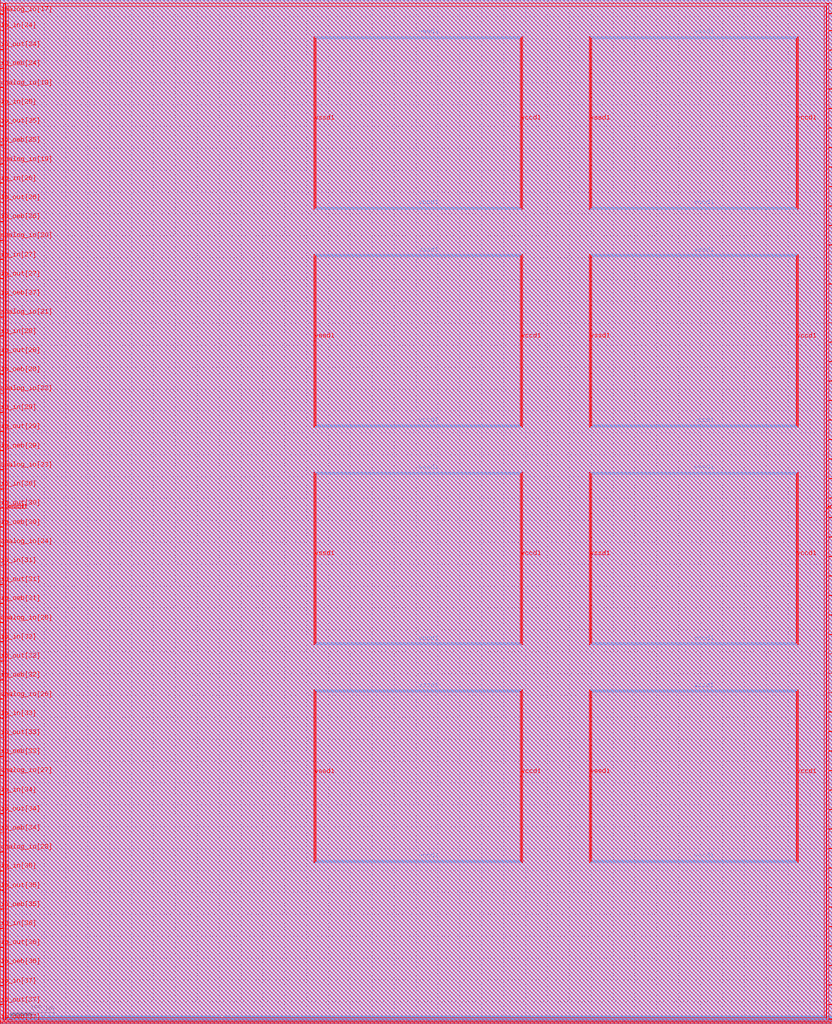
<source format=lef>
##
## LEF for PtnCells ;
## created by Innovus v20.10-p004_1 on Wed Jun  8 12:06:42 2022
##

VERSION 5.7 ;

BUSBITCHARS "[]" ;
DIVIDERCHAR "/" ;

MACRO azadi_soc_top_caravel
  CLASS BLOCK ;
  SIZE 1900.720000 BY 2339.200000 ;
  FOREIGN azadi_soc_top_caravel 0.000000 0.000000 ;
  ORIGIN 0 0 ;
  SYMMETRY X Y R90 ;
  PIN wb_clk_i
    DIRECTION INPUT ;
    USE SIGNAL ;
    ANTENNAPARTIALMETALAREA 115.825 LAYER met3  ;
    ANTENNAPARTIALMETALSIDEAREA 618.664 LAYER met3  ;
    ANTENNAPARTIALCUTAREA 0.08 LAYER via3  ;
    ANTENNAPARTIALMETALAREA 1.9086 LAYER met4  ;
    ANTENNAPARTIALMETALSIDEAREA 11.12 LAYER met4  ;
    ANTENNAMODEL OXIDE1 ;
    ANTENNAGATEAREA 2.1105 LAYER met4  ;
    ANTENNAMAXAREACAR 10.1559 LAYER met4  ;
    ANTENNAMAXSIDEAREACAR 51.6564 LAYER met4  ;
    ANTENNAMAXCUTCAR 0.154225 LAYER via4  ;
    PORT
      LAYER met3 ;
        RECT 5.050000 0.000000 5.350000 0.800000 ;
    END
  END wb_clk_i
  PIN wb_rst_i
    DIRECTION INPUT ;
    USE SIGNAL ;
    ANTENNAPARTIALMETALAREA 89.7106 LAYER met3  ;
    ANTENNAPARTIALMETALSIDEAREA 478.448 LAYER met3  ;
    ANTENNAPARTIALCUTAREA 0.04 LAYER via3  ;
    ANTENNAPARTIALMETALAREA 0.6516 LAYER met4  ;
    ANTENNAPARTIALMETALSIDEAREA 4.416 LAYER met4  ;
    ANTENNAMODEL OXIDE1 ;
    ANTENNAGATEAREA 0.213 LAYER met4  ;
    ANTENNAMAXAREACAR 80.5261 LAYER met4  ;
    ANTENNAMAXSIDEAREACAR 410.23 LAYER met4  ;
    ANTENNAMAXCUTCAR 0.616901 LAYER via4  ;
    PORT
      LAYER met3 ;
        RECT 1.550000 0.000000 1.850000 0.800000 ;
    END
  END wb_rst_i
  PIN wbs_stb_i
    DIRECTION INPUT ;
    USE SIGNAL ;
    PORT
      LAYER met3 ;
        RECT 396.550000 0.000000 396.850000 0.800000 ;
    END
  END wbs_stb_i
  PIN wbs_cyc_i
    DIRECTION INPUT ;
    USE SIGNAL ;
    PORT
      LAYER met3 ;
        RECT 133.150000 0.000000 133.450000 0.800000 ;
    END
  END wbs_cyc_i
  PIN wbs_we_i
    DIRECTION INPUT ;
    USE SIGNAL ;
    PORT
      LAYER met3 ;
        RECT 400.350000 0.000000 400.650000 0.800000 ;
    END
  END wbs_we_i
  PIN wbs_sel_i[3]
    DIRECTION INPUT ;
    USE SIGNAL ;
    PORT
      LAYER met3 ;
        RECT 392.650000 0.000000 392.950000 0.800000 ;
    END
  END wbs_sel_i[3]
  PIN wbs_sel_i[2]
    DIRECTION INPUT ;
    USE SIGNAL ;
    PORT
      LAYER met3 ;
        RECT 388.850000 0.000000 389.150000 0.800000 ;
    END
  END wbs_sel_i[2]
  PIN wbs_sel_i[1]
    DIRECTION INPUT ;
    USE SIGNAL ;
    PORT
      LAYER met3 ;
        RECT 385.050000 0.000000 385.350000 0.800000 ;
    END
  END wbs_sel_i[1]
  PIN wbs_sel_i[0]
    DIRECTION INPUT ;
    USE SIGNAL ;
    PORT
      LAYER met3 ;
        RECT 381.250000 0.000000 381.550000 0.800000 ;
    END
  END wbs_sel_i[0]
  PIN wbs_dat_i[31]
    DIRECTION INPUT ;
    USE SIGNAL ;
    PORT
      LAYER met3 ;
        RECT 255.350000 0.000000 255.650000 0.800000 ;
    END
  END wbs_dat_i[31]
  PIN wbs_dat_i[30]
    DIRECTION INPUT ;
    USE SIGNAL ;
    PORT
      LAYER met3 ;
        RECT 251.450000 0.000000 251.750000 0.800000 ;
    END
  END wbs_dat_i[30]
  PIN wbs_dat_i[29]
    DIRECTION INPUT ;
    USE SIGNAL ;
    PORT
      LAYER met3 ;
        RECT 247.750000 0.000000 248.050000 0.800000 ;
    END
  END wbs_dat_i[29]
  PIN wbs_dat_i[28]
    DIRECTION INPUT ;
    USE SIGNAL ;
    PORT
      LAYER met3 ;
        RECT 243.850000 0.000000 244.150000 0.800000 ;
    END
  END wbs_dat_i[28]
  PIN wbs_dat_i[27]
    DIRECTION INPUT ;
    USE SIGNAL ;
    PORT
      LAYER met3 ;
        RECT 240.150000 0.000000 240.450000 0.800000 ;
    END
  END wbs_dat_i[27]
  PIN wbs_dat_i[26]
    DIRECTION INPUT ;
    USE SIGNAL ;
    PORT
      LAYER met3 ;
        RECT 236.250000 0.000000 236.550000 0.800000 ;
    END
  END wbs_dat_i[26]
  PIN wbs_dat_i[25]
    DIRECTION INPUT ;
    USE SIGNAL ;
    PORT
      LAYER met3 ;
        RECT 232.350000 0.000000 232.650000 0.800000 ;
    END
  END wbs_dat_i[25]
  PIN wbs_dat_i[24]
    DIRECTION INPUT ;
    USE SIGNAL ;
    PORT
      LAYER met3 ;
        RECT 228.650000 0.000000 228.950000 0.800000 ;
    END
  END wbs_dat_i[24]
  PIN wbs_dat_i[23]
    DIRECTION INPUT ;
    USE SIGNAL ;
    PORT
      LAYER met3 ;
        RECT 224.850000 0.000000 225.150000 0.800000 ;
    END
  END wbs_dat_i[23]
  PIN wbs_dat_i[22]
    DIRECTION INPUT ;
    USE SIGNAL ;
    PORT
      LAYER met3 ;
        RECT 220.950000 0.000000 221.250000 0.800000 ;
    END
  END wbs_dat_i[22]
  PIN wbs_dat_i[21]
    DIRECTION INPUT ;
    USE SIGNAL ;
    PORT
      LAYER met3 ;
        RECT 217.150000 0.000000 217.450000 0.800000 ;
    END
  END wbs_dat_i[21]
  PIN wbs_dat_i[20]
    DIRECTION INPUT ;
    USE SIGNAL ;
    PORT
      LAYER met3 ;
        RECT 213.350000 0.000000 213.650000 0.800000 ;
    END
  END wbs_dat_i[20]
  PIN wbs_dat_i[19]
    DIRECTION INPUT ;
    USE SIGNAL ;
    PORT
      LAYER met3 ;
        RECT 209.550000 0.000000 209.850000 0.800000 ;
    END
  END wbs_dat_i[19]
  PIN wbs_dat_i[18]
    DIRECTION INPUT ;
    USE SIGNAL ;
    PORT
      LAYER met3 ;
        RECT 205.750000 0.000000 206.050000 0.800000 ;
    END
  END wbs_dat_i[18]
  PIN wbs_dat_i[17]
    DIRECTION INPUT ;
    USE SIGNAL ;
    PORT
      LAYER met3 ;
        RECT 201.850000 0.000000 202.150000 0.800000 ;
    END
  END wbs_dat_i[17]
  PIN wbs_dat_i[16]
    DIRECTION INPUT ;
    USE SIGNAL ;
    PORT
      LAYER met3 ;
        RECT 198.150000 0.000000 198.450000 0.800000 ;
    END
  END wbs_dat_i[16]
  PIN wbs_dat_i[15]
    DIRECTION INPUT ;
    USE SIGNAL ;
    PORT
      LAYER met3 ;
        RECT 194.250000 0.000000 194.550000 0.800000 ;
    END
  END wbs_dat_i[15]
  PIN wbs_dat_i[14]
    DIRECTION INPUT ;
    USE SIGNAL ;
    PORT
      LAYER met3 ;
        RECT 190.550000 0.000000 190.850000 0.800000 ;
    END
  END wbs_dat_i[14]
  PIN wbs_dat_i[13]
    DIRECTION INPUT ;
    USE SIGNAL ;
    PORT
      LAYER met3 ;
        RECT 186.650000 0.000000 186.950000 0.800000 ;
    END
  END wbs_dat_i[13]
  PIN wbs_dat_i[12]
    DIRECTION INPUT ;
    USE SIGNAL ;
    PORT
      LAYER met3 ;
        RECT 182.750000 0.000000 183.050000 0.800000 ;
    END
  END wbs_dat_i[12]
  PIN wbs_dat_i[11]
    DIRECTION INPUT ;
    USE SIGNAL ;
    PORT
      LAYER met3 ;
        RECT 179.050000 0.000000 179.350000 0.800000 ;
    END
  END wbs_dat_i[11]
  PIN wbs_dat_i[10]
    DIRECTION INPUT ;
    USE SIGNAL ;
    PORT
      LAYER met3 ;
        RECT 175.250000 0.000000 175.550000 0.800000 ;
    END
  END wbs_dat_i[10]
  PIN wbs_dat_i[9]
    DIRECTION INPUT ;
    USE SIGNAL ;
    PORT
      LAYER met3 ;
        RECT 171.350000 0.000000 171.650000 0.800000 ;
    END
  END wbs_dat_i[9]
  PIN wbs_dat_i[8]
    DIRECTION INPUT ;
    USE SIGNAL ;
    PORT
      LAYER met3 ;
        RECT 167.550000 0.000000 167.850000 0.800000 ;
    END
  END wbs_dat_i[8]
  PIN wbs_dat_i[7]
    DIRECTION INPUT ;
    USE SIGNAL ;
    PORT
      LAYER met3 ;
        RECT 163.750000 0.000000 164.050000 0.800000 ;
    END
  END wbs_dat_i[7]
  PIN wbs_dat_i[6]
    DIRECTION INPUT ;
    USE SIGNAL ;
    PORT
      LAYER met3 ;
        RECT 160.050000 0.000000 160.350000 0.800000 ;
    END
  END wbs_dat_i[6]
  PIN wbs_dat_i[5]
    DIRECTION INPUT ;
    USE SIGNAL ;
    PORT
      LAYER met3 ;
        RECT 156.150000 0.000000 156.450000 0.800000 ;
    END
  END wbs_dat_i[5]
  PIN wbs_dat_i[4]
    DIRECTION INPUT ;
    USE SIGNAL ;
    PORT
      LAYER met3 ;
        RECT 152.250000 0.000000 152.550000 0.800000 ;
    END
  END wbs_dat_i[4]
  PIN wbs_dat_i[3]
    DIRECTION INPUT ;
    USE SIGNAL ;
    PORT
      LAYER met3 ;
        RECT 148.550000 0.000000 148.850000 0.800000 ;
    END
  END wbs_dat_i[3]
  PIN wbs_dat_i[2]
    DIRECTION INPUT ;
    USE SIGNAL ;
    PORT
      LAYER met3 ;
        RECT 144.750000 0.000000 145.050000 0.800000 ;
    END
  END wbs_dat_i[2]
  PIN wbs_dat_i[1]
    DIRECTION INPUT ;
    USE SIGNAL ;
    PORT
      LAYER met3 ;
        RECT 140.850000 0.000000 141.150000 0.800000 ;
    END
  END wbs_dat_i[1]
  PIN wbs_dat_i[0]
    DIRECTION INPUT ;
    USE SIGNAL ;
    PORT
      LAYER met3 ;
        RECT 137.050000 0.000000 137.350000 0.800000 ;
    END
  END wbs_dat_i[0]
  PIN wbs_adr_i[31]
    DIRECTION INPUT ;
    USE SIGNAL ;
    PORT
      LAYER met3 ;
        RECT 129.450000 0.000000 129.750000 0.800000 ;
    END
  END wbs_adr_i[31]
  PIN wbs_adr_i[30]
    DIRECTION INPUT ;
    USE SIGNAL ;
    PORT
      LAYER met3 ;
        RECT 125.650000 0.000000 125.950000 0.800000 ;
    END
  END wbs_adr_i[30]
  PIN wbs_adr_i[29]
    DIRECTION INPUT ;
    USE SIGNAL ;
    PORT
      LAYER met3 ;
        RECT 121.750000 0.000000 122.050000 0.800000 ;
    END
  END wbs_adr_i[29]
  PIN wbs_adr_i[28]
    DIRECTION INPUT ;
    USE SIGNAL ;
    PORT
      LAYER met3 ;
        RECT 117.950000 0.000000 118.250000 0.800000 ;
    END
  END wbs_adr_i[28]
  PIN wbs_adr_i[27]
    DIRECTION INPUT ;
    USE SIGNAL ;
    PORT
      LAYER met3 ;
        RECT 114.150000 0.000000 114.450000 0.800000 ;
    END
  END wbs_adr_i[27]
  PIN wbs_adr_i[26]
    DIRECTION INPUT ;
    USE SIGNAL ;
    PORT
      LAYER met3 ;
        RECT 110.450000 0.000000 110.750000 0.800000 ;
    END
  END wbs_adr_i[26]
  PIN wbs_adr_i[25]
    DIRECTION INPUT ;
    USE SIGNAL ;
    PORT
      LAYER met3 ;
        RECT 106.550000 0.000000 106.850000 0.800000 ;
    END
  END wbs_adr_i[25]
  PIN wbs_adr_i[24]
    DIRECTION INPUT ;
    USE SIGNAL ;
    PORT
      LAYER met3 ;
        RECT 102.650000 0.000000 102.950000 0.800000 ;
    END
  END wbs_adr_i[24]
  PIN wbs_adr_i[23]
    DIRECTION INPUT ;
    USE SIGNAL ;
    PORT
      LAYER met3 ;
        RECT 98.950000 0.000000 99.250000 0.800000 ;
    END
  END wbs_adr_i[23]
  PIN wbs_adr_i[22]
    DIRECTION INPUT ;
    USE SIGNAL ;
    PORT
      LAYER met3 ;
        RECT 95.150000 0.000000 95.450000 0.800000 ;
    END
  END wbs_adr_i[22]
  PIN wbs_adr_i[21]
    DIRECTION INPUT ;
    USE SIGNAL ;
    PORT
      LAYER met3 ;
        RECT 91.250000 0.000000 91.550000 0.800000 ;
    END
  END wbs_adr_i[21]
  PIN wbs_adr_i[20]
    DIRECTION INPUT ;
    USE SIGNAL ;
    PORT
      LAYER met3 ;
        RECT 87.450000 0.000000 87.750000 0.800000 ;
    END
  END wbs_adr_i[20]
  PIN wbs_adr_i[19]
    DIRECTION INPUT ;
    USE SIGNAL ;
    PORT
      LAYER met3 ;
        RECT 83.550000 0.000000 83.850000 0.800000 ;
    END
  END wbs_adr_i[19]
  PIN wbs_adr_i[18]
    DIRECTION INPUT ;
    USE SIGNAL ;
    PORT
      LAYER met3 ;
        RECT 79.950000 0.000000 80.250000 0.800000 ;
    END
  END wbs_adr_i[18]
  PIN wbs_adr_i[17]
    DIRECTION INPUT ;
    USE SIGNAL ;
    PORT
      LAYER met3 ;
        RECT 76.050000 0.000000 76.350000 0.800000 ;
    END
  END wbs_adr_i[17]
  PIN wbs_adr_i[16]
    DIRECTION INPUT ;
    USE SIGNAL ;
    PORT
      LAYER met3 ;
        RECT 72.150000 0.000000 72.450000 0.800000 ;
    END
  END wbs_adr_i[16]
  PIN wbs_adr_i[15]
    DIRECTION INPUT ;
    USE SIGNAL ;
    PORT
      LAYER met3 ;
        RECT 68.350000 0.000000 68.650000 0.800000 ;
    END
  END wbs_adr_i[15]
  PIN wbs_adr_i[14]
    DIRECTION INPUT ;
    USE SIGNAL ;
    PORT
      LAYER met3 ;
        RECT 64.650000 0.000000 64.950000 0.800000 ;
    END
  END wbs_adr_i[14]
  PIN wbs_adr_i[13]
    DIRECTION INPUT ;
    USE SIGNAL ;
    PORT
      LAYER met3 ;
        RECT 60.750000 0.000000 61.050000 0.800000 ;
    END
  END wbs_adr_i[13]
  PIN wbs_adr_i[12]
    DIRECTION INPUT ;
    USE SIGNAL ;
    PORT
      LAYER met3 ;
        RECT 56.950000 0.000000 57.250000 0.800000 ;
    END
  END wbs_adr_i[12]
  PIN wbs_adr_i[11]
    DIRECTION INPUT ;
    USE SIGNAL ;
    PORT
      LAYER met3 ;
        RECT 53.050000 0.000000 53.350000 0.800000 ;
    END
  END wbs_adr_i[11]
  PIN wbs_adr_i[10]
    DIRECTION INPUT ;
    USE SIGNAL ;
    PORT
      LAYER met3 ;
        RECT 49.350000 0.000000 49.650000 0.800000 ;
    END
  END wbs_adr_i[10]
  PIN wbs_adr_i[9]
    DIRECTION INPUT ;
    USE SIGNAL ;
    PORT
      LAYER met3 ;
        RECT 45.550000 0.000000 45.850000 0.800000 ;
    END
  END wbs_adr_i[9]
  PIN wbs_adr_i[8]
    DIRECTION INPUT ;
    USE SIGNAL ;
    PORT
      LAYER met3 ;
        RECT 41.650000 0.000000 41.950000 0.800000 ;
    END
  END wbs_adr_i[8]
  PIN wbs_adr_i[7]
    DIRECTION INPUT ;
    USE SIGNAL ;
    PORT
      LAYER met3 ;
        RECT 37.850000 0.000000 38.150000 0.800000 ;
    END
  END wbs_adr_i[7]
  PIN wbs_adr_i[6]
    DIRECTION INPUT ;
    USE SIGNAL ;
    PORT
      LAYER met3 ;
        RECT 34.050000 0.000000 34.350000 0.800000 ;
    END
  END wbs_adr_i[6]
  PIN wbs_adr_i[5]
    DIRECTION INPUT ;
    USE SIGNAL ;
    PORT
      LAYER met3 ;
        RECT 30.250000 0.000000 30.550000 0.800000 ;
    END
  END wbs_adr_i[5]
  PIN wbs_adr_i[4]
    DIRECTION INPUT ;
    USE SIGNAL ;
    PORT
      LAYER met3 ;
        RECT 26.450000 0.000000 26.750000 0.800000 ;
    END
  END wbs_adr_i[4]
  PIN wbs_adr_i[3]
    DIRECTION INPUT ;
    USE SIGNAL ;
    PORT
      LAYER met3 ;
        RECT 22.550000 0.000000 22.850000 0.800000 ;
    END
  END wbs_adr_i[3]
  PIN wbs_adr_i[2]
    DIRECTION INPUT ;
    USE SIGNAL ;
    PORT
      LAYER met3 ;
        RECT 18.750000 0.000000 19.050000 0.800000 ;
    END
  END wbs_adr_i[2]
  PIN wbs_adr_i[1]
    DIRECTION INPUT ;
    USE SIGNAL ;
    PORT
      LAYER met3 ;
        RECT 15.050000 0.000000 15.350000 0.800000 ;
    END
  END wbs_adr_i[1]
  PIN wbs_adr_i[0]
    DIRECTION INPUT ;
    USE SIGNAL ;
    PORT
      LAYER met3 ;
        RECT 11.150000 0.000000 11.450000 0.800000 ;
    END
  END wbs_adr_i[0]
  PIN wbs_ack_o
    DIRECTION OUTPUT ;
    USE SIGNAL ;
    ANTENNAPARTIALMETALAREA 0.4546 LAYER met3  ;
    ANTENNAPARTIALMETALSIDEAREA 2.416 LAYER met3  ;
    ANTENNAPARTIALCUTAREA 0.04 LAYER via3  ;
    ANTENNADIFFAREA 0.4455 LAYER met4  ;
    ANTENNAPARTIALMETALAREA 1.5828 LAYER met4  ;
    ANTENNAPARTIALMETALSIDEAREA 8.912 LAYER met4  ;
    PORT
      LAYER met3 ;
        RECT 7.350000 0.000000 7.650000 0.800000 ;
    END
  END wbs_ack_o
  PIN wbs_dat_o[31]
    DIRECTION OUTPUT ;
    USE SIGNAL ;
    ANTENNADIFFAREA 0.4455 LAYER met3  ;
    ANTENNAPARTIALMETALAREA 116.358 LAYER met3  ;
    ANTENNAPARTIALMETALSIDEAREA 621.512 LAYER met3  ;
    ANTENNAPARTIALCUTAREA 0.04 LAYER via3  ;
    ANTENNADIFFAREA 0.4455 LAYER met4  ;
    ANTENNAPARTIALMETALAREA 1.5828 LAYER met4  ;
    ANTENNAPARTIALMETALSIDEAREA 8.912 LAYER met4  ;
    PORT
      LAYER met3 ;
        RECT 377.450000 0.000000 377.750000 0.800000 ;
    END
  END wbs_dat_o[31]
  PIN wbs_dat_o[30]
    DIRECTION OUTPUT ;
    USE SIGNAL ;
    ANTENNADIFFAREA 0.4455 LAYER met3  ;
    ANTENNAPARTIALMETALAREA 116.358 LAYER met3  ;
    ANTENNAPARTIALMETALSIDEAREA 621.512 LAYER met3  ;
    ANTENNAPARTIALCUTAREA 0.04 LAYER via3  ;
    ANTENNADIFFAREA 0.4455 LAYER met4  ;
    ANTENNAPARTIALMETALAREA 1.5828 LAYER met4  ;
    ANTENNAPARTIALMETALSIDEAREA 8.912 LAYER met4  ;
    PORT
      LAYER met3 ;
        RECT 373.550000 0.000000 373.850000 0.800000 ;
    END
  END wbs_dat_o[30]
  PIN wbs_dat_o[29]
    DIRECTION OUTPUT ;
    USE SIGNAL ;
    ANTENNADIFFAREA 0.4455 LAYER met3  ;
    ANTENNAPARTIALMETALAREA 116.358 LAYER met3  ;
    ANTENNAPARTIALMETALSIDEAREA 621.512 LAYER met3  ;
    ANTENNAPARTIALCUTAREA 0.04 LAYER via3  ;
    ANTENNADIFFAREA 0.4455 LAYER met4  ;
    ANTENNAPARTIALMETALAREA 1.5828 LAYER met4  ;
    ANTENNAPARTIALMETALSIDEAREA 8.912 LAYER met4  ;
    PORT
      LAYER met3 ;
        RECT 369.750000 0.000000 370.050000 0.800000 ;
    END
  END wbs_dat_o[29]
  PIN wbs_dat_o[28]
    DIRECTION OUTPUT ;
    USE SIGNAL ;
    ANTENNADIFFAREA 0.4455 LAYER met3  ;
    ANTENNAPARTIALMETALAREA 116.358 LAYER met3  ;
    ANTENNAPARTIALMETALSIDEAREA 621.512 LAYER met3  ;
    ANTENNAPARTIALCUTAREA 0.04 LAYER via3  ;
    ANTENNADIFFAREA 0.4455 LAYER met4  ;
    ANTENNAPARTIALMETALAREA 1.5828 LAYER met4  ;
    ANTENNAPARTIALMETALSIDEAREA 8.912 LAYER met4  ;
    PORT
      LAYER met3 ;
        RECT 365.950000 0.000000 366.250000 0.800000 ;
    END
  END wbs_dat_o[28]
  PIN wbs_dat_o[27]
    DIRECTION OUTPUT ;
    USE SIGNAL ;
    ANTENNADIFFAREA 0.4455 LAYER met3  ;
    ANTENNAPARTIALMETALAREA 116.358 LAYER met3  ;
    ANTENNAPARTIALMETALSIDEAREA 621.512 LAYER met3  ;
    ANTENNAPARTIALCUTAREA 0.04 LAYER via3  ;
    ANTENNADIFFAREA 0.4455 LAYER met4  ;
    ANTENNAPARTIALMETALAREA 1.5828 LAYER met4  ;
    ANTENNAPARTIALMETALSIDEAREA 8.912 LAYER met4  ;
    PORT
      LAYER met3 ;
        RECT 362.150000 0.000000 362.450000 0.800000 ;
    END
  END wbs_dat_o[27]
  PIN wbs_dat_o[26]
    DIRECTION OUTPUT ;
    USE SIGNAL ;
    ANTENNADIFFAREA 0.4455 LAYER met3  ;
    ANTENNAPARTIALMETALAREA 116.358 LAYER met3  ;
    ANTENNAPARTIALMETALSIDEAREA 621.512 LAYER met3  ;
    ANTENNAPARTIALCUTAREA 0.04 LAYER via3  ;
    ANTENNADIFFAREA 0.4455 LAYER met4  ;
    ANTENNAPARTIALMETALAREA 1.5828 LAYER met4  ;
    ANTENNAPARTIALMETALSIDEAREA 8.912 LAYER met4  ;
    PORT
      LAYER met3 ;
        RECT 358.350000 0.000000 358.650000 0.800000 ;
    END
  END wbs_dat_o[26]
  PIN wbs_dat_o[25]
    DIRECTION OUTPUT ;
    USE SIGNAL ;
    ANTENNADIFFAREA 0.4455 LAYER met3  ;
    ANTENNAPARTIALMETALAREA 116.358 LAYER met3  ;
    ANTENNAPARTIALMETALSIDEAREA 621.512 LAYER met3  ;
    ANTENNAPARTIALCUTAREA 0.04 LAYER via3  ;
    ANTENNADIFFAREA 0.4455 LAYER met4  ;
    ANTENNAPARTIALMETALAREA 1.5828 LAYER met4  ;
    ANTENNAPARTIALMETALSIDEAREA 8.912 LAYER met4  ;
    PORT
      LAYER met3 ;
        RECT 354.450000 0.000000 354.750000 0.800000 ;
    END
  END wbs_dat_o[25]
  PIN wbs_dat_o[24]
    DIRECTION OUTPUT ;
    USE SIGNAL ;
    ANTENNADIFFAREA 0.4455 LAYER met3  ;
    ANTENNAPARTIALMETALAREA 116.358 LAYER met3  ;
    ANTENNAPARTIALMETALSIDEAREA 621.512 LAYER met3  ;
    ANTENNAPARTIALCUTAREA 0.04 LAYER via3  ;
    ANTENNADIFFAREA 0.4455 LAYER met4  ;
    ANTENNAPARTIALMETALAREA 1.5828 LAYER met4  ;
    ANTENNAPARTIALMETALSIDEAREA 8.912 LAYER met4  ;
    PORT
      LAYER met3 ;
        RECT 350.750000 0.000000 351.050000 0.800000 ;
    END
  END wbs_dat_o[24]
  PIN wbs_dat_o[23]
    DIRECTION OUTPUT ;
    USE SIGNAL ;
    ANTENNADIFFAREA 0.4455 LAYER met3  ;
    ANTENNAPARTIALMETALAREA 116.358 LAYER met3  ;
    ANTENNAPARTIALMETALSIDEAREA 621.512 LAYER met3  ;
    ANTENNAPARTIALCUTAREA 0.04 LAYER via3  ;
    ANTENNADIFFAREA 0.4455 LAYER met4  ;
    ANTENNAPARTIALMETALAREA 1.5828 LAYER met4  ;
    ANTENNAPARTIALMETALSIDEAREA 8.912 LAYER met4  ;
    PORT
      LAYER met3 ;
        RECT 346.950000 0.000000 347.250000 0.800000 ;
    END
  END wbs_dat_o[23]
  PIN wbs_dat_o[22]
    DIRECTION OUTPUT ;
    USE SIGNAL ;
    ANTENNADIFFAREA 0.4455 LAYER met3  ;
    ANTENNAPARTIALMETALAREA 116.358 LAYER met3  ;
    ANTENNAPARTIALMETALSIDEAREA 621.512 LAYER met3  ;
    ANTENNAPARTIALCUTAREA 0.04 LAYER via3  ;
    ANTENNADIFFAREA 0.4455 LAYER met4  ;
    ANTENNAPARTIALMETALAREA 1.5828 LAYER met4  ;
    ANTENNAPARTIALMETALSIDEAREA 8.912 LAYER met4  ;
    PORT
      LAYER met3 ;
        RECT 343.050000 0.000000 343.350000 0.800000 ;
    END
  END wbs_dat_o[22]
  PIN wbs_dat_o[21]
    DIRECTION OUTPUT ;
    USE SIGNAL ;
    ANTENNADIFFAREA 0.4455 LAYER met3  ;
    ANTENNAPARTIALMETALAREA 116.358 LAYER met3  ;
    ANTENNAPARTIALMETALSIDEAREA 621.512 LAYER met3  ;
    ANTENNAPARTIALCUTAREA 0.04 LAYER via3  ;
    ANTENNADIFFAREA 0.4455 LAYER met4  ;
    ANTENNAPARTIALMETALAREA 1.5828 LAYER met4  ;
    ANTENNAPARTIALMETALSIDEAREA 8.912 LAYER met4  ;
    PORT
      LAYER met3 ;
        RECT 339.250000 0.000000 339.550000 0.800000 ;
    END
  END wbs_dat_o[21]
  PIN wbs_dat_o[20]
    DIRECTION OUTPUT ;
    USE SIGNAL ;
    ANTENNADIFFAREA 0.4455 LAYER met3  ;
    ANTENNAPARTIALMETALAREA 116.358 LAYER met3  ;
    ANTENNAPARTIALMETALSIDEAREA 621.688 LAYER met3  ;
    ANTENNAPARTIALCUTAREA 0.04 LAYER via3  ;
    ANTENNADIFFAREA 0.4455 LAYER met4  ;
    ANTENNAPARTIALMETALAREA 1.5828 LAYER met4  ;
    ANTENNAPARTIALMETALSIDEAREA 8.912 LAYER met4  ;
    PORT
      LAYER met3 ;
        RECT 335.450000 0.000000 335.750000 0.800000 ;
    END
  END wbs_dat_o[20]
  PIN wbs_dat_o[19]
    DIRECTION OUTPUT ;
    USE SIGNAL ;
    ANTENNADIFFAREA 0.4455 LAYER met3  ;
    ANTENNAPARTIALMETALAREA 116.358 LAYER met3  ;
    ANTENNAPARTIALMETALSIDEAREA 621.688 LAYER met3  ;
    ANTENNAPARTIALCUTAREA 0.04 LAYER via3  ;
    ANTENNADIFFAREA 0.4455 LAYER met4  ;
    ANTENNAPARTIALMETALAREA 1.5828 LAYER met4  ;
    ANTENNAPARTIALMETALSIDEAREA 8.912 LAYER met4  ;
    PORT
      LAYER met3 ;
        RECT 331.550000 0.000000 331.850000 0.800000 ;
    END
  END wbs_dat_o[19]
  PIN wbs_dat_o[18]
    DIRECTION OUTPUT ;
    USE SIGNAL ;
    ANTENNADIFFAREA 0.4455 LAYER met3  ;
    ANTENNAPARTIALMETALAREA 116.358 LAYER met3  ;
    ANTENNAPARTIALMETALSIDEAREA 621.512 LAYER met3  ;
    ANTENNAPARTIALCUTAREA 0.04 LAYER via3  ;
    ANTENNADIFFAREA 0.4455 LAYER met4  ;
    ANTENNAPARTIALMETALAREA 1.5828 LAYER met4  ;
    ANTENNAPARTIALMETALSIDEAREA 8.912 LAYER met4  ;
    PORT
      LAYER met3 ;
        RECT 327.850000 0.000000 328.150000 0.800000 ;
    END
  END wbs_dat_o[18]
  PIN wbs_dat_o[17]
    DIRECTION OUTPUT ;
    USE SIGNAL ;
    ANTENNADIFFAREA 0.4455 LAYER met3  ;
    ANTENNAPARTIALMETALAREA 116.358 LAYER met3  ;
    ANTENNAPARTIALMETALSIDEAREA 621.512 LAYER met3  ;
    ANTENNAPARTIALCUTAREA 0.04 LAYER via3  ;
    ANTENNADIFFAREA 0.4455 LAYER met4  ;
    ANTENNAPARTIALMETALAREA 1.5828 LAYER met4  ;
    ANTENNAPARTIALMETALSIDEAREA 8.912 LAYER met4  ;
    PORT
      LAYER met3 ;
        RECT 323.950000 0.000000 324.250000 0.800000 ;
    END
  END wbs_dat_o[17]
  PIN wbs_dat_o[16]
    DIRECTION OUTPUT ;
    USE SIGNAL ;
    ANTENNADIFFAREA 0.4455 LAYER met3  ;
    ANTENNAPARTIALMETALAREA 116.358 LAYER met3  ;
    ANTENNAPARTIALMETALSIDEAREA 621.512 LAYER met3  ;
    ANTENNAPARTIALCUTAREA 0.04 LAYER via3  ;
    ANTENNADIFFAREA 0.4455 LAYER met4  ;
    ANTENNAPARTIALMETALAREA 1.5828 LAYER met4  ;
    ANTENNAPARTIALMETALSIDEAREA 8.912 LAYER met4  ;
    PORT
      LAYER met3 ;
        RECT 320.250000 0.000000 320.550000 0.800000 ;
    END
  END wbs_dat_o[16]
  PIN wbs_dat_o[15]
    DIRECTION OUTPUT ;
    USE SIGNAL ;
    ANTENNADIFFAREA 0.4455 LAYER met3  ;
    ANTENNAPARTIALMETALAREA 116.358 LAYER met3  ;
    ANTENNAPARTIALMETALSIDEAREA 621.512 LAYER met3  ;
    ANTENNAPARTIALCUTAREA 0.04 LAYER via3  ;
    ANTENNADIFFAREA 0.4455 LAYER met4  ;
    ANTENNAPARTIALMETALAREA 1.5828 LAYER met4  ;
    ANTENNAPARTIALMETALSIDEAREA 8.912 LAYER met4  ;
    PORT
      LAYER met3 ;
        RECT 316.350000 0.000000 316.650000 0.800000 ;
    END
  END wbs_dat_o[15]
  PIN wbs_dat_o[14]
    DIRECTION OUTPUT ;
    USE SIGNAL ;
    ANTENNADIFFAREA 0.4455 LAYER met3  ;
    ANTENNAPARTIALMETALAREA 116.358 LAYER met3  ;
    ANTENNAPARTIALMETALSIDEAREA 621.512 LAYER met3  ;
    ANTENNAPARTIALCUTAREA 0.04 LAYER via3  ;
    ANTENNADIFFAREA 0.4455 LAYER met4  ;
    ANTENNAPARTIALMETALAREA 1.5828 LAYER met4  ;
    ANTENNAPARTIALMETALSIDEAREA 8.912 LAYER met4  ;
    PORT
      LAYER met3 ;
        RECT 312.550000 0.000000 312.850000 0.800000 ;
    END
  END wbs_dat_o[14]
  PIN wbs_dat_o[13]
    DIRECTION OUTPUT ;
    USE SIGNAL ;
    ANTENNADIFFAREA 0.4455 LAYER met3  ;
    ANTENNAPARTIALMETALAREA 116.358 LAYER met3  ;
    ANTENNAPARTIALMETALSIDEAREA 621.512 LAYER met3  ;
    ANTENNAPARTIALCUTAREA 0.04 LAYER via3  ;
    ANTENNADIFFAREA 0.4455 LAYER met4  ;
    ANTENNAPARTIALMETALAREA 1.5828 LAYER met4  ;
    ANTENNAPARTIALMETALSIDEAREA 8.912 LAYER met4  ;
    PORT
      LAYER met3 ;
        RECT 308.750000 0.000000 309.050000 0.800000 ;
    END
  END wbs_dat_o[13]
  PIN wbs_dat_o[12]
    DIRECTION OUTPUT ;
    USE SIGNAL ;
    ANTENNADIFFAREA 0.4455 LAYER met3  ;
    ANTENNAPARTIALMETALAREA 116.358 LAYER met3  ;
    ANTENNAPARTIALMETALSIDEAREA 621.512 LAYER met3  ;
    ANTENNAPARTIALCUTAREA 0.04 LAYER via3  ;
    ANTENNADIFFAREA 0.4455 LAYER met4  ;
    ANTENNAPARTIALMETALAREA 1.5828 LAYER met4  ;
    ANTENNAPARTIALMETALSIDEAREA 8.912 LAYER met4  ;
    PORT
      LAYER met3 ;
        RECT 304.950000 0.000000 305.250000 0.800000 ;
    END
  END wbs_dat_o[12]
  PIN wbs_dat_o[11]
    DIRECTION OUTPUT ;
    USE SIGNAL ;
    ANTENNADIFFAREA 0.4455 LAYER met3  ;
    ANTENNAPARTIALMETALAREA 116.358 LAYER met3  ;
    ANTENNAPARTIALMETALSIDEAREA 621.512 LAYER met3  ;
    ANTENNAPARTIALCUTAREA 0.04 LAYER via3  ;
    ANTENNADIFFAREA 0.4455 LAYER met4  ;
    ANTENNAPARTIALMETALAREA 1.5828 LAYER met4  ;
    ANTENNAPARTIALMETALSIDEAREA 8.912 LAYER met4  ;
    PORT
      LAYER met3 ;
        RECT 301.150000 0.000000 301.450000 0.800000 ;
    END
  END wbs_dat_o[11]
  PIN wbs_dat_o[10]
    DIRECTION OUTPUT ;
    USE SIGNAL ;
    ANTENNADIFFAREA 0.4455 LAYER met3  ;
    ANTENNAPARTIALMETALAREA 116.358 LAYER met3  ;
    ANTENNAPARTIALMETALSIDEAREA 621.512 LAYER met3  ;
    ANTENNAPARTIALCUTAREA 0.04 LAYER via3  ;
    ANTENNADIFFAREA 0.4455 LAYER met4  ;
    ANTENNAPARTIALMETALAREA 1.5828 LAYER met4  ;
    ANTENNAPARTIALMETALSIDEAREA 8.912 LAYER met4  ;
    PORT
      LAYER met3 ;
        RECT 297.350000 0.000000 297.650000 0.800000 ;
    END
  END wbs_dat_o[10]
  PIN wbs_dat_o[9]
    DIRECTION OUTPUT ;
    USE SIGNAL ;
    ANTENNADIFFAREA 0.4455 LAYER met3  ;
    ANTENNAPARTIALMETALAREA 116.358 LAYER met3  ;
    ANTENNAPARTIALMETALSIDEAREA 621.688 LAYER met3  ;
    ANTENNAPARTIALCUTAREA 0.04 LAYER via3  ;
    ANTENNADIFFAREA 0.4455 LAYER met4  ;
    ANTENNAPARTIALMETALAREA 1.5828 LAYER met4  ;
    ANTENNAPARTIALMETALSIDEAREA 8.912 LAYER met4  ;
    PORT
      LAYER met3 ;
        RECT 293.450000 0.000000 293.750000 0.800000 ;
    END
  END wbs_dat_o[9]
  PIN wbs_dat_o[8]
    DIRECTION OUTPUT ;
    USE SIGNAL ;
    ANTENNADIFFAREA 0.4455 LAYER met3  ;
    ANTENNAPARTIALMETALAREA 116.358 LAYER met3  ;
    ANTENNAPARTIALMETALSIDEAREA 621.688 LAYER met3  ;
    ANTENNAPARTIALCUTAREA 0.04 LAYER via3  ;
    ANTENNADIFFAREA 0.4455 LAYER met4  ;
    ANTENNAPARTIALMETALAREA 1.5828 LAYER met4  ;
    ANTENNAPARTIALMETALSIDEAREA 8.912 LAYER met4  ;
    PORT
      LAYER met3 ;
        RECT 289.650000 0.000000 289.950000 0.800000 ;
    END
  END wbs_dat_o[8]
  PIN wbs_dat_o[7]
    DIRECTION OUTPUT ;
    USE SIGNAL ;
    ANTENNADIFFAREA 0.4455 LAYER met3  ;
    ANTENNAPARTIALMETALAREA 116.358 LAYER met3  ;
    ANTENNAPARTIALMETALSIDEAREA 621.512 LAYER met3  ;
    ANTENNAPARTIALCUTAREA 0.04 LAYER via3  ;
    ANTENNADIFFAREA 0.4455 LAYER met4  ;
    ANTENNAPARTIALMETALAREA 1.5828 LAYER met4  ;
    ANTENNAPARTIALMETALSIDEAREA 8.912 LAYER met4  ;
    PORT
      LAYER met3 ;
        RECT 285.850000 0.000000 286.150000 0.800000 ;
    END
  END wbs_dat_o[7]
  PIN wbs_dat_o[6]
    DIRECTION OUTPUT ;
    USE SIGNAL ;
    ANTENNADIFFAREA 0.4455 LAYER met3  ;
    ANTENNAPARTIALMETALAREA 116.358 LAYER met3  ;
    ANTENNAPARTIALMETALSIDEAREA 621.512 LAYER met3  ;
    ANTENNAPARTIALCUTAREA 0.04 LAYER via3  ;
    ANTENNADIFFAREA 0.4455 LAYER met4  ;
    ANTENNAPARTIALMETALAREA 1.5828 LAYER met4  ;
    ANTENNAPARTIALMETALSIDEAREA 8.912 LAYER met4  ;
    PORT
      LAYER met3 ;
        RECT 281.950000 0.000000 282.250000 0.800000 ;
    END
  END wbs_dat_o[6]
  PIN wbs_dat_o[5]
    DIRECTION OUTPUT ;
    USE SIGNAL ;
    ANTENNADIFFAREA 0.4455 LAYER met3  ;
    ANTENNAPARTIALMETALAREA 116.358 LAYER met3  ;
    ANTENNAPARTIALMETALSIDEAREA 621.512 LAYER met3  ;
    ANTENNAPARTIALCUTAREA 0.04 LAYER via3  ;
    ANTENNADIFFAREA 0.4455 LAYER met4  ;
    ANTENNAPARTIALMETALAREA 1.5828 LAYER met4  ;
    ANTENNAPARTIALMETALSIDEAREA 8.912 LAYER met4  ;
    PORT
      LAYER met3 ;
        RECT 278.250000 0.000000 278.550000 0.800000 ;
    END
  END wbs_dat_o[5]
  PIN wbs_dat_o[4]
    DIRECTION OUTPUT ;
    USE SIGNAL ;
    ANTENNADIFFAREA 0.4455 LAYER met3  ;
    ANTENNAPARTIALMETALAREA 116.358 LAYER met3  ;
    ANTENNAPARTIALMETALSIDEAREA 621.512 LAYER met3  ;
    ANTENNAPARTIALCUTAREA 0.04 LAYER via3  ;
    ANTENNADIFFAREA 0.4455 LAYER met4  ;
    ANTENNAPARTIALMETALAREA 1.5828 LAYER met4  ;
    ANTENNAPARTIALMETALSIDEAREA 8.912 LAYER met4  ;
    PORT
      LAYER met3 ;
        RECT 274.350000 0.000000 274.650000 0.800000 ;
    END
  END wbs_dat_o[4]
  PIN wbs_dat_o[3]
    DIRECTION OUTPUT ;
    USE SIGNAL ;
    ANTENNADIFFAREA 0.4455 LAYER met3  ;
    ANTENNAPARTIALMETALAREA 116.358 LAYER met3  ;
    ANTENNAPARTIALMETALSIDEAREA 621.512 LAYER met3  ;
    ANTENNAPARTIALCUTAREA 0.04 LAYER via3  ;
    ANTENNADIFFAREA 0.4455 LAYER met4  ;
    ANTENNAPARTIALMETALAREA 1.5828 LAYER met4  ;
    ANTENNAPARTIALMETALSIDEAREA 8.912 LAYER met4  ;
    PORT
      LAYER met3 ;
        RECT 270.650000 0.000000 270.950000 0.800000 ;
    END
  END wbs_dat_o[3]
  PIN wbs_dat_o[2]
    DIRECTION OUTPUT ;
    USE SIGNAL ;
    ANTENNADIFFAREA 0.4455 LAYER met3  ;
    ANTENNAPARTIALMETALAREA 116.358 LAYER met3  ;
    ANTENNAPARTIALMETALSIDEAREA 621.512 LAYER met3  ;
    ANTENNAPARTIALCUTAREA 0.04 LAYER via3  ;
    ANTENNADIFFAREA 0.4455 LAYER met4  ;
    ANTENNAPARTIALMETALAREA 1.5828 LAYER met4  ;
    ANTENNAPARTIALMETALSIDEAREA 8.912 LAYER met4  ;
    PORT
      LAYER met3 ;
        RECT 266.750000 0.000000 267.050000 0.800000 ;
    END
  END wbs_dat_o[2]
  PIN wbs_dat_o[1]
    DIRECTION OUTPUT ;
    USE SIGNAL ;
    ANTENNADIFFAREA 0.4455 LAYER met3  ;
    ANTENNAPARTIALMETALAREA 116.358 LAYER met3  ;
    ANTENNAPARTIALMETALSIDEAREA 621.512 LAYER met3  ;
    ANTENNAPARTIALCUTAREA 0.04 LAYER via3  ;
    ANTENNADIFFAREA 0.4455 LAYER met4  ;
    ANTENNAPARTIALMETALAREA 1.5828 LAYER met4  ;
    ANTENNAPARTIALMETALSIDEAREA 8.912 LAYER met4  ;
    PORT
      LAYER met3 ;
        RECT 262.950000 0.000000 263.250000 0.800000 ;
    END
  END wbs_dat_o[1]
  PIN wbs_dat_o[0]
    DIRECTION OUTPUT ;
    USE SIGNAL ;
    ANTENNADIFFAREA 0.4455 LAYER met3  ;
    ANTENNAPARTIALMETALAREA 116.377 LAYER met3  ;
    ANTENNAPARTIALMETALSIDEAREA 621.736 LAYER met3  ;
    ANTENNAPARTIALCUTAREA 0.04 LAYER via3  ;
    ANTENNADIFFAREA 0.4455 LAYER met4  ;
    ANTENNAPARTIALMETALAREA 1.5828 LAYER met4  ;
    ANTENNAPARTIALMETALSIDEAREA 8.912 LAYER met4  ;
    PORT
      LAYER met3 ;
        RECT 259.150000 0.000000 259.450000 0.800000 ;
    END
  END wbs_dat_o[0]
  PIN la_data_in[127]
    DIRECTION INPUT ;
    USE SIGNAL ;
    PORT
      LAYER met3 ;
        RECT 888.650000 0.000000 888.950000 0.800000 ;
    END
  END la_data_in[127]
  PIN la_data_in[126]
    DIRECTION INPUT ;
    USE SIGNAL ;
    PORT
      LAYER met3 ;
        RECT 884.750000 0.000000 885.050000 0.800000 ;
    END
  END la_data_in[126]
  PIN la_data_in[125]
    DIRECTION INPUT ;
    USE SIGNAL ;
    PORT
      LAYER met3 ;
        RECT 880.950000 0.000000 881.250000 0.800000 ;
    END
  END la_data_in[125]
  PIN la_data_in[124]
    DIRECTION INPUT ;
    USE SIGNAL ;
    PORT
      LAYER met3 ;
        RECT 877.150000 0.000000 877.450000 0.800000 ;
    END
  END la_data_in[124]
  PIN la_data_in[123]
    DIRECTION INPUT ;
    USE SIGNAL ;
    PORT
      LAYER met3 ;
        RECT 873.450000 0.000000 873.750000 0.800000 ;
    END
  END la_data_in[123]
  PIN la_data_in[122]
    DIRECTION INPUT ;
    USE SIGNAL ;
    PORT
      LAYER met3 ;
        RECT 869.550000 0.000000 869.850000 0.800000 ;
    END
  END la_data_in[122]
  PIN la_data_in[121]
    DIRECTION INPUT ;
    USE SIGNAL ;
    PORT
      LAYER met3 ;
        RECT 865.650000 0.000000 865.950000 0.800000 ;
    END
  END la_data_in[121]
  PIN la_data_in[120]
    DIRECTION INPUT ;
    USE SIGNAL ;
    PORT
      LAYER met3 ;
        RECT 861.950000 0.000000 862.250000 0.800000 ;
    END
  END la_data_in[120]
  PIN la_data_in[119]
    DIRECTION INPUT ;
    USE SIGNAL ;
    PORT
      LAYER met3 ;
        RECT 858.150000 0.000000 858.450000 0.800000 ;
    END
  END la_data_in[119]
  PIN la_data_in[118]
    DIRECTION INPUT ;
    USE SIGNAL ;
    PORT
      LAYER met3 ;
        RECT 854.250000 0.000000 854.550000 0.800000 ;
    END
  END la_data_in[118]
  PIN la_data_in[117]
    DIRECTION INPUT ;
    USE SIGNAL ;
    PORT
      LAYER met3 ;
        RECT 850.450000 0.000000 850.750000 0.800000 ;
    END
  END la_data_in[117]
  PIN la_data_in[116]
    DIRECTION INPUT ;
    USE SIGNAL ;
    PORT
      LAYER met3 ;
        RECT 846.650000 0.000000 846.950000 0.800000 ;
    END
  END la_data_in[116]
  PIN la_data_in[115]
    DIRECTION INPUT ;
    USE SIGNAL ;
    PORT
      LAYER met3 ;
        RECT 842.850000 0.000000 843.150000 0.800000 ;
    END
  END la_data_in[115]
  PIN la_data_in[114]
    DIRECTION INPUT ;
    USE SIGNAL ;
    PORT
      LAYER met3 ;
        RECT 839.050000 0.000000 839.350000 0.800000 ;
    END
  END la_data_in[114]
  PIN la_data_in[113]
    DIRECTION INPUT ;
    USE SIGNAL ;
    PORT
      LAYER met3 ;
        RECT 835.150000 0.000000 835.450000 0.800000 ;
    END
  END la_data_in[113]
  PIN la_data_in[112]
    DIRECTION INPUT ;
    USE SIGNAL ;
    PORT
      LAYER met3 ;
        RECT 831.450000 0.000000 831.750000 0.800000 ;
    END
  END la_data_in[112]
  PIN la_data_in[111]
    DIRECTION INPUT ;
    USE SIGNAL ;
    PORT
      LAYER met3 ;
        RECT 827.550000 0.000000 827.850000 0.800000 ;
    END
  END la_data_in[111]
  PIN la_data_in[110]
    DIRECTION INPUT ;
    USE SIGNAL ;
    PORT
      LAYER met3 ;
        RECT 823.750000 0.000000 824.050000 0.800000 ;
    END
  END la_data_in[110]
  PIN la_data_in[109]
    DIRECTION INPUT ;
    USE SIGNAL ;
    PORT
      LAYER met3 ;
        RECT 819.950000 0.000000 820.250000 0.800000 ;
    END
  END la_data_in[109]
  PIN la_data_in[108]
    DIRECTION INPUT ;
    USE SIGNAL ;
    PORT
      LAYER met3 ;
        RECT 816.150000 0.000000 816.450000 0.800000 ;
    END
  END la_data_in[108]
  PIN la_data_in[107]
    DIRECTION INPUT ;
    USE SIGNAL ;
    PORT
      LAYER met3 ;
        RECT 812.350000 0.000000 812.650000 0.800000 ;
    END
  END la_data_in[107]
  PIN la_data_in[106]
    DIRECTION INPUT ;
    USE SIGNAL ;
    PORT
      LAYER met3 ;
        RECT 808.550000 0.000000 808.850000 0.800000 ;
    END
  END la_data_in[106]
  PIN la_data_in[105]
    DIRECTION INPUT ;
    USE SIGNAL ;
    PORT
      LAYER met3 ;
        RECT 804.650000 0.000000 804.950000 0.800000 ;
    END
  END la_data_in[105]
  PIN la_data_in[104]
    DIRECTION INPUT ;
    USE SIGNAL ;
    PORT
      LAYER met3 ;
        RECT 800.850000 0.000000 801.150000 0.800000 ;
    END
  END la_data_in[104]
  PIN la_data_in[103]
    DIRECTION INPUT ;
    USE SIGNAL ;
    PORT
      LAYER met3 ;
        RECT 797.050000 0.000000 797.350000 0.800000 ;
    END
  END la_data_in[103]
  PIN la_data_in[102]
    DIRECTION INPUT ;
    USE SIGNAL ;
    PORT
      LAYER met3 ;
        RECT 793.250000 0.000000 793.550000 0.800000 ;
    END
  END la_data_in[102]
  PIN la_data_in[101]
    DIRECTION INPUT ;
    USE SIGNAL ;
    PORT
      LAYER met3 ;
        RECT 789.450000 0.000000 789.750000 0.800000 ;
    END
  END la_data_in[101]
  PIN la_data_in[100]
    DIRECTION INPUT ;
    USE SIGNAL ;
    PORT
      LAYER met3 ;
        RECT 785.550000 0.000000 785.850000 0.800000 ;
    END
  END la_data_in[100]
  PIN la_data_in[99]
    DIRECTION INPUT ;
    USE SIGNAL ;
    PORT
      LAYER met3 ;
        RECT 781.850000 0.000000 782.150000 0.800000 ;
    END
  END la_data_in[99]
  PIN la_data_in[98]
    DIRECTION INPUT ;
    USE SIGNAL ;
    PORT
      LAYER met3 ;
        RECT 777.950000 0.000000 778.250000 0.800000 ;
    END
  END la_data_in[98]
  PIN la_data_in[97]
    DIRECTION INPUT ;
    USE SIGNAL ;
    PORT
      LAYER met3 ;
        RECT 774.150000 0.000000 774.450000 0.800000 ;
    END
  END la_data_in[97]
  PIN la_data_in[96]
    DIRECTION INPUT ;
    USE SIGNAL ;
    PORT
      LAYER met3 ;
        RECT 770.350000 0.000000 770.650000 0.800000 ;
    END
  END la_data_in[96]
  PIN la_data_in[95]
    DIRECTION INPUT ;
    USE SIGNAL ;
    PORT
      LAYER met3 ;
        RECT 766.550000 0.000000 766.850000 0.800000 ;
    END
  END la_data_in[95]
  PIN la_data_in[94]
    DIRECTION INPUT ;
    USE SIGNAL ;
    PORT
      LAYER met3 ;
        RECT 762.750000 0.000000 763.050000 0.800000 ;
    END
  END la_data_in[94]
  PIN la_data_in[93]
    DIRECTION INPUT ;
    USE SIGNAL ;
    PORT
      LAYER met3 ;
        RECT 758.950000 0.000000 759.250000 0.800000 ;
    END
  END la_data_in[93]
  PIN la_data_in[92]
    DIRECTION INPUT ;
    USE SIGNAL ;
    PORT
      LAYER met3 ;
        RECT 755.050000 0.000000 755.350000 0.800000 ;
    END
  END la_data_in[92]
  PIN la_data_in[91]
    DIRECTION INPUT ;
    USE SIGNAL ;
    PORT
      LAYER met3 ;
        RECT 751.350000 0.000000 751.650000 0.800000 ;
    END
  END la_data_in[91]
  PIN la_data_in[90]
    DIRECTION INPUT ;
    USE SIGNAL ;
    PORT
      LAYER met3 ;
        RECT 747.450000 0.000000 747.750000 0.800000 ;
    END
  END la_data_in[90]
  PIN la_data_in[89]
    DIRECTION INPUT ;
    USE SIGNAL ;
    PORT
      LAYER met3 ;
        RECT 743.650000 0.000000 743.950000 0.800000 ;
    END
  END la_data_in[89]
  PIN la_data_in[88]
    DIRECTION INPUT ;
    USE SIGNAL ;
    PORT
      LAYER met3 ;
        RECT 739.850000 0.000000 740.150000 0.800000 ;
    END
  END la_data_in[88]
  PIN la_data_in[87]
    DIRECTION INPUT ;
    USE SIGNAL ;
    PORT
      LAYER met3 ;
        RECT 736.050000 0.000000 736.350000 0.800000 ;
    END
  END la_data_in[87]
  PIN la_data_in[86]
    DIRECTION INPUT ;
    USE SIGNAL ;
    PORT
      LAYER met3 ;
        RECT 732.250000 0.000000 732.550000 0.800000 ;
    END
  END la_data_in[86]
  PIN la_data_in[85]
    DIRECTION INPUT ;
    USE SIGNAL ;
    PORT
      LAYER met3 ;
        RECT 728.350000 0.000000 728.650000 0.800000 ;
    END
  END la_data_in[85]
  PIN la_data_in[84]
    DIRECTION INPUT ;
    USE SIGNAL ;
    PORT
      LAYER met3 ;
        RECT 724.550000 0.000000 724.850000 0.800000 ;
    END
  END la_data_in[84]
  PIN la_data_in[83]
    DIRECTION INPUT ;
    USE SIGNAL ;
    PORT
      LAYER met3 ;
        RECT 720.750000 0.000000 721.050000 0.800000 ;
    END
  END la_data_in[83]
  PIN la_data_in[82]
    DIRECTION INPUT ;
    USE SIGNAL ;
    PORT
      LAYER met3 ;
        RECT 716.950000 0.000000 717.250000 0.800000 ;
    END
  END la_data_in[82]
  PIN la_data_in[81]
    DIRECTION INPUT ;
    USE SIGNAL ;
    PORT
      LAYER met3 ;
        RECT 713.050000 0.000000 713.350000 0.800000 ;
    END
  END la_data_in[81]
  PIN la_data_in[80]
    DIRECTION INPUT ;
    USE SIGNAL ;
    PORT
      LAYER met3 ;
        RECT 709.350000 0.000000 709.650000 0.800000 ;
    END
  END la_data_in[80]
  PIN la_data_in[79]
    DIRECTION INPUT ;
    USE SIGNAL ;
    PORT
      LAYER met3 ;
        RECT 705.450000 0.000000 705.750000 0.800000 ;
    END
  END la_data_in[79]
  PIN la_data_in[78]
    DIRECTION INPUT ;
    USE SIGNAL ;
    PORT
      LAYER met3 ;
        RECT 701.750000 0.000000 702.050000 0.800000 ;
    END
  END la_data_in[78]
  PIN la_data_in[77]
    DIRECTION INPUT ;
    USE SIGNAL ;
    PORT
      LAYER met3 ;
        RECT 697.850000 0.000000 698.150000 0.800000 ;
    END
  END la_data_in[77]
  PIN la_data_in[76]
    DIRECTION INPUT ;
    USE SIGNAL ;
    PORT
      LAYER met3 ;
        RECT 694.050000 0.000000 694.350000 0.800000 ;
    END
  END la_data_in[76]
  PIN la_data_in[75]
    DIRECTION INPUT ;
    USE SIGNAL ;
    PORT
      LAYER met3 ;
        RECT 690.250000 0.000000 690.550000 0.800000 ;
    END
  END la_data_in[75]
  PIN la_data_in[74]
    DIRECTION INPUT ;
    USE SIGNAL ;
    PORT
      LAYER met3 ;
        RECT 686.450000 0.000000 686.750000 0.800000 ;
    END
  END la_data_in[74]
  PIN la_data_in[73]
    DIRECTION INPUT ;
    USE SIGNAL ;
    PORT
      LAYER met3 ;
        RECT 682.650000 0.000000 682.950000 0.800000 ;
    END
  END la_data_in[73]
  PIN la_data_in[72]
    DIRECTION INPUT ;
    USE SIGNAL ;
    PORT
      LAYER met3 ;
        RECT 678.750000 0.000000 679.050000 0.800000 ;
    END
  END la_data_in[72]
  PIN la_data_in[71]
    DIRECTION INPUT ;
    USE SIGNAL ;
    PORT
      LAYER met3 ;
        RECT 674.950000 0.000000 675.250000 0.800000 ;
    END
  END la_data_in[71]
  PIN la_data_in[70]
    DIRECTION INPUT ;
    USE SIGNAL ;
    PORT
      LAYER met3 ;
        RECT 671.250000 0.000000 671.550000 0.800000 ;
    END
  END la_data_in[70]
  PIN la_data_in[69]
    DIRECTION INPUT ;
    USE SIGNAL ;
    PORT
      LAYER met3 ;
        RECT 667.350000 0.000000 667.650000 0.800000 ;
    END
  END la_data_in[69]
  PIN la_data_in[68]
    DIRECTION INPUT ;
    USE SIGNAL ;
    PORT
      LAYER met3 ;
        RECT 663.450000 0.000000 663.750000 0.800000 ;
    END
  END la_data_in[68]
  PIN la_data_in[67]
    DIRECTION INPUT ;
    USE SIGNAL ;
    PORT
      LAYER met3 ;
        RECT 659.750000 0.000000 660.050000 0.800000 ;
    END
  END la_data_in[67]
  PIN la_data_in[66]
    DIRECTION INPUT ;
    USE SIGNAL ;
    PORT
      LAYER met3 ;
        RECT 655.950000 0.000000 656.250000 0.800000 ;
    END
  END la_data_in[66]
  PIN la_data_in[65]
    DIRECTION INPUT ;
    USE SIGNAL ;
    PORT
      LAYER met3 ;
        RECT 652.150000 0.000000 652.450000 0.800000 ;
    END
  END la_data_in[65]
  PIN la_data_in[64]
    DIRECTION INPUT ;
    USE SIGNAL ;
    PORT
      LAYER met3 ;
        RECT 648.250000 0.000000 648.550000 0.800000 ;
    END
  END la_data_in[64]
  PIN la_data_in[63]
    DIRECTION INPUT ;
    USE SIGNAL ;
    PORT
      LAYER met3 ;
        RECT 644.450000 0.000000 644.750000 0.800000 ;
    END
  END la_data_in[63]
  PIN la_data_in[62]
    DIRECTION INPUT ;
    USE SIGNAL ;
    PORT
      LAYER met3 ;
        RECT 640.650000 0.000000 640.950000 0.800000 ;
    END
  END la_data_in[62]
  PIN la_data_in[61]
    DIRECTION INPUT ;
    USE SIGNAL ;
    PORT
      LAYER met3 ;
        RECT 636.850000 0.000000 637.150000 0.800000 ;
    END
  END la_data_in[61]
  PIN la_data_in[60]
    DIRECTION INPUT ;
    USE SIGNAL ;
    PORT
      LAYER met3 ;
        RECT 632.950000 0.000000 633.250000 0.800000 ;
    END
  END la_data_in[60]
  PIN la_data_in[59]
    DIRECTION INPUT ;
    USE SIGNAL ;
    PORT
      LAYER met3 ;
        RECT 629.150000 0.000000 629.450000 0.800000 ;
    END
  END la_data_in[59]
  PIN la_data_in[58]
    DIRECTION INPUT ;
    USE SIGNAL ;
    PORT
      LAYER met3 ;
        RECT 625.350000 0.000000 625.650000 0.800000 ;
    END
  END la_data_in[58]
  PIN la_data_in[57]
    DIRECTION INPUT ;
    USE SIGNAL ;
    PORT
      LAYER met3 ;
        RECT 621.650000 0.000000 621.950000 0.800000 ;
    END
  END la_data_in[57]
  PIN la_data_in[56]
    DIRECTION INPUT ;
    USE SIGNAL ;
    PORT
      LAYER met3 ;
        RECT 617.750000 0.000000 618.050000 0.800000 ;
    END
  END la_data_in[56]
  PIN la_data_in[55]
    DIRECTION INPUT ;
    USE SIGNAL ;
    PORT
      LAYER met3 ;
        RECT 613.850000 0.000000 614.150000 0.800000 ;
    END
  END la_data_in[55]
  PIN la_data_in[54]
    DIRECTION INPUT ;
    USE SIGNAL ;
    PORT
      LAYER met3 ;
        RECT 610.150000 0.000000 610.450000 0.800000 ;
    END
  END la_data_in[54]
  PIN la_data_in[53]
    DIRECTION INPUT ;
    USE SIGNAL ;
    PORT
      LAYER met3 ;
        RECT 606.350000 0.000000 606.650000 0.800000 ;
    END
  END la_data_in[53]
  PIN la_data_in[52]
    DIRECTION INPUT ;
    USE SIGNAL ;
    PORT
      LAYER met3 ;
        RECT 602.450000 0.000000 602.750000 0.800000 ;
    END
  END la_data_in[52]
  PIN la_data_in[51]
    DIRECTION INPUT ;
    USE SIGNAL ;
    PORT
      LAYER met3 ;
        RECT 598.650000 0.000000 598.950000 0.800000 ;
    END
  END la_data_in[51]
  PIN la_data_in[50]
    DIRECTION INPUT ;
    USE SIGNAL ;
    PORT
      LAYER met3 ;
        RECT 594.850000 0.000000 595.150000 0.800000 ;
    END
  END la_data_in[50]
  PIN la_data_in[49]
    DIRECTION INPUT ;
    USE SIGNAL ;
    PORT
      LAYER met3 ;
        RECT 591.150000 0.000000 591.450000 0.800000 ;
    END
  END la_data_in[49]
  PIN la_data_in[48]
    DIRECTION INPUT ;
    USE SIGNAL ;
    PORT
      LAYER met3 ;
        RECT 587.250000 0.000000 587.550000 0.800000 ;
    END
  END la_data_in[48]
  PIN la_data_in[47]
    DIRECTION INPUT ;
    USE SIGNAL ;
    PORT
      LAYER met3 ;
        RECT 583.350000 0.000000 583.650000 0.800000 ;
    END
  END la_data_in[47]
  PIN la_data_in[46]
    DIRECTION INPUT ;
    USE SIGNAL ;
    PORT
      LAYER met3 ;
        RECT 579.550000 0.000000 579.850000 0.800000 ;
    END
  END la_data_in[46]
  PIN la_data_in[45]
    DIRECTION INPUT ;
    USE SIGNAL ;
    PORT
      LAYER met3 ;
        RECT 575.850000 0.000000 576.150000 0.800000 ;
    END
  END la_data_in[45]
  PIN la_data_in[44]
    DIRECTION INPUT ;
    USE SIGNAL ;
    PORT
      LAYER met3 ;
        RECT 572.050000 0.000000 572.350000 0.800000 ;
    END
  END la_data_in[44]
  PIN la_data_in[43]
    DIRECTION INPUT ;
    USE SIGNAL ;
    PORT
      LAYER met3 ;
        RECT 568.150000 0.000000 568.450000 0.800000 ;
    END
  END la_data_in[43]
  PIN la_data_in[42]
    DIRECTION INPUT ;
    USE SIGNAL ;
    PORT
      LAYER met3 ;
        RECT 564.250000 0.000000 564.550000 0.800000 ;
    END
  END la_data_in[42]
  PIN la_data_in[41]
    DIRECTION INPUT ;
    USE SIGNAL ;
    PORT
      LAYER met3 ;
        RECT 560.550000 0.000000 560.850000 0.800000 ;
    END
  END la_data_in[41]
  PIN la_data_in[40]
    DIRECTION INPUT ;
    USE SIGNAL ;
    PORT
      LAYER met3 ;
        RECT 556.750000 0.000000 557.050000 0.800000 ;
    END
  END la_data_in[40]
  PIN la_data_in[39]
    DIRECTION INPUT ;
    USE SIGNAL ;
    PORT
      LAYER met3 ;
        RECT 552.850000 0.000000 553.150000 0.800000 ;
    END
  END la_data_in[39]
  PIN la_data_in[38]
    DIRECTION INPUT ;
    USE SIGNAL ;
    PORT
      LAYER met3 ;
        RECT 549.050000 0.000000 549.350000 0.800000 ;
    END
  END la_data_in[38]
  PIN la_data_in[37]
    DIRECTION INPUT ;
    USE SIGNAL ;
    PORT
      LAYER met3 ;
        RECT 545.250000 0.000000 545.550000 0.800000 ;
    END
  END la_data_in[37]
  PIN la_data_in[36]
    DIRECTION INPUT ;
    USE SIGNAL ;
    PORT
      LAYER met3 ;
        RECT 541.550000 0.000000 541.850000 0.800000 ;
    END
  END la_data_in[36]
  PIN la_data_in[35]
    DIRECTION INPUT ;
    USE SIGNAL ;
    PORT
      LAYER met3 ;
        RECT 537.650000 0.000000 537.950000 0.800000 ;
    END
  END la_data_in[35]
  PIN la_data_in[34]
    DIRECTION INPUT ;
    USE SIGNAL ;
    PORT
      LAYER met3 ;
        RECT 533.750000 0.000000 534.050000 0.800000 ;
    END
  END la_data_in[34]
  PIN la_data_in[33]
    DIRECTION INPUT ;
    USE SIGNAL ;
    PORT
      LAYER met3 ;
        RECT 529.950000 0.000000 530.250000 0.800000 ;
    END
  END la_data_in[33]
  PIN la_data_in[32]
    DIRECTION INPUT ;
    USE SIGNAL ;
    PORT
      LAYER met3 ;
        RECT 526.250000 0.000000 526.550000 0.800000 ;
    END
  END la_data_in[32]
  PIN la_data_in[31]
    DIRECTION INPUT ;
    USE SIGNAL ;
    PORT
      LAYER met3 ;
        RECT 522.350000 0.000000 522.650000 0.800000 ;
    END
  END la_data_in[31]
  PIN la_data_in[30]
    DIRECTION INPUT ;
    USE SIGNAL ;
    PORT
      LAYER met3 ;
        RECT 518.550000 0.000000 518.850000 0.800000 ;
    END
  END la_data_in[30]
  PIN la_data_in[29]
    DIRECTION INPUT ;
    USE SIGNAL ;
    PORT
      LAYER met3 ;
        RECT 514.650000 0.000000 514.950000 0.800000 ;
    END
  END la_data_in[29]
  PIN la_data_in[28]
    DIRECTION INPUT ;
    USE SIGNAL ;
    PORT
      LAYER met3 ;
        RECT 511.050000 0.000000 511.350000 0.800000 ;
    END
  END la_data_in[28]
  PIN la_data_in[27]
    DIRECTION INPUT ;
    USE SIGNAL ;
    PORT
      LAYER met3 ;
        RECT 507.150000 0.000000 507.450000 0.800000 ;
    END
  END la_data_in[27]
  PIN la_data_in[26]
    DIRECTION INPUT ;
    USE SIGNAL ;
    PORT
      LAYER met3 ;
        RECT 503.250000 0.000000 503.550000 0.800000 ;
    END
  END la_data_in[26]
  PIN la_data_in[25]
    DIRECTION INPUT ;
    USE SIGNAL ;
    PORT
      LAYER met3 ;
        RECT 499.450000 0.000000 499.750000 0.800000 ;
    END
  END la_data_in[25]
  PIN la_data_in[24]
    DIRECTION INPUT ;
    USE SIGNAL ;
    PORT
      LAYER met3 ;
        RECT 495.750000 0.000000 496.050000 0.800000 ;
    END
  END la_data_in[24]
  PIN la_data_in[23]
    DIRECTION INPUT ;
    USE SIGNAL ;
    PORT
      LAYER met3 ;
        RECT 491.950000 0.000000 492.250000 0.800000 ;
    END
  END la_data_in[23]
  PIN la_data_in[22]
    DIRECTION INPUT ;
    USE SIGNAL ;
    PORT
      LAYER met3 ;
        RECT 488.050000 0.000000 488.350000 0.800000 ;
    END
  END la_data_in[22]
  PIN la_data_in[21]
    DIRECTION INPUT ;
    USE SIGNAL ;
    PORT
      LAYER met3 ;
        RECT 484.150000 0.000000 484.450000 0.800000 ;
    END
  END la_data_in[21]
  PIN la_data_in[20]
    DIRECTION INPUT ;
    USE SIGNAL ;
    PORT
      LAYER met3 ;
        RECT 480.450000 0.000000 480.750000 0.800000 ;
    END
  END la_data_in[20]
  PIN la_data_in[19]
    DIRECTION INPUT ;
    USE SIGNAL ;
    PORT
      LAYER met3 ;
        RECT 476.650000 0.000000 476.950000 0.800000 ;
    END
  END la_data_in[19]
  PIN la_data_in[18]
    DIRECTION INPUT ;
    USE SIGNAL ;
    PORT
      LAYER met3 ;
        RECT 472.750000 0.000000 473.050000 0.800000 ;
    END
  END la_data_in[18]
  PIN la_data_in[17]
    DIRECTION INPUT ;
    USE SIGNAL ;
    PORT
      LAYER met3 ;
        RECT 468.950000 0.000000 469.250000 0.800000 ;
    END
  END la_data_in[17]
  PIN la_data_in[16]
    DIRECTION INPUT ;
    USE SIGNAL ;
    PORT
      LAYER met3 ;
        RECT 465.150000 0.000000 465.450000 0.800000 ;
    END
  END la_data_in[16]
  PIN la_data_in[15]
    DIRECTION INPUT ;
    USE SIGNAL ;
    ANTENNAPARTIALMETALAREA 0.4884 LAYER met3  ;
    ANTENNAPARTIALMETALSIDEAREA 2.6 LAYER met3  ;
    ANTENNAMODEL OXIDE1 ;
    ANTENNAGATEAREA 0.495 LAYER met3  ;
    ANTENNAMAXAREACAR 8.91071 LAYER met3  ;
    ANTENNAMAXSIDEAREACAR 42.1525 LAYER met3  ;
    ANTENNAMAXCUTCAR 0.288485 LAYER via3  ;
    PORT
      LAYER met3 ;
        RECT 461.450000 0.000000 461.750000 0.800000 ;
    END
  END la_data_in[15]
  PIN la_data_in[14]
    DIRECTION INPUT ;
    USE SIGNAL ;
    ANTENNAPARTIALMETALAREA 0.6054 LAYER met3  ;
    ANTENNAPARTIALMETALSIDEAREA 3.224 LAYER met3  ;
    ANTENNAMODEL OXIDE1 ;
    ANTENNAGATEAREA 0.495 LAYER met3  ;
    ANTENNAMAXAREACAR 8.90687 LAYER met3  ;
    ANTENNAMAXSIDEAREACAR 42.5626 LAYER met3  ;
    ANTENNAMAXCUTCAR 0.288485 LAYER via3  ;
    PORT
      LAYER met3 ;
        RECT 457.550000 0.000000 457.850000 0.800000 ;
    END
  END la_data_in[14]
  PIN la_data_in[13]
    DIRECTION INPUT ;
    USE SIGNAL ;
    ANTENNAPARTIALMETALAREA 0.5304 LAYER met3  ;
    ANTENNAPARTIALMETALSIDEAREA 2.824 LAYER met3  ;
    ANTENNAMODEL OXIDE1 ;
    ANTENNAGATEAREA 0.8685 LAYER met3  ;
    ANTENNAMAXAREACAR 6.23913 LAYER met3  ;
    ANTENNAMAXSIDEAREACAR 27.5429 LAYER met3  ;
    ANTENNAMAXCUTCAR 0.335662 LAYER via3  ;
    PORT
      LAYER met3 ;
        RECT 453.650000 0.000000 453.950000 0.800000 ;
    END
  END la_data_in[13]
  PIN la_data_in[12]
    DIRECTION INPUT ;
    USE SIGNAL ;
    ANTENNAPARTIALMETALAREA 0.7764 LAYER met3  ;
    ANTENNAPARTIALMETALSIDEAREA 4.136 LAYER met3  ;
    ANTENNAMODEL OXIDE1 ;
    ANTENNAGATEAREA 0.495 LAYER met3  ;
    ANTENNAMAXAREACAR 11.4418 LAYER met3  ;
    ANTENNAMAXSIDEAREACAR 45.8657 LAYER met3  ;
    ANTENNAMAXCUTCAR 0.24303 LAYER via3  ;
    PORT
      LAYER met3 ;
        RECT 449.850000 0.000000 450.150000 0.800000 ;
    END
  END la_data_in[12]
  PIN la_data_in[11]
    DIRECTION INPUT ;
    USE SIGNAL ;
    ANTENNAPARTIALMETALAREA 0.9534 LAYER met3  ;
    ANTENNAPARTIALMETALSIDEAREA 5.08 LAYER met3  ;
    ANTENNAMODEL OXIDE1 ;
    ANTENNAGATEAREA 0.8685 LAYER met3  ;
    ANTENNAMAXAREACAR 9.44713 LAYER met3  ;
    ANTENNAMAXSIDEAREACAR 43.3545 LAYER met3  ;
    ANTENNAMAXCUTCAR 0.453993 LAYER via3  ;
    PORT
      LAYER met3 ;
        RECT 446.150000 0.000000 446.450000 0.800000 ;
    END
  END la_data_in[11]
  PIN la_data_in[10]
    DIRECTION INPUT ;
    USE SIGNAL ;
    ANTENNAPARTIALMETALAREA 0.4584 LAYER met3  ;
    ANTENNAPARTIALMETALSIDEAREA 2.44 LAYER met3  ;
    ANTENNAMODEL OXIDE1 ;
    ANTENNAGATEAREA 0.495 LAYER met3  ;
    ANTENNAMAXAREACAR 9.24424 LAYER met3  ;
    ANTENNAMAXSIDEAREACAR 43.3323 LAYER met3  ;
    ANTENNAMAXCUTCAR 0.288485 LAYER via3  ;
    PORT
      LAYER met3 ;
        RECT 442.250000 0.000000 442.550000 0.800000 ;
    END
  END la_data_in[10]
  PIN la_data_in[9]
    DIRECTION INPUT ;
    USE SIGNAL ;
    ANTENNAPARTIALMETALAREA 0.6684 LAYER met3  ;
    ANTENNAPARTIALMETALSIDEAREA 3.56 LAYER met3  ;
    ANTENNAMODEL OXIDE1 ;
    ANTENNAGATEAREA 0.8685 LAYER met3  ;
    ANTENNAMAXAREACAR 8.18631 LAYER met3  ;
    ANTENNAMAXSIDEAREACAR 37.8494 LAYER met3  ;
    ANTENNAMAXCUTCAR 0.453993 LAYER via3  ;
    PORT
      LAYER met3 ;
        RECT 438.450000 0.000000 438.750000 0.800000 ;
    END
  END la_data_in[9]
  PIN la_data_in[8]
    DIRECTION INPUT ;
    USE SIGNAL ;
    ANTENNAPARTIALMETALAREA 0.4644 LAYER met3  ;
    ANTENNAPARTIALMETALSIDEAREA 2.472 LAYER met3  ;
    ANTENNAMODEL OXIDE1 ;
    ANTENNAGATEAREA 0.495 LAYER met3  ;
    ANTENNAMAXAREACAR 9.43879 LAYER met3  ;
    ANTENNAMAXSIDEAREACAR 45.1586 LAYER met3  ;
    ANTENNAMAXCUTCAR 0.288485 LAYER via3  ;
    PORT
      LAYER met3 ;
        RECT 434.550000 0.000000 434.850000 0.800000 ;
    END
  END la_data_in[8]
  PIN la_data_in[7]
    DIRECTION INPUT ;
    USE SIGNAL ;
    ANTENNAPARTIALMETALAREA 0.4164 LAYER met3  ;
    ANTENNAPARTIALMETALSIDEAREA 2.216 LAYER met3  ;
    ANTENNAMODEL OXIDE1 ;
    ANTENNAGATEAREA 0.8685 LAYER met3  ;
    ANTENNAMAXAREACAR 6.17174 LAYER met3  ;
    ANTENNAMAXSIDEAREACAR 27.6583 LAYER met3  ;
    ANTENNAMAXCUTCAR 0.453993 LAYER via3  ;
    PORT
      LAYER met3 ;
        RECT 430.850000 0.000000 431.150000 0.800000 ;
    END
  END la_data_in[7]
  PIN la_data_in[6]
    DIRECTION INPUT ;
    USE SIGNAL ;
    ANTENNAPARTIALMETALAREA 0.5064 LAYER met3  ;
    ANTENNAPARTIALMETALSIDEAREA 2.696 LAYER met3  ;
    ANTENNAMODEL OXIDE1 ;
    ANTENNAGATEAREA 0.495 LAYER met3  ;
    ANTENNAMAXAREACAR 10.1741 LAYER met3  ;
    ANTENNAMAXSIDEAREACAR 48.8636 LAYER met3  ;
    ANTENNAMAXCUTCAR 0.288485 LAYER via3  ;
    PORT
      LAYER met3 ;
        RECT 427.050000 0.000000 427.350000 0.800000 ;
    END
  END la_data_in[6]
  PIN la_data_in[5]
    DIRECTION INPUT ;
    USE SIGNAL ;
    ANTENNAPARTIALMETALAREA 0.4944 LAYER met3  ;
    ANTENNAPARTIALMETALSIDEAREA 2.632 LAYER met3  ;
    ANTENNAMODEL OXIDE1 ;
    ANTENNAGATEAREA 0.8685 LAYER met3  ;
    ANTENNAMAXAREACAR 6.84322 LAYER met3  ;
    ANTENNAMAXSIDEAREACAR 30.2831 LAYER met3  ;
    ANTENNAMAXCUTCAR 0.311653 LAYER via3  ;
    PORT
      LAYER met3 ;
        RECT 423.150000 0.000000 423.450000 0.800000 ;
    END
  END la_data_in[5]
  PIN la_data_in[4]
    DIRECTION INPUT ;
    USE SIGNAL ;
    ANTENNAPARTIALMETALAREA 0.4584 LAYER met3  ;
    ANTENNAPARTIALMETALSIDEAREA 2.44 LAYER met3  ;
    ANTENNAMODEL OXIDE1 ;
    ANTENNAGATEAREA 0.495 LAYER met3  ;
    ANTENNAMAXAREACAR 9.19333 LAYER met3  ;
    ANTENNAMAXSIDEAREACAR 43.0778 LAYER met3  ;
    ANTENNAMAXCUTCAR 0.288485 LAYER via3  ;
    PORT
      LAYER met3 ;
        RECT 419.350000 0.000000 419.650000 0.800000 ;
    END
  END la_data_in[4]
  PIN la_data_in[3]
    DIRECTION INPUT ;
    USE SIGNAL ;
    ANTENNAPARTIALMETALAREA 0.5184 LAYER met3  ;
    ANTENNAPARTIALMETALSIDEAREA 2.76 LAYER met3  ;
    ANTENNAMODEL OXIDE1 ;
    ANTENNAGATEAREA 0.8685 LAYER met3  ;
    ANTENNAMAXAREACAR 8.01688 LAYER met3  ;
    ANTENNAMAXSIDEAREACAR 36.0248 LAYER met3  ;
    ANTENNAMAXCUTCAR 0.453993 LAYER via3  ;
    PORT
      LAYER met3 ;
        RECT 415.550000 0.000000 415.850000 0.800000 ;
    END
  END la_data_in[3]
  PIN la_data_in[2]
    DIRECTION INPUT ;
    USE SIGNAL ;
    ANTENNAPARTIALMETALAREA 0.6654 LAYER met3  ;
    ANTENNAPARTIALMETALSIDEAREA 3.544 LAYER met3  ;
    ANTENNAMODEL OXIDE1 ;
    ANTENNAGATEAREA 0.495 LAYER met3  ;
    ANTENNAMAXAREACAR 9.57919 LAYER met3  ;
    ANTENNAMAXSIDEAREACAR 44.5101 LAYER met3  ;
    ANTENNAMAXCUTCAR 0.288485 LAYER via3  ;
    PORT
      LAYER met3 ;
        RECT 411.750000 0.000000 412.050000 0.800000 ;
    END
  END la_data_in[2]
  PIN la_data_in[1]
    DIRECTION INPUT ;
    USE SIGNAL ;
    ANTENNAPARTIALMETALAREA 0.7164 LAYER met3  ;
    ANTENNAPARTIALMETALSIDEAREA 3.816 LAYER met3  ;
    ANTENNAMODEL OXIDE1 ;
    ANTENNAGATEAREA 0.7425 LAYER met3  ;
    ANTENNAMAXAREACAR 8.55616 LAYER met3  ;
    ANTENNAMAXSIDEAREACAR 37.8626 LAYER met3  ;
    ANTENNAMAXCUTCAR 0.261549 LAYER via3  ;
    PORT
      LAYER met3 ;
        RECT 407.950000 0.000000 408.250000 0.800000 ;
    END
  END la_data_in[1]
  PIN la_data_in[0]
    DIRECTION INPUT ;
    USE SIGNAL ;
    ANTENNAPARTIALMETALAREA 0.5514 LAYER met3  ;
    ANTENNAPARTIALMETALSIDEAREA 3.416 LAYER met3  ;
    ANTENNAMODEL OXIDE1 ;
    ANTENNAGATEAREA 0.621 LAYER met3  ;
    ANTENNAMAXAREACAR 10.82 LAYER met3  ;
    ANTENNAMAXSIDEAREACAR 41.1943 LAYER met3  ;
    ANTENNAMAXCUTCAR 0.330009 LAYER via3  ;
    PORT
      LAYER met3 ;
        RECT 404.050000 0.000000 404.350000 0.800000 ;
    END
  END la_data_in[0]
  PIN la_data_out[127]
    DIRECTION OUTPUT ;
    USE SIGNAL ;
    ANTENNADIFFAREA 0.891 LAYER met3  ;
    ANTENNAPARTIALMETALAREA 225.66 LAYER met3  ;
    ANTENNAPARTIALMETALSIDEAREA 1204.1 LAYER met3  ;
    ANTENNAPARTIALCUTAREA 0.04 LAYER via3  ;
    ANTENNADIFFAREA 0.891 LAYER met4  ;
    ANTENNAPARTIALMETALAREA 94.609 LAYER met4  ;
    ANTENNAPARTIALMETALSIDEAREA 505.464 LAYER met4  ;
    PORT
      LAYER met3 ;
        RECT 1376.850000 0.000000 1377.150000 0.800000 ;
    END
  END la_data_out[127]
  PIN la_data_out[126]
    DIRECTION OUTPUT ;
    USE SIGNAL ;
    ANTENNADIFFAREA 0.891 LAYER met3  ;
    ANTENNAPARTIALMETALAREA 225.64 LAYER met3  ;
    ANTENNAPARTIALMETALSIDEAREA 1203.88 LAYER met3  ;
    ANTENNAPARTIALCUTAREA 0.04 LAYER via3  ;
    ANTENNADIFFAREA 0.891 LAYER met4  ;
    ANTENNAPARTIALMETALAREA 94.609 LAYER met4  ;
    ANTENNAPARTIALMETALSIDEAREA 505.464 LAYER met4  ;
    PORT
      LAYER met3 ;
        RECT 1373.150000 0.000000 1373.450000 0.800000 ;
    END
  END la_data_out[126]
  PIN la_data_out[125]
    DIRECTION OUTPUT ;
    USE SIGNAL ;
    ANTENNADIFFAREA 0.891 LAYER met3  ;
    ANTENNAPARTIALMETALAREA 225.66 LAYER met3  ;
    ANTENNAPARTIALMETALSIDEAREA 1204.1 LAYER met3  ;
    ANTENNAPARTIALCUTAREA 0.04 LAYER via3  ;
    ANTENNADIFFAREA 0.891 LAYER met4  ;
    ANTENNAPARTIALMETALAREA 94.609 LAYER met4  ;
    ANTENNAPARTIALMETALSIDEAREA 505.464 LAYER met4  ;
    PORT
      LAYER met3 ;
        RECT 1369.350000 0.000000 1369.650000 0.800000 ;
    END
  END la_data_out[125]
  PIN la_data_out[124]
    DIRECTION OUTPUT ;
    USE SIGNAL ;
    ANTENNADIFFAREA 0.891 LAYER met3  ;
    ANTENNAPARTIALMETALAREA 225.64 LAYER met3  ;
    ANTENNAPARTIALMETALSIDEAREA 1203.88 LAYER met3  ;
    ANTENNAPARTIALCUTAREA 0.04 LAYER via3  ;
    ANTENNADIFFAREA 0.891 LAYER met4  ;
    ANTENNAPARTIALMETALAREA 94.609 LAYER met4  ;
    ANTENNAPARTIALMETALSIDEAREA 505.464 LAYER met4  ;
    PORT
      LAYER met3 ;
        RECT 1365.450000 0.000000 1365.750000 0.800000 ;
    END
  END la_data_out[124]
  PIN la_data_out[123]
    DIRECTION OUTPUT ;
    USE SIGNAL ;
    ANTENNADIFFAREA 0.891 LAYER met3  ;
    ANTENNAPARTIALMETALAREA 225.64 LAYER met3  ;
    ANTENNAPARTIALMETALSIDEAREA 1203.88 LAYER met3  ;
    ANTENNAPARTIALCUTAREA 0.04 LAYER via3  ;
    ANTENNADIFFAREA 0.891 LAYER met4  ;
    ANTENNAPARTIALMETALAREA 94.609 LAYER met4  ;
    ANTENNAPARTIALMETALSIDEAREA 505.464 LAYER met4  ;
    PORT
      LAYER met3 ;
        RECT 1361.650000 0.000000 1361.950000 0.800000 ;
    END
  END la_data_out[123]
  PIN la_data_out[122]
    DIRECTION OUTPUT ;
    USE SIGNAL ;
    ANTENNADIFFAREA 0.891 LAYER met3  ;
    ANTENNAPARTIALMETALAREA 225.64 LAYER met3  ;
    ANTENNAPARTIALMETALSIDEAREA 1203.88 LAYER met3  ;
    ANTENNAPARTIALCUTAREA 0.04 LAYER via3  ;
    ANTENNADIFFAREA 0.891 LAYER met4  ;
    ANTENNAPARTIALMETALAREA 94.609 LAYER met4  ;
    ANTENNAPARTIALMETALSIDEAREA 505.464 LAYER met4  ;
    PORT
      LAYER met3 ;
        RECT 1357.850000 0.000000 1358.150000 0.800000 ;
    END
  END la_data_out[122]
  PIN la_data_out[121]
    DIRECTION OUTPUT ;
    USE SIGNAL ;
    ANTENNADIFFAREA 0.891 LAYER met3  ;
    ANTENNAPARTIALMETALAREA 225.64 LAYER met3  ;
    ANTENNAPARTIALMETALSIDEAREA 1203.88 LAYER met3  ;
    ANTENNAPARTIALCUTAREA 0.04 LAYER via3  ;
    ANTENNADIFFAREA 0.891 LAYER met4  ;
    ANTENNAPARTIALMETALAREA 94.609 LAYER met4  ;
    ANTENNAPARTIALMETALSIDEAREA 505.464 LAYER met4  ;
    PORT
      LAYER met3 ;
        RECT 1354.150000 0.000000 1354.450000 0.800000 ;
    END
  END la_data_out[121]
  PIN la_data_out[120]
    DIRECTION OUTPUT ;
    USE SIGNAL ;
    ANTENNADIFFAREA 0.891 LAYER met3  ;
    ANTENNAPARTIALMETALAREA 225.64 LAYER met3  ;
    ANTENNAPARTIALMETALSIDEAREA 1203.88 LAYER met3  ;
    ANTENNAPARTIALCUTAREA 0.04 LAYER via3  ;
    ANTENNADIFFAREA 0.891 LAYER met4  ;
    ANTENNAPARTIALMETALAREA 94.609 LAYER met4  ;
    ANTENNAPARTIALMETALSIDEAREA 505.464 LAYER met4  ;
    PORT
      LAYER met3 ;
        RECT 1350.250000 0.000000 1350.550000 0.800000 ;
    END
  END la_data_out[120]
  PIN la_data_out[119]
    DIRECTION OUTPUT ;
    USE SIGNAL ;
    ANTENNADIFFAREA 0.891 LAYER met3  ;
    ANTENNAPARTIALMETALAREA 225.64 LAYER met3  ;
    ANTENNAPARTIALMETALSIDEAREA 1203.88 LAYER met3  ;
    ANTENNAPARTIALCUTAREA 0.04 LAYER via3  ;
    ANTENNADIFFAREA 0.891 LAYER met4  ;
    ANTENNAPARTIALMETALAREA 94.609 LAYER met4  ;
    ANTENNAPARTIALMETALSIDEAREA 505.464 LAYER met4  ;
    PORT
      LAYER met3 ;
        RECT 1346.350000 0.000000 1346.650000 0.800000 ;
    END
  END la_data_out[119]
  PIN la_data_out[118]
    DIRECTION OUTPUT ;
    USE SIGNAL ;
    ANTENNADIFFAREA 0.891 LAYER met3  ;
    ANTENNAPARTIALMETALAREA 225.64 LAYER met3  ;
    ANTENNAPARTIALMETALSIDEAREA 1203.88 LAYER met3  ;
    ANTENNAPARTIALCUTAREA 0.04 LAYER via3  ;
    ANTENNADIFFAREA 0.891 LAYER met4  ;
    ANTENNAPARTIALMETALAREA 94.609 LAYER met4  ;
    ANTENNAPARTIALMETALSIDEAREA 505.464 LAYER met4  ;
    PORT
      LAYER met3 ;
        RECT 1342.650000 0.000000 1342.950000 0.800000 ;
    END
  END la_data_out[118]
  PIN la_data_out[117]
    DIRECTION OUTPUT ;
    USE SIGNAL ;
    ANTENNADIFFAREA 0.891 LAYER met3  ;
    ANTENNAPARTIALMETALAREA 225.64 LAYER met3  ;
    ANTENNAPARTIALMETALSIDEAREA 1203.88 LAYER met3  ;
    ANTENNAPARTIALCUTAREA 0.04 LAYER via3  ;
    ANTENNADIFFAREA 0.891 LAYER met4  ;
    ANTENNAPARTIALMETALAREA 94.609 LAYER met4  ;
    ANTENNAPARTIALMETALSIDEAREA 505.464 LAYER met4  ;
    PORT
      LAYER met3 ;
        RECT 1338.750000 0.000000 1339.050000 0.800000 ;
    END
  END la_data_out[117]
  PIN la_data_out[116]
    DIRECTION OUTPUT ;
    USE SIGNAL ;
    ANTENNADIFFAREA 0.891 LAYER met3  ;
    ANTENNAPARTIALMETALAREA 225.64 LAYER met3  ;
    ANTENNAPARTIALMETALSIDEAREA 1203.88 LAYER met3  ;
    ANTENNAPARTIALCUTAREA 0.04 LAYER via3  ;
    ANTENNADIFFAREA 0.891 LAYER met4  ;
    ANTENNAPARTIALMETALAREA 94.609 LAYER met4  ;
    ANTENNAPARTIALMETALSIDEAREA 505.464 LAYER met4  ;
    PORT
      LAYER met3 ;
        RECT 1335.050000 0.000000 1335.350000 0.800000 ;
    END
  END la_data_out[116]
  PIN la_data_out[115]
    DIRECTION OUTPUT ;
    USE SIGNAL ;
    ANTENNADIFFAREA 0.891 LAYER met3  ;
    ANTENNAPARTIALMETALAREA 225.64 LAYER met3  ;
    ANTENNAPARTIALMETALSIDEAREA 1203.88 LAYER met3  ;
    ANTENNAPARTIALCUTAREA 0.04 LAYER via3  ;
    ANTENNADIFFAREA 0.891 LAYER met4  ;
    ANTENNAPARTIALMETALAREA 94.609 LAYER met4  ;
    ANTENNAPARTIALMETALSIDEAREA 505.464 LAYER met4  ;
    PORT
      LAYER met3 ;
        RECT 1331.150000 0.000000 1331.450000 0.800000 ;
    END
  END la_data_out[115]
  PIN la_data_out[114]
    DIRECTION OUTPUT ;
    USE SIGNAL ;
    ANTENNADIFFAREA 0.891 LAYER met3  ;
    ANTENNAPARTIALMETALAREA 225.64 LAYER met3  ;
    ANTENNAPARTIALMETALSIDEAREA 1203.88 LAYER met3  ;
    ANTENNAPARTIALCUTAREA 0.04 LAYER via3  ;
    ANTENNADIFFAREA 0.891 LAYER met4  ;
    ANTENNAPARTIALMETALAREA 94.609 LAYER met4  ;
    ANTENNAPARTIALMETALSIDEAREA 505.464 LAYER met4  ;
    PORT
      LAYER met3 ;
        RECT 1327.350000 0.000000 1327.650000 0.800000 ;
    END
  END la_data_out[114]
  PIN la_data_out[113]
    DIRECTION OUTPUT ;
    USE SIGNAL ;
    ANTENNADIFFAREA 0.891 LAYER met3  ;
    ANTENNAPARTIALMETALAREA 225.64 LAYER met3  ;
    ANTENNAPARTIALMETALSIDEAREA 1203.88 LAYER met3  ;
    ANTENNAPARTIALCUTAREA 0.04 LAYER via3  ;
    ANTENNADIFFAREA 0.891 LAYER met4  ;
    ANTENNAPARTIALMETALAREA 94.609 LAYER met4  ;
    ANTENNAPARTIALMETALSIDEAREA 505.464 LAYER met4  ;
    PORT
      LAYER met3 ;
        RECT 1323.550000 0.000000 1323.850000 0.800000 ;
    END
  END la_data_out[113]
  PIN la_data_out[112]
    DIRECTION OUTPUT ;
    USE SIGNAL ;
    ANTENNADIFFAREA 0.891 LAYER met3  ;
    ANTENNAPARTIALMETALAREA 225.64 LAYER met3  ;
    ANTENNAPARTIALMETALSIDEAREA 1203.88 LAYER met3  ;
    ANTENNAPARTIALCUTAREA 0.04 LAYER via3  ;
    ANTENNADIFFAREA 0.891 LAYER met4  ;
    ANTENNAPARTIALMETALAREA 94.609 LAYER met4  ;
    ANTENNAPARTIALMETALSIDEAREA 505.464 LAYER met4  ;
    PORT
      LAYER met3 ;
        RECT 1319.750000 0.000000 1320.050000 0.800000 ;
    END
  END la_data_out[112]
  PIN la_data_out[111]
    DIRECTION OUTPUT ;
    USE SIGNAL ;
    ANTENNADIFFAREA 0.891 LAYER met3  ;
    ANTENNAPARTIALMETALAREA 225.64 LAYER met3  ;
    ANTENNAPARTIALMETALSIDEAREA 1203.88 LAYER met3  ;
    ANTENNAPARTIALCUTAREA 0.04 LAYER via3  ;
    ANTENNADIFFAREA 0.891 LAYER met4  ;
    ANTENNAPARTIALMETALAREA 94.609 LAYER met4  ;
    ANTENNAPARTIALMETALSIDEAREA 505.464 LAYER met4  ;
    PORT
      LAYER met3 ;
        RECT 1315.850000 0.000000 1316.150000 0.800000 ;
    END
  END la_data_out[111]
  PIN la_data_out[110]
    DIRECTION OUTPUT ;
    USE SIGNAL ;
    ANTENNADIFFAREA 0.891 LAYER met3  ;
    ANTENNAPARTIALMETALAREA 225.64 LAYER met3  ;
    ANTENNAPARTIALMETALSIDEAREA 1203.88 LAYER met3  ;
    ANTENNAPARTIALCUTAREA 0.04 LAYER via3  ;
    ANTENNADIFFAREA 0.891 LAYER met4  ;
    ANTENNAPARTIALMETALAREA 94.609 LAYER met4  ;
    ANTENNAPARTIALMETALSIDEAREA 505.464 LAYER met4  ;
    PORT
      LAYER met3 ;
        RECT 1312.050000 0.000000 1312.350000 0.800000 ;
    END
  END la_data_out[110]
  PIN la_data_out[109]
    DIRECTION OUTPUT ;
    USE SIGNAL ;
    ANTENNADIFFAREA 0.891 LAYER met3  ;
    ANTENNAPARTIALMETALAREA 225.64 LAYER met3  ;
    ANTENNAPARTIALMETALSIDEAREA 1203.88 LAYER met3  ;
    ANTENNAPARTIALCUTAREA 0.04 LAYER via3  ;
    ANTENNADIFFAREA 0.891 LAYER met4  ;
    ANTENNAPARTIALMETALAREA 94.609 LAYER met4  ;
    ANTENNAPARTIALMETALSIDEAREA 505.464 LAYER met4  ;
    PORT
      LAYER met3 ;
        RECT 1308.250000 0.000000 1308.550000 0.800000 ;
    END
  END la_data_out[109]
  PIN la_data_out[108]
    DIRECTION OUTPUT ;
    USE SIGNAL ;
    ANTENNADIFFAREA 0.891 LAYER met3  ;
    ANTENNAPARTIALMETALAREA 225.64 LAYER met3  ;
    ANTENNAPARTIALMETALSIDEAREA 1203.88 LAYER met3  ;
    ANTENNAPARTIALCUTAREA 0.04 LAYER via3  ;
    ANTENNADIFFAREA 0.891 LAYER met4  ;
    ANTENNAPARTIALMETALAREA 94.609 LAYER met4  ;
    ANTENNAPARTIALMETALSIDEAREA 505.464 LAYER met4  ;
    PORT
      LAYER met3 ;
        RECT 1304.550000 0.000000 1304.850000 0.800000 ;
    END
  END la_data_out[108]
  PIN la_data_out[107]
    DIRECTION OUTPUT ;
    USE SIGNAL ;
    ANTENNADIFFAREA 0.891 LAYER met3  ;
    ANTENNAPARTIALMETALAREA 225.64 LAYER met3  ;
    ANTENNAPARTIALMETALSIDEAREA 1203.88 LAYER met3  ;
    ANTENNAPARTIALCUTAREA 0.04 LAYER via3  ;
    ANTENNADIFFAREA 0.891 LAYER met4  ;
    ANTENNAPARTIALMETALAREA 94.609 LAYER met4  ;
    ANTENNAPARTIALMETALSIDEAREA 505.464 LAYER met4  ;
    PORT
      LAYER met3 ;
        RECT 1300.650000 0.000000 1300.950000 0.800000 ;
    END
  END la_data_out[107]
  PIN la_data_out[106]
    DIRECTION OUTPUT ;
    USE SIGNAL ;
    ANTENNADIFFAREA 0.891 LAYER met3  ;
    ANTENNAPARTIALMETALAREA 225.64 LAYER met3  ;
    ANTENNAPARTIALMETALSIDEAREA 1203.88 LAYER met3  ;
    ANTENNAPARTIALCUTAREA 0.04 LAYER via3  ;
    ANTENNADIFFAREA 0.891 LAYER met4  ;
    ANTENNAPARTIALMETALAREA 94.609 LAYER met4  ;
    ANTENNAPARTIALMETALSIDEAREA 505.464 LAYER met4  ;
    PORT
      LAYER met3 ;
        RECT 1296.750000 0.000000 1297.050000 0.800000 ;
    END
  END la_data_out[106]
  PIN la_data_out[105]
    DIRECTION OUTPUT ;
    USE SIGNAL ;
    ANTENNADIFFAREA 0.891 LAYER met3  ;
    ANTENNAPARTIALMETALAREA 225.64 LAYER met3  ;
    ANTENNAPARTIALMETALSIDEAREA 1203.88 LAYER met3  ;
    ANTENNAPARTIALCUTAREA 0.04 LAYER via3  ;
    ANTENNADIFFAREA 0.891 LAYER met4  ;
    ANTENNAPARTIALMETALAREA 94.609 LAYER met4  ;
    ANTENNAPARTIALMETALSIDEAREA 505.464 LAYER met4  ;
    PORT
      LAYER met3 ;
        RECT 1293.050000 0.000000 1293.350000 0.800000 ;
    END
  END la_data_out[105]
  PIN la_data_out[104]
    DIRECTION OUTPUT ;
    USE SIGNAL ;
    ANTENNADIFFAREA 0.891 LAYER met3  ;
    ANTENNAPARTIALMETALAREA 225.64 LAYER met3  ;
    ANTENNAPARTIALMETALSIDEAREA 1204.06 LAYER met3  ;
    ANTENNAPARTIALCUTAREA 0.04 LAYER via3  ;
    ANTENNADIFFAREA 0.891 LAYER met4  ;
    ANTENNAPARTIALMETALAREA 94.609 LAYER met4  ;
    ANTENNAPARTIALMETALSIDEAREA 505.464 LAYER met4  ;
    PORT
      LAYER met3 ;
        RECT 1289.150000 0.000000 1289.450000 0.800000 ;
    END
  END la_data_out[104]
  PIN la_data_out[103]
    DIRECTION OUTPUT ;
    USE SIGNAL ;
    ANTENNADIFFAREA 0.891 LAYER met3  ;
    ANTENNAPARTIALMETALAREA 225.64 LAYER met3  ;
    ANTENNAPARTIALMETALSIDEAREA 1204.06 LAYER met3  ;
    ANTENNAPARTIALCUTAREA 0.04 LAYER via3  ;
    ANTENNADIFFAREA 0.891 LAYER met4  ;
    ANTENNAPARTIALMETALAREA 94.609 LAYER met4  ;
    ANTENNAPARTIALMETALSIDEAREA 505.464 LAYER met4  ;
    PORT
      LAYER met3 ;
        RECT 1285.350000 0.000000 1285.650000 0.800000 ;
    END
  END la_data_out[103]
  PIN la_data_out[102]
    DIRECTION OUTPUT ;
    USE SIGNAL ;
    ANTENNADIFFAREA 0.891 LAYER met3  ;
    ANTENNAPARTIALMETALAREA 225.64 LAYER met3  ;
    ANTENNAPARTIALMETALSIDEAREA 1203.88 LAYER met3  ;
    ANTENNAPARTIALCUTAREA 0.04 LAYER via3  ;
    ANTENNADIFFAREA 0.891 LAYER met4  ;
    ANTENNAPARTIALMETALAREA 94.609 LAYER met4  ;
    ANTENNAPARTIALMETALSIDEAREA 505.464 LAYER met4  ;
    PORT
      LAYER met3 ;
        RECT 1281.550000 0.000000 1281.850000 0.800000 ;
    END
  END la_data_out[102]
  PIN la_data_out[101]
    DIRECTION OUTPUT ;
    USE SIGNAL ;
    ANTENNADIFFAREA 0.891 LAYER met3  ;
    ANTENNAPARTIALMETALAREA 225.64 LAYER met3  ;
    ANTENNAPARTIALMETALSIDEAREA 1203.88 LAYER met3  ;
    ANTENNAPARTIALCUTAREA 0.04 LAYER via3  ;
    ANTENNADIFFAREA 0.891 LAYER met4  ;
    ANTENNAPARTIALMETALAREA 94.609 LAYER met4  ;
    ANTENNAPARTIALMETALSIDEAREA 505.464 LAYER met4  ;
    PORT
      LAYER met3 ;
        RECT 1277.750000 0.000000 1278.050000 0.800000 ;
    END
  END la_data_out[101]
  PIN la_data_out[100]
    DIRECTION OUTPUT ;
    USE SIGNAL ;
    ANTENNADIFFAREA 0.891 LAYER met3  ;
    ANTENNAPARTIALMETALAREA 225.64 LAYER met3  ;
    ANTENNAPARTIALMETALSIDEAREA 1203.88 LAYER met3  ;
    ANTENNAPARTIALCUTAREA 0.04 LAYER via3  ;
    ANTENNADIFFAREA 0.891 LAYER met4  ;
    ANTENNAPARTIALMETALAREA 94.609 LAYER met4  ;
    ANTENNAPARTIALMETALSIDEAREA 505.464 LAYER met4  ;
    PORT
      LAYER met3 ;
        RECT 1273.950000 0.000000 1274.250000 0.800000 ;
    END
  END la_data_out[100]
  PIN la_data_out[99]
    DIRECTION OUTPUT ;
    USE SIGNAL ;
    ANTENNADIFFAREA 0.891 LAYER met3  ;
    ANTENNAPARTIALMETALAREA 225.64 LAYER met3  ;
    ANTENNAPARTIALMETALSIDEAREA 1203.88 LAYER met3  ;
    ANTENNAPARTIALCUTAREA 0.04 LAYER via3  ;
    ANTENNADIFFAREA 0.891 LAYER met4  ;
    ANTENNAPARTIALMETALAREA 94.609 LAYER met4  ;
    ANTENNAPARTIALMETALSIDEAREA 505.464 LAYER met4  ;
    PORT
      LAYER met3 ;
        RECT 1270.150000 0.000000 1270.450000 0.800000 ;
    END
  END la_data_out[99]
  PIN la_data_out[98]
    DIRECTION OUTPUT ;
    USE SIGNAL ;
    ANTENNADIFFAREA 0.891 LAYER met3  ;
    ANTENNAPARTIALMETALAREA 225.64 LAYER met3  ;
    ANTENNAPARTIALMETALSIDEAREA 1203.88 LAYER met3  ;
    ANTENNAPARTIALCUTAREA 0.04 LAYER via3  ;
    ANTENNADIFFAREA 0.891 LAYER met4  ;
    ANTENNAPARTIALMETALAREA 94.609 LAYER met4  ;
    ANTENNAPARTIALMETALSIDEAREA 505.464 LAYER met4  ;
    PORT
      LAYER met3 ;
        RECT 1266.250000 0.000000 1266.550000 0.800000 ;
    END
  END la_data_out[98]
  PIN la_data_out[97]
    DIRECTION OUTPUT ;
    USE SIGNAL ;
    ANTENNADIFFAREA 0.891 LAYER met3  ;
    ANTENNAPARTIALMETALAREA 225.64 LAYER met3  ;
    ANTENNAPARTIALMETALSIDEAREA 1203.88 LAYER met3  ;
    ANTENNAPARTIALCUTAREA 0.04 LAYER via3  ;
    ANTENNADIFFAREA 0.891 LAYER met4  ;
    ANTENNAPARTIALMETALAREA 94.609 LAYER met4  ;
    ANTENNAPARTIALMETALSIDEAREA 505.464 LAYER met4  ;
    PORT
      LAYER met3 ;
        RECT 1262.550000 0.000000 1262.850000 0.800000 ;
    END
  END la_data_out[97]
  PIN la_data_out[96]
    DIRECTION OUTPUT ;
    USE SIGNAL ;
    ANTENNADIFFAREA 0.891 LAYER met3  ;
    ANTENNAPARTIALMETALAREA 225.64 LAYER met3  ;
    ANTENNAPARTIALMETALSIDEAREA 1203.88 LAYER met3  ;
    ANTENNAPARTIALCUTAREA 0.04 LAYER via3  ;
    ANTENNADIFFAREA 0.891 LAYER met4  ;
    ANTENNAPARTIALMETALAREA 94.609 LAYER met4  ;
    ANTENNAPARTIALMETALSIDEAREA 505.464 LAYER met4  ;
    PORT
      LAYER met3 ;
        RECT 1258.650000 0.000000 1258.950000 0.800000 ;
    END
  END la_data_out[96]
  PIN la_data_out[95]
    DIRECTION OUTPUT ;
    USE SIGNAL ;
    ANTENNADIFFAREA 0.891 LAYER met3  ;
    ANTENNAPARTIALMETALAREA 225.64 LAYER met3  ;
    ANTENNAPARTIALMETALSIDEAREA 1203.88 LAYER met3  ;
    ANTENNAPARTIALCUTAREA 0.04 LAYER via3  ;
    ANTENNADIFFAREA 0.891 LAYER met4  ;
    ANTENNAPARTIALMETALAREA 94.609 LAYER met4  ;
    ANTENNAPARTIALMETALSIDEAREA 505.464 LAYER met4  ;
    PORT
      LAYER met3 ;
        RECT 1254.950000 0.000000 1255.250000 0.800000 ;
    END
  END la_data_out[95]
  PIN la_data_out[94]
    DIRECTION OUTPUT ;
    USE SIGNAL ;
    ANTENNADIFFAREA 0.891 LAYER met3  ;
    ANTENNAPARTIALMETALAREA 225.64 LAYER met3  ;
    ANTENNAPARTIALMETALSIDEAREA 1203.88 LAYER met3  ;
    ANTENNAPARTIALCUTAREA 0.04 LAYER via3  ;
    ANTENNADIFFAREA 0.891 LAYER met4  ;
    ANTENNAPARTIALMETALAREA 94.609 LAYER met4  ;
    ANTENNAPARTIALMETALSIDEAREA 505.464 LAYER met4  ;
    PORT
      LAYER met3 ;
        RECT 1251.050000 0.000000 1251.350000 0.800000 ;
    END
  END la_data_out[94]
  PIN la_data_out[93]
    DIRECTION OUTPUT ;
    USE SIGNAL ;
    ANTENNADIFFAREA 0.891 LAYER met3  ;
    ANTENNAPARTIALMETALAREA 225.64 LAYER met3  ;
    ANTENNAPARTIALMETALSIDEAREA 1204.06 LAYER met3  ;
    ANTENNAPARTIALCUTAREA 0.04 LAYER via3  ;
    ANTENNADIFFAREA 0.891 LAYER met4  ;
    ANTENNAPARTIALMETALAREA 94.609 LAYER met4  ;
    ANTENNAPARTIALMETALSIDEAREA 505.464 LAYER met4  ;
    PORT
      LAYER met3 ;
        RECT 1247.250000 0.000000 1247.550000 0.800000 ;
    END
  END la_data_out[93]
  PIN la_data_out[92]
    DIRECTION OUTPUT ;
    USE SIGNAL ;
    ANTENNADIFFAREA 0.891 LAYER met3  ;
    ANTENNAPARTIALMETALAREA 225.64 LAYER met3  ;
    ANTENNAPARTIALMETALSIDEAREA 1204.06 LAYER met3  ;
    ANTENNAPARTIALCUTAREA 0.04 LAYER via3  ;
    ANTENNADIFFAREA 0.891 LAYER met4  ;
    ANTENNAPARTIALMETALAREA 94.609 LAYER met4  ;
    ANTENNAPARTIALMETALSIDEAREA 505.464 LAYER met4  ;
    PORT
      LAYER met3 ;
        RECT 1243.450000 0.000000 1243.750000 0.800000 ;
    END
  END la_data_out[92]
  PIN la_data_out[91]
    DIRECTION OUTPUT ;
    USE SIGNAL ;
    ANTENNADIFFAREA 0.891 LAYER met3  ;
    ANTENNAPARTIALMETALAREA 225.64 LAYER met3  ;
    ANTENNAPARTIALMETALSIDEAREA 1203.88 LAYER met3  ;
    ANTENNAPARTIALCUTAREA 0.04 LAYER via3  ;
    ANTENNADIFFAREA 0.891 LAYER met4  ;
    ANTENNAPARTIALMETALAREA 94.609 LAYER met4  ;
    ANTENNAPARTIALMETALSIDEAREA 505.464 LAYER met4  ;
    PORT
      LAYER met3 ;
        RECT 1239.550000 0.000000 1239.850000 0.800000 ;
    END
  END la_data_out[91]
  PIN la_data_out[90]
    DIRECTION OUTPUT ;
    USE SIGNAL ;
    ANTENNADIFFAREA 0.891 LAYER met3  ;
    ANTENNAPARTIALMETALAREA 225.64 LAYER met3  ;
    ANTENNAPARTIALMETALSIDEAREA 1203.88 LAYER met3  ;
    ANTENNAPARTIALCUTAREA 0.04 LAYER via3  ;
    ANTENNADIFFAREA 0.891 LAYER met4  ;
    ANTENNAPARTIALMETALAREA 94.609 LAYER met4  ;
    ANTENNAPARTIALMETALSIDEAREA 505.464 LAYER met4  ;
    PORT
      LAYER met3 ;
        RECT 1235.750000 0.000000 1236.050000 0.800000 ;
    END
  END la_data_out[90]
  PIN la_data_out[89]
    DIRECTION OUTPUT ;
    USE SIGNAL ;
    ANTENNADIFFAREA 0.891 LAYER met3  ;
    ANTENNAPARTIALMETALAREA 225.64 LAYER met3  ;
    ANTENNAPARTIALMETALSIDEAREA 1203.88 LAYER met3  ;
    ANTENNAPARTIALCUTAREA 0.04 LAYER via3  ;
    ANTENNADIFFAREA 0.891 LAYER met4  ;
    ANTENNAPARTIALMETALAREA 94.609 LAYER met4  ;
    ANTENNAPARTIALMETALSIDEAREA 505.464 LAYER met4  ;
    PORT
      LAYER met3 ;
        RECT 1231.950000 0.000000 1232.250000 0.800000 ;
    END
  END la_data_out[89]
  PIN la_data_out[88]
    DIRECTION OUTPUT ;
    USE SIGNAL ;
    ANTENNADIFFAREA 0.891 LAYER met3  ;
    ANTENNAPARTIALMETALAREA 225.64 LAYER met3  ;
    ANTENNAPARTIALMETALSIDEAREA 1203.88 LAYER met3  ;
    ANTENNAPARTIALCUTAREA 0.04 LAYER via3  ;
    ANTENNADIFFAREA 0.891 LAYER met4  ;
    ANTENNAPARTIALMETALAREA 94.609 LAYER met4  ;
    ANTENNAPARTIALMETALSIDEAREA 505.464 LAYER met4  ;
    PORT
      LAYER met3 ;
        RECT 1228.150000 0.000000 1228.450000 0.800000 ;
    END
  END la_data_out[88]
  PIN la_data_out[87]
    DIRECTION OUTPUT ;
    USE SIGNAL ;
    ANTENNADIFFAREA 0.891 LAYER met3  ;
    ANTENNAPARTIALMETALAREA 225.64 LAYER met3  ;
    ANTENNAPARTIALMETALSIDEAREA 1203.88 LAYER met3  ;
    ANTENNAPARTIALCUTAREA 0.04 LAYER via3  ;
    ANTENNADIFFAREA 0.891 LAYER met4  ;
    ANTENNAPARTIALMETALAREA 94.609 LAYER met4  ;
    ANTENNAPARTIALMETALSIDEAREA 505.464 LAYER met4  ;
    PORT
      LAYER met3 ;
        RECT 1224.350000 0.000000 1224.650000 0.800000 ;
    END
  END la_data_out[87]
  PIN la_data_out[86]
    DIRECTION OUTPUT ;
    USE SIGNAL ;
    ANTENNADIFFAREA 0.891 LAYER met3  ;
    ANTENNAPARTIALMETALAREA 225.64 LAYER met3  ;
    ANTENNAPARTIALMETALSIDEAREA 1203.88 LAYER met3  ;
    ANTENNAPARTIALCUTAREA 0.04 LAYER via3  ;
    ANTENNADIFFAREA 0.891 LAYER met4  ;
    ANTENNAPARTIALMETALAREA 94.609 LAYER met4  ;
    ANTENNAPARTIALMETALSIDEAREA 505.464 LAYER met4  ;
    PORT
      LAYER met3 ;
        RECT 1220.550000 0.000000 1220.850000 0.800000 ;
    END
  END la_data_out[86]
  PIN la_data_out[85]
    DIRECTION OUTPUT ;
    USE SIGNAL ;
    ANTENNADIFFAREA 0.891 LAYER met3  ;
    ANTENNAPARTIALMETALAREA 225.64 LAYER met3  ;
    ANTENNAPARTIALMETALSIDEAREA 1203.88 LAYER met3  ;
    ANTENNAPARTIALCUTAREA 0.04 LAYER via3  ;
    ANTENNADIFFAREA 0.891 LAYER met4  ;
    ANTENNAPARTIALMETALAREA 94.609 LAYER met4  ;
    ANTENNAPARTIALMETALSIDEAREA 505.464 LAYER met4  ;
    PORT
      LAYER met3 ;
        RECT 1216.650000 0.000000 1216.950000 0.800000 ;
    END
  END la_data_out[85]
  PIN la_data_out[84]
    DIRECTION OUTPUT ;
    USE SIGNAL ;
    ANTENNADIFFAREA 0.891 LAYER met3  ;
    ANTENNAPARTIALMETALAREA 225.64 LAYER met3  ;
    ANTENNAPARTIALMETALSIDEAREA 1203.88 LAYER met3  ;
    ANTENNAPARTIALCUTAREA 0.04 LAYER via3  ;
    ANTENNADIFFAREA 0.891 LAYER met4  ;
    ANTENNAPARTIALMETALAREA 94.609 LAYER met4  ;
    ANTENNAPARTIALMETALSIDEAREA 505.464 LAYER met4  ;
    PORT
      LAYER met3 ;
        RECT 1212.950000 0.000000 1213.250000 0.800000 ;
    END
  END la_data_out[84]
  PIN la_data_out[83]
    DIRECTION OUTPUT ;
    USE SIGNAL ;
    ANTENNADIFFAREA 0.891 LAYER met3  ;
    ANTENNAPARTIALMETALAREA 225.64 LAYER met3  ;
    ANTENNAPARTIALMETALSIDEAREA 1203.88 LAYER met3  ;
    ANTENNAPARTIALCUTAREA 0.04 LAYER via3  ;
    ANTENNADIFFAREA 0.891 LAYER met4  ;
    ANTENNAPARTIALMETALAREA 94.609 LAYER met4  ;
    ANTENNAPARTIALMETALSIDEAREA 505.464 LAYER met4  ;
    PORT
      LAYER met3 ;
        RECT 1209.050000 0.000000 1209.350000 0.800000 ;
    END
  END la_data_out[83]
  PIN la_data_out[82]
    DIRECTION OUTPUT ;
    USE SIGNAL ;
    ANTENNADIFFAREA 0.891 LAYER met3  ;
    ANTENNAPARTIALMETALAREA 225.64 LAYER met3  ;
    ANTENNAPARTIALMETALSIDEAREA 1204.06 LAYER met3  ;
    ANTENNAPARTIALCUTAREA 0.04 LAYER via3  ;
    ANTENNADIFFAREA 0.891 LAYER met4  ;
    ANTENNAPARTIALMETALAREA 94.609 LAYER met4  ;
    ANTENNAPARTIALMETALSIDEAREA 505.464 LAYER met4  ;
    PORT
      LAYER met3 ;
        RECT 1205.250000 0.000000 1205.550000 0.800000 ;
    END
  END la_data_out[82]
  PIN la_data_out[81]
    DIRECTION OUTPUT ;
    USE SIGNAL ;
    ANTENNADIFFAREA 0.891 LAYER met3  ;
    ANTENNAPARTIALMETALAREA 225.64 LAYER met3  ;
    ANTENNAPARTIALMETALSIDEAREA 1204.06 LAYER met3  ;
    ANTENNAPARTIALCUTAREA 0.04 LAYER via3  ;
    ANTENNADIFFAREA 0.891 LAYER met4  ;
    ANTENNAPARTIALMETALAREA 94.609 LAYER met4  ;
    ANTENNAPARTIALMETALSIDEAREA 505.464 LAYER met4  ;
    PORT
      LAYER met3 ;
        RECT 1201.450000 0.000000 1201.750000 0.800000 ;
    END
  END la_data_out[81]
  PIN la_data_out[80]
    DIRECTION OUTPUT ;
    USE SIGNAL ;
    ANTENNADIFFAREA 0.891 LAYER met3  ;
    ANTENNAPARTIALMETALAREA 225.64 LAYER met3  ;
    ANTENNAPARTIALMETALSIDEAREA 1204.06 LAYER met3  ;
    ANTENNAPARTIALCUTAREA 0.04 LAYER via3  ;
    ANTENNADIFFAREA 0.891 LAYER met4  ;
    ANTENNAPARTIALMETALAREA 94.609 LAYER met4  ;
    ANTENNAPARTIALMETALSIDEAREA 505.464 LAYER met4  ;
    PORT
      LAYER met3 ;
        RECT 1197.650000 0.000000 1197.950000 0.800000 ;
    END
  END la_data_out[80]
  PIN la_data_out[79]
    DIRECTION OUTPUT ;
    USE SIGNAL ;
    ANTENNADIFFAREA 0.891 LAYER met3  ;
    ANTENNAPARTIALMETALAREA 225.64 LAYER met3  ;
    ANTENNAPARTIALMETALSIDEAREA 1204.06 LAYER met3  ;
    ANTENNAPARTIALCUTAREA 0.04 LAYER via3  ;
    ANTENNADIFFAREA 0.891 LAYER met4  ;
    ANTENNAPARTIALMETALAREA 94.609 LAYER met4  ;
    ANTENNAPARTIALMETALSIDEAREA 505.464 LAYER met4  ;
    PORT
      LAYER met3 ;
        RECT 1193.850000 0.000000 1194.150000 0.800000 ;
    END
  END la_data_out[79]
  PIN la_data_out[78]
    DIRECTION OUTPUT ;
    USE SIGNAL ;
    ANTENNADIFFAREA 0.891 LAYER met3  ;
    ANTENNAPARTIALMETALAREA 225.64 LAYER met3  ;
    ANTENNAPARTIALMETALSIDEAREA 1204.06 LAYER met3  ;
    ANTENNAPARTIALCUTAREA 0.04 LAYER via3  ;
    ANTENNADIFFAREA 0.891 LAYER met4  ;
    ANTENNAPARTIALMETALAREA 94.609 LAYER met4  ;
    ANTENNAPARTIALMETALSIDEAREA 505.464 LAYER met4  ;
    PORT
      LAYER met3 ;
        RECT 1189.950000 0.000000 1190.250000 0.800000 ;
    END
  END la_data_out[78]
  PIN la_data_out[77]
    DIRECTION OUTPUT ;
    USE SIGNAL ;
    ANTENNADIFFAREA 0.891 LAYER met3  ;
    ANTENNAPARTIALMETALAREA 225.64 LAYER met3  ;
    ANTENNAPARTIALMETALSIDEAREA 1204.06 LAYER met3  ;
    ANTENNAPARTIALCUTAREA 0.04 LAYER via3  ;
    ANTENNADIFFAREA 0.891 LAYER met4  ;
    ANTENNAPARTIALMETALAREA 94.609 LAYER met4  ;
    ANTENNAPARTIALMETALSIDEAREA 505.464 LAYER met4  ;
    PORT
      LAYER met3 ;
        RECT 1186.150000 0.000000 1186.450000 0.800000 ;
    END
  END la_data_out[77]
  PIN la_data_out[76]
    DIRECTION OUTPUT ;
    USE SIGNAL ;
    ANTENNADIFFAREA 0.891 LAYER met3  ;
    ANTENNAPARTIALMETALAREA 225.64 LAYER met3  ;
    ANTENNAPARTIALMETALSIDEAREA 1204.06 LAYER met3  ;
    ANTENNAPARTIALCUTAREA 0.04 LAYER via3  ;
    ANTENNADIFFAREA 0.891 LAYER met4  ;
    ANTENNAPARTIALMETALAREA 94.609 LAYER met4  ;
    ANTENNAPARTIALMETALSIDEAREA 505.464 LAYER met4  ;
    PORT
      LAYER met3 ;
        RECT 1182.450000 0.000000 1182.750000 0.800000 ;
    END
  END la_data_out[76]
  PIN la_data_out[75]
    DIRECTION OUTPUT ;
    USE SIGNAL ;
    ANTENNADIFFAREA 0.891 LAYER met3  ;
    ANTENNAPARTIALMETALAREA 225.64 LAYER met3  ;
    ANTENNAPARTIALMETALSIDEAREA 1204.06 LAYER met3  ;
    ANTENNAPARTIALCUTAREA 0.04 LAYER via3  ;
    ANTENNADIFFAREA 0.891 LAYER met4  ;
    ANTENNAPARTIALMETALAREA 94.609 LAYER met4  ;
    ANTENNAPARTIALMETALSIDEAREA 505.464 LAYER met4  ;
    PORT
      LAYER met3 ;
        RECT 1178.550000 0.000000 1178.850000 0.800000 ;
    END
  END la_data_out[75]
  PIN la_data_out[74]
    DIRECTION OUTPUT ;
    USE SIGNAL ;
    ANTENNADIFFAREA 0.891 LAYER met3  ;
    ANTENNAPARTIALMETALAREA 225.595 LAYER met3  ;
    ANTENNAPARTIALMETALSIDEAREA 1203.64 LAYER met3  ;
    ANTENNAPARTIALCUTAREA 0.04 LAYER via3  ;
    ANTENNADIFFAREA 0.891 LAYER met4  ;
    ANTENNAPARTIALMETALAREA 94.609 LAYER met4  ;
    ANTENNAPARTIALMETALSIDEAREA 505.464 LAYER met4  ;
    PORT
      LAYER met3 ;
        RECT 1174.650000 0.000000 1174.950000 0.800000 ;
    END
  END la_data_out[74]
  PIN la_data_out[73]
    DIRECTION OUTPUT ;
    USE SIGNAL ;
    ANTENNADIFFAREA 0.4455 LAYER met3  ;
    ANTENNAPARTIALMETALAREA 94.8024 LAYER met3  ;
    ANTENNAPARTIALMETALSIDEAREA 506.088 LAYER met3  ;
    PORT
      LAYER met3 ;
        RECT 1170.950000 0.000000 1171.250000 0.800000 ;
    END
  END la_data_out[73]
  PIN la_data_out[72]
    DIRECTION OUTPUT ;
    USE SIGNAL ;
    ANTENNADIFFAREA 0.4455 LAYER met3  ;
    ANTENNAPARTIALMETALAREA 94.8474 LAYER met3  ;
    ANTENNAPARTIALMETALSIDEAREA 506.328 LAYER met3  ;
    PORT
      LAYER met3 ;
        RECT 1167.150000 0.000000 1167.450000 0.800000 ;
    END
  END la_data_out[72]
  PIN la_data_out[71]
    DIRECTION OUTPUT ;
    USE SIGNAL ;
    ANTENNADIFFAREA 0.4455 LAYER met3  ;
    ANTENNAPARTIALMETALAREA 94.8474 LAYER met3  ;
    ANTENNAPARTIALMETALSIDEAREA 506.328 LAYER met3  ;
    PORT
      LAYER met3 ;
        RECT 1163.350000 0.000000 1163.650000 0.800000 ;
    END
  END la_data_out[71]
  PIN la_data_out[70]
    DIRECTION OUTPUT ;
    USE SIGNAL ;
    ANTENNADIFFAREA 0.4455 LAYER met3  ;
    ANTENNAPARTIALMETALAREA 94.8474 LAYER met3  ;
    ANTENNAPARTIALMETALSIDEAREA 506.328 LAYER met3  ;
    PORT
      LAYER met3 ;
        RECT 1159.450000 0.000000 1159.750000 0.800000 ;
    END
  END la_data_out[70]
  PIN la_data_out[69]
    DIRECTION OUTPUT ;
    USE SIGNAL ;
    ANTENNADIFFAREA 0.4455 LAYER met3  ;
    ANTENNAPARTIALMETALAREA 94.8474 LAYER met3  ;
    ANTENNAPARTIALMETALSIDEAREA 506.328 LAYER met3  ;
    PORT
      LAYER met3 ;
        RECT 1155.650000 0.000000 1155.950000 0.800000 ;
    END
  END la_data_out[69]
  PIN la_data_out[68]
    DIRECTION OUTPUT ;
    USE SIGNAL ;
    ANTENNADIFFAREA 0.4455 LAYER met3  ;
    ANTENNAPARTIALMETALAREA 94.8474 LAYER met3  ;
    ANTENNAPARTIALMETALSIDEAREA 506.328 LAYER met3  ;
    PORT
      LAYER met3 ;
        RECT 1151.850000 0.000000 1152.150000 0.800000 ;
    END
  END la_data_out[68]
  PIN la_data_out[67]
    DIRECTION OUTPUT ;
    USE SIGNAL ;
    ANTENNADIFFAREA 0.4455 LAYER met3  ;
    ANTENNAPARTIALMETALAREA 94.8474 LAYER met3  ;
    ANTENNAPARTIALMETALSIDEAREA 506.328 LAYER met3  ;
    PORT
      LAYER met3 ;
        RECT 1148.050000 0.000000 1148.350000 0.800000 ;
    END
  END la_data_out[67]
  PIN la_data_out[66]
    DIRECTION OUTPUT ;
    USE SIGNAL ;
    ANTENNADIFFAREA 0.4455 LAYER met3  ;
    ANTENNAPARTIALMETALAREA 94.8474 LAYER met3  ;
    ANTENNAPARTIALMETALSIDEAREA 506.328 LAYER met3  ;
    PORT
      LAYER met3 ;
        RECT 1144.250000 0.000000 1144.550000 0.800000 ;
    END
  END la_data_out[66]
  PIN la_data_out[65]
    DIRECTION OUTPUT ;
    USE SIGNAL ;
    ANTENNADIFFAREA 0.4455 LAYER met3  ;
    ANTENNAPARTIALMETALAREA 94.8474 LAYER met3  ;
    ANTENNAPARTIALMETALSIDEAREA 506.328 LAYER met3  ;
    PORT
      LAYER met3 ;
        RECT 1140.350000 0.000000 1140.650000 0.800000 ;
    END
  END la_data_out[65]
  PIN la_data_out[64]
    DIRECTION OUTPUT ;
    USE SIGNAL ;
    ANTENNADIFFAREA 0.4455 LAYER met3  ;
    ANTENNAPARTIALMETALAREA 94.8474 LAYER met3  ;
    ANTENNAPARTIALMETALSIDEAREA 506.328 LAYER met3  ;
    PORT
      LAYER met3 ;
        RECT 1136.550000 0.000000 1136.850000 0.800000 ;
    END
  END la_data_out[64]
  PIN la_data_out[63]
    DIRECTION OUTPUT ;
    USE SIGNAL ;
    ANTENNADIFFAREA 0.4455 LAYER met3  ;
    ANTENNAPARTIALMETALAREA 94.8474 LAYER met3  ;
    ANTENNAPARTIALMETALSIDEAREA 506.328 LAYER met3  ;
    PORT
      LAYER met3 ;
        RECT 1132.850000 0.000000 1133.150000 0.800000 ;
    END
  END la_data_out[63]
  PIN la_data_out[62]
    DIRECTION OUTPUT ;
    USE SIGNAL ;
    ANTENNADIFFAREA 0.4455 LAYER met3  ;
    ANTENNAPARTIALMETALAREA 94.8474 LAYER met3  ;
    ANTENNAPARTIALMETALSIDEAREA 506.504 LAYER met3  ;
    PORT
      LAYER met3 ;
        RECT 1128.950000 0.000000 1129.250000 0.800000 ;
    END
  END la_data_out[62]
  PIN la_data_out[61]
    DIRECTION OUTPUT ;
    USE SIGNAL ;
    ANTENNADIFFAREA 0.4455 LAYER met3  ;
    ANTENNAPARTIALMETALAREA 94.8474 LAYER met3  ;
    ANTENNAPARTIALMETALSIDEAREA 506.504 LAYER met3  ;
    PORT
      LAYER met3 ;
        RECT 1125.050000 0.000000 1125.350000 0.800000 ;
    END
  END la_data_out[61]
  PIN la_data_out[60]
    DIRECTION OUTPUT ;
    USE SIGNAL ;
    ANTENNADIFFAREA 0.4455 LAYER met3  ;
    ANTENNAPARTIALMETALAREA 94.8474 LAYER met3  ;
    ANTENNAPARTIALMETALSIDEAREA 506.328 LAYER met3  ;
    PORT
      LAYER met3 ;
        RECT 1121.350000 0.000000 1121.650000 0.800000 ;
    END
  END la_data_out[60]
  PIN la_data_out[59]
    DIRECTION OUTPUT ;
    USE SIGNAL ;
    ANTENNADIFFAREA 0.4455 LAYER met3  ;
    ANTENNAPARTIALMETALAREA 94.8474 LAYER met3  ;
    ANTENNAPARTIALMETALSIDEAREA 506.328 LAYER met3  ;
    PORT
      LAYER met3 ;
        RECT 1117.550000 0.000000 1117.850000 0.800000 ;
    END
  END la_data_out[59]
  PIN la_data_out[58]
    DIRECTION OUTPUT ;
    USE SIGNAL ;
    ANTENNADIFFAREA 0.4455 LAYER met3  ;
    ANTENNAPARTIALMETALAREA 94.8474 LAYER met3  ;
    ANTENNAPARTIALMETALSIDEAREA 506.328 LAYER met3  ;
    PORT
      LAYER met3 ;
        RECT 1113.750000 0.000000 1114.050000 0.800000 ;
    END
  END la_data_out[58]
  PIN la_data_out[57]
    DIRECTION OUTPUT ;
    USE SIGNAL ;
    ANTENNADIFFAREA 0.4455 LAYER met3  ;
    ANTENNAPARTIALMETALAREA 94.8474 LAYER met3  ;
    ANTENNAPARTIALMETALSIDEAREA 506.328 LAYER met3  ;
    PORT
      LAYER met3 ;
        RECT 1109.850000 0.000000 1110.150000 0.800000 ;
    END
  END la_data_out[57]
  PIN la_data_out[56]
    DIRECTION OUTPUT ;
    USE SIGNAL ;
    ANTENNADIFFAREA 0.4455 LAYER met3  ;
    ANTENNAPARTIALMETALAREA 94.8474 LAYER met3  ;
    ANTENNAPARTIALMETALSIDEAREA 506.328 LAYER met3  ;
    PORT
      LAYER met3 ;
        RECT 1106.050000 0.000000 1106.350000 0.800000 ;
    END
  END la_data_out[56]
  PIN la_data_out[55]
    DIRECTION OUTPUT ;
    USE SIGNAL ;
    ANTENNADIFFAREA 0.4455 LAYER met3  ;
    ANTENNAPARTIALMETALAREA 94.8474 LAYER met3  ;
    ANTENNAPARTIALMETALSIDEAREA 506.328 LAYER met3  ;
    PORT
      LAYER met3 ;
        RECT 1102.350000 0.000000 1102.650000 0.800000 ;
    END
  END la_data_out[55]
  PIN la_data_out[54]
    DIRECTION OUTPUT ;
    USE SIGNAL ;
    ANTENNADIFFAREA 0.4455 LAYER met3  ;
    ANTENNAPARTIALMETALAREA 94.8474 LAYER met3  ;
    ANTENNAPARTIALMETALSIDEAREA 506.328 LAYER met3  ;
    PORT
      LAYER met3 ;
        RECT 1098.450000 0.000000 1098.750000 0.800000 ;
    END
  END la_data_out[54]
  PIN la_data_out[53]
    DIRECTION OUTPUT ;
    USE SIGNAL ;
    ANTENNADIFFAREA 0.4455 LAYER met3  ;
    ANTENNAPARTIALMETALAREA 94.8474 LAYER met3  ;
    ANTENNAPARTIALMETALSIDEAREA 506.328 LAYER met3  ;
    PORT
      LAYER met3 ;
        RECT 1094.550000 0.000000 1094.850000 0.800000 ;
    END
  END la_data_out[53]
  PIN la_data_out[52]
    DIRECTION OUTPUT ;
    USE SIGNAL ;
    ANTENNADIFFAREA 0.4455 LAYER met3  ;
    ANTENNAPARTIALMETALAREA 94.8474 LAYER met3  ;
    ANTENNAPARTIALMETALSIDEAREA 506.328 LAYER met3  ;
    PORT
      LAYER met3 ;
        RECT 1090.750000 0.000000 1091.050000 0.800000 ;
    END
  END la_data_out[52]
  PIN la_data_out[51]
    DIRECTION OUTPUT ;
    USE SIGNAL ;
    ANTENNADIFFAREA 0.4455 LAYER met3  ;
    ANTENNAPARTIALMETALAREA 94.8474 LAYER met3  ;
    ANTENNAPARTIALMETALSIDEAREA 506.328 LAYER met3  ;
    PORT
      LAYER met3 ;
        RECT 1087.050000 0.000000 1087.350000 0.800000 ;
    END
  END la_data_out[51]
  PIN la_data_out[50]
    DIRECTION OUTPUT ;
    USE SIGNAL ;
    ANTENNADIFFAREA 0.4455 LAYER met3  ;
    ANTENNAPARTIALMETALAREA 94.8474 LAYER met3  ;
    ANTENNAPARTIALMETALSIDEAREA 506.328 LAYER met3  ;
    PORT
      LAYER met3 ;
        RECT 1083.250000 0.000000 1083.550000 0.800000 ;
    END
  END la_data_out[50]
  PIN la_data_out[49]
    DIRECTION OUTPUT ;
    USE SIGNAL ;
    ANTENNADIFFAREA 0.4455 LAYER met3  ;
    ANTENNAPARTIALMETALAREA 94.8474 LAYER met3  ;
    ANTENNAPARTIALMETALSIDEAREA 506.328 LAYER met3  ;
    PORT
      LAYER met3 ;
        RECT 1079.350000 0.000000 1079.650000 0.800000 ;
    END
  END la_data_out[49]
  PIN la_data_out[48]
    DIRECTION OUTPUT ;
    USE SIGNAL ;
    ANTENNADIFFAREA 0.4455 LAYER met3  ;
    ANTENNAPARTIALMETALAREA 94.8474 LAYER met3  ;
    ANTENNAPARTIALMETALSIDEAREA 506.328 LAYER met3  ;
    PORT
      LAYER met3 ;
        RECT 1075.450000 0.000000 1075.750000 0.800000 ;
    END
  END la_data_out[48]
  PIN la_data_out[47]
    DIRECTION OUTPUT ;
    USE SIGNAL ;
    ANTENNADIFFAREA 0.4455 LAYER met3  ;
    ANTENNAPARTIALMETALAREA 94.8474 LAYER met3  ;
    ANTENNAPARTIALMETALSIDEAREA 506.328 LAYER met3  ;
    PORT
      LAYER met3 ;
        RECT 1071.750000 0.000000 1072.050000 0.800000 ;
    END
  END la_data_out[47]
  PIN la_data_out[46]
    DIRECTION OUTPUT ;
    USE SIGNAL ;
    ANTENNADIFFAREA 0.4455 LAYER met3  ;
    ANTENNAPARTIALMETALAREA 94.8474 LAYER met3  ;
    ANTENNAPARTIALMETALSIDEAREA 506.328 LAYER met3  ;
    PORT
      LAYER met3 ;
        RECT 1067.950000 0.000000 1068.250000 0.800000 ;
    END
  END la_data_out[46]
  PIN la_data_out[45]
    DIRECTION OUTPUT ;
    USE SIGNAL ;
    ANTENNADIFFAREA 0.4455 LAYER met3  ;
    ANTENNAPARTIALMETALAREA 94.8474 LAYER met3  ;
    ANTENNAPARTIALMETALSIDEAREA 506.328 LAYER met3  ;
    PORT
      LAYER met3 ;
        RECT 1064.150000 0.000000 1064.450000 0.800000 ;
    END
  END la_data_out[45]
  PIN la_data_out[44]
    DIRECTION OUTPUT ;
    USE SIGNAL ;
    ANTENNADIFFAREA 0.4455 LAYER met3  ;
    ANTENNAPARTIALMETALAREA 94.8474 LAYER met3  ;
    ANTENNAPARTIALMETALSIDEAREA 506.328 LAYER met3  ;
    PORT
      LAYER met3 ;
        RECT 1060.250000 0.000000 1060.550000 0.800000 ;
    END
  END la_data_out[44]
  PIN la_data_out[43]
    DIRECTION OUTPUT ;
    USE SIGNAL ;
    ANTENNADIFFAREA 0.4455 LAYER met3  ;
    ANTENNAPARTIALMETALAREA 94.8474 LAYER met3  ;
    ANTENNAPARTIALMETALSIDEAREA 506.328 LAYER met3  ;
    PORT
      LAYER met3 ;
        RECT 1056.450000 0.000000 1056.750000 0.800000 ;
    END
  END la_data_out[43]
  PIN la_data_out[42]
    DIRECTION OUTPUT ;
    USE SIGNAL ;
    ANTENNADIFFAREA 0.4455 LAYER met3  ;
    ANTENNAPARTIALMETALAREA 94.8474 LAYER met3  ;
    ANTENNAPARTIALMETALSIDEAREA 506.328 LAYER met3  ;
    PORT
      LAYER met3 ;
        RECT 1052.750000 0.000000 1053.050000 0.800000 ;
    END
  END la_data_out[42]
  PIN la_data_out[41]
    DIRECTION OUTPUT ;
    USE SIGNAL ;
    ANTENNADIFFAREA 0.4455 LAYER met3  ;
    ANTENNAPARTIALMETALAREA 94.8474 LAYER met3  ;
    ANTENNAPARTIALMETALSIDEAREA 506.328 LAYER met3  ;
    PORT
      LAYER met3 ;
        RECT 1048.850000 0.000000 1049.150000 0.800000 ;
    END
  END la_data_out[41]
  PIN la_data_out[40]
    DIRECTION OUTPUT ;
    USE SIGNAL ;
    ANTENNADIFFAREA 0.4455 LAYER met3  ;
    ANTENNAPARTIALMETALAREA 94.8474 LAYER met3  ;
    ANTENNAPARTIALMETALSIDEAREA 506.328 LAYER met3  ;
    PORT
      LAYER met3 ;
        RECT 1044.950000 0.000000 1045.250000 0.800000 ;
    END
  END la_data_out[40]
  PIN la_data_out[39]
    DIRECTION OUTPUT ;
    USE SIGNAL ;
    ANTENNADIFFAREA 0.4455 LAYER met3  ;
    ANTENNAPARTIALMETALAREA 94.8474 LAYER met3  ;
    ANTENNAPARTIALMETALSIDEAREA 506.504 LAYER met3  ;
    PORT
      LAYER met3 ;
        RECT 1041.150000 0.000000 1041.450000 0.800000 ;
    END
  END la_data_out[39]
  PIN la_data_out[38]
    DIRECTION OUTPUT ;
    USE SIGNAL ;
    ANTENNADIFFAREA 0.4455 LAYER met3  ;
    ANTENNAPARTIALMETALAREA 94.8474 LAYER met3  ;
    ANTENNAPARTIALMETALSIDEAREA 506.504 LAYER met3  ;
    PORT
      LAYER met3 ;
        RECT 1037.450000 0.000000 1037.750000 0.800000 ;
    END
  END la_data_out[38]
  PIN la_data_out[37]
    DIRECTION OUTPUT ;
    USE SIGNAL ;
    ANTENNADIFFAREA 0.4455 LAYER met3  ;
    ANTENNAPARTIALMETALAREA 94.8474 LAYER met3  ;
    ANTENNAPARTIALMETALSIDEAREA 506.328 LAYER met3  ;
    PORT
      LAYER met3 ;
        RECT 1033.650000 0.000000 1033.950000 0.800000 ;
    END
  END la_data_out[37]
  PIN la_data_out[36]
    DIRECTION OUTPUT ;
    USE SIGNAL ;
    ANTENNADIFFAREA 0.4455 LAYER met3  ;
    ANTENNAPARTIALMETALAREA 94.8474 LAYER met3  ;
    ANTENNAPARTIALMETALSIDEAREA 506.328 LAYER met3  ;
    PORT
      LAYER met3 ;
        RECT 1029.750000 0.000000 1030.050000 0.800000 ;
    END
  END la_data_out[36]
  PIN la_data_out[35]
    DIRECTION OUTPUT ;
    USE SIGNAL ;
    ANTENNADIFFAREA 0.4455 LAYER met3  ;
    ANTENNAPARTIALMETALAREA 94.8474 LAYER met3  ;
    ANTENNAPARTIALMETALSIDEAREA 506.328 LAYER met3  ;
    PORT
      LAYER met3 ;
        RECT 1025.850000 0.000000 1026.150000 0.800000 ;
    END
  END la_data_out[35]
  PIN la_data_out[34]
    DIRECTION OUTPUT ;
    USE SIGNAL ;
    ANTENNADIFFAREA 0.4455 LAYER met3  ;
    ANTENNAPARTIALMETALAREA 94.8474 LAYER met3  ;
    ANTENNAPARTIALMETALSIDEAREA 506.328 LAYER met3  ;
    PORT
      LAYER met3 ;
        RECT 1022.250000 0.000000 1022.550000 0.800000 ;
    END
  END la_data_out[34]
  PIN la_data_out[33]
    DIRECTION OUTPUT ;
    USE SIGNAL ;
    ANTENNADIFFAREA 0.4455 LAYER met3  ;
    ANTENNAPARTIALMETALAREA 94.8474 LAYER met3  ;
    ANTENNAPARTIALMETALSIDEAREA 506.328 LAYER met3  ;
    PORT
      LAYER met3 ;
        RECT 1018.350000 0.000000 1018.650000 0.800000 ;
    END
  END la_data_out[33]
  PIN la_data_out[32]
    DIRECTION OUTPUT ;
    USE SIGNAL ;
    ANTENNADIFFAREA 0.4455 LAYER met3  ;
    ANTENNAPARTIALMETALAREA 94.8474 LAYER met3  ;
    ANTENNAPARTIALMETALSIDEAREA 506.328 LAYER met3  ;
    PORT
      LAYER met3 ;
        RECT 1014.450000 0.000000 1014.750000 0.800000 ;
    END
  END la_data_out[32]
  PIN la_data_out[31]
    DIRECTION OUTPUT ;
    USE SIGNAL ;
    ANTENNADIFFAREA 0.4455 LAYER met3  ;
    ANTENNAPARTIALMETALAREA 94.8474 LAYER met3  ;
    ANTENNAPARTIALMETALSIDEAREA 506.328 LAYER met3  ;
    PORT
      LAYER met3 ;
        RECT 1010.650000 0.000000 1010.950000 0.800000 ;
    END
  END la_data_out[31]
  PIN la_data_out[30]
    DIRECTION OUTPUT ;
    USE SIGNAL ;
    ANTENNADIFFAREA 0.4455 LAYER met3  ;
    ANTENNAPARTIALMETALAREA 94.8474 LAYER met3  ;
    ANTENNAPARTIALMETALSIDEAREA 506.328 LAYER met3  ;
    PORT
      LAYER met3 ;
        RECT 1006.950000 0.000000 1007.250000 0.800000 ;
    END
  END la_data_out[30]
  PIN la_data_out[29]
    DIRECTION OUTPUT ;
    USE SIGNAL ;
    ANTENNADIFFAREA 0.4455 LAYER met3  ;
    ANTENNAPARTIALMETALAREA 94.8474 LAYER met3  ;
    ANTENNAPARTIALMETALSIDEAREA 506.328 LAYER met3  ;
    PORT
      LAYER met3 ;
        RECT 1003.150000 0.000000 1003.450000 0.800000 ;
    END
  END la_data_out[29]
  PIN la_data_out[28]
    DIRECTION OUTPUT ;
    USE SIGNAL ;
    ANTENNADIFFAREA 0.4455 LAYER met3  ;
    ANTENNAPARTIALMETALAREA 94.8474 LAYER met3  ;
    ANTENNAPARTIALMETALSIDEAREA 506.328 LAYER met3  ;
    PORT
      LAYER met3 ;
        RECT 999.250000 0.000000 999.550000 0.800000 ;
    END
  END la_data_out[28]
  PIN la_data_out[27]
    DIRECTION OUTPUT ;
    USE SIGNAL ;
    ANTENNADIFFAREA 0.4455 LAYER met3  ;
    ANTENNAPARTIALMETALAREA 94.8474 LAYER met3  ;
    ANTENNAPARTIALMETALSIDEAREA 506.328 LAYER met3  ;
    PORT
      LAYER met3 ;
        RECT 995.350000 0.000000 995.650000 0.800000 ;
    END
  END la_data_out[27]
  PIN la_data_out[26]
    DIRECTION OUTPUT ;
    USE SIGNAL ;
    ANTENNADIFFAREA 0.4455 LAYER met3  ;
    ANTENNAPARTIALMETALAREA 94.8474 LAYER met3  ;
    ANTENNAPARTIALMETALSIDEAREA 506.328 LAYER met3  ;
    PORT
      LAYER met3 ;
        RECT 991.650000 0.000000 991.950000 0.800000 ;
    END
  END la_data_out[26]
  PIN la_data_out[25]
    DIRECTION OUTPUT ;
    USE SIGNAL ;
    ANTENNADIFFAREA 0.4455 LAYER met3  ;
    ANTENNAPARTIALMETALAREA 94.8474 LAYER met3  ;
    ANTENNAPARTIALMETALSIDEAREA 506.328 LAYER met3  ;
    PORT
      LAYER met3 ;
        RECT 987.850000 0.000000 988.150000 0.800000 ;
    END
  END la_data_out[25]
  PIN la_data_out[24]
    DIRECTION OUTPUT ;
    USE SIGNAL ;
    ANTENNADIFFAREA 0.4455 LAYER met3  ;
    ANTENNAPARTIALMETALAREA 94.8474 LAYER met3  ;
    ANTENNAPARTIALMETALSIDEAREA 506.328 LAYER met3  ;
    PORT
      LAYER met3 ;
        RECT 983.950000 0.000000 984.250000 0.800000 ;
    END
  END la_data_out[24]
  PIN la_data_out[23]
    DIRECTION OUTPUT ;
    USE SIGNAL ;
    ANTENNADIFFAREA 0.4455 LAYER met3  ;
    ANTENNAPARTIALMETALAREA 94.8474 LAYER met3  ;
    ANTENNAPARTIALMETALSIDEAREA 506.328 LAYER met3  ;
    PORT
      LAYER met3 ;
        RECT 980.150000 0.000000 980.450000 0.800000 ;
    END
  END la_data_out[23]
  PIN la_data_out[22]
    DIRECTION OUTPUT ;
    USE SIGNAL ;
    ANTENNADIFFAREA 0.4455 LAYER met3  ;
    ANTENNAPARTIALMETALAREA 94.8474 LAYER met3  ;
    ANTENNAPARTIALMETALSIDEAREA 506.328 LAYER met3  ;
    PORT
      LAYER met3 ;
        RECT 976.350000 0.000000 976.650000 0.800000 ;
    END
  END la_data_out[22]
  PIN la_data_out[21]
    DIRECTION OUTPUT ;
    USE SIGNAL ;
    ANTENNADIFFAREA 0.4455 LAYER met3  ;
    ANTENNAPARTIALMETALAREA 94.8474 LAYER met3  ;
    ANTENNAPARTIALMETALSIDEAREA 506.328 LAYER met3  ;
    PORT
      LAYER met3 ;
        RECT 972.650000 0.000000 972.950000 0.800000 ;
    END
  END la_data_out[21]
  PIN la_data_out[20]
    DIRECTION OUTPUT ;
    USE SIGNAL ;
    ANTENNADIFFAREA 0.4455 LAYER met3  ;
    ANTENNAPARTIALMETALAREA 94.8474 LAYER met3  ;
    ANTENNAPARTIALMETALSIDEAREA 506.328 LAYER met3  ;
    PORT
      LAYER met3 ;
        RECT 968.750000 0.000000 969.050000 0.800000 ;
    END
  END la_data_out[20]
  PIN la_data_out[19]
    DIRECTION OUTPUT ;
    USE SIGNAL ;
    ANTENNADIFFAREA 0.4455 LAYER met3  ;
    ANTENNAPARTIALMETALAREA 94.8474 LAYER met3  ;
    ANTENNAPARTIALMETALSIDEAREA 506.328 LAYER met3  ;
    PORT
      LAYER met3 ;
        RECT 964.850000 0.000000 965.150000 0.800000 ;
    END
  END la_data_out[19]
  PIN la_data_out[18]
    DIRECTION OUTPUT ;
    USE SIGNAL ;
    ANTENNADIFFAREA 0.4455 LAYER met3  ;
    ANTENNAPARTIALMETALAREA 94.8474 LAYER met3  ;
    ANTENNAPARTIALMETALSIDEAREA 506.328 LAYER met3  ;
    PORT
      LAYER met3 ;
        RECT 961.050000 0.000000 961.350000 0.800000 ;
    END
  END la_data_out[18]
  PIN la_data_out[17]
    DIRECTION OUTPUT ;
    USE SIGNAL ;
    ANTENNADIFFAREA 0.4455 LAYER met3  ;
    ANTENNAPARTIALMETALAREA 94.8474 LAYER met3  ;
    ANTENNAPARTIALMETALSIDEAREA 506.504 LAYER met3  ;
    PORT
      LAYER met3 ;
        RECT 957.350000 0.000000 957.650000 0.800000 ;
    END
  END la_data_out[17]
  PIN la_data_out[16]
    DIRECTION OUTPUT ;
    USE SIGNAL ;
    ANTENNADIFFAREA 0.4455 LAYER met3  ;
    ANTENNAPARTIALMETALAREA 94.8474 LAYER met3  ;
    ANTENNAPARTIALMETALSIDEAREA 506.504 LAYER met3  ;
    PORT
      LAYER met3 ;
        RECT 953.550000 0.000000 953.850000 0.800000 ;
    END
  END la_data_out[16]
  PIN la_data_out[15]
    DIRECTION OUTPUT ;
    USE SIGNAL ;
    ANTENNADIFFAREA 0.4455 LAYER met3  ;
    ANTENNAPARTIALMETALAREA 94.8474 LAYER met3  ;
    ANTENNAPARTIALMETALSIDEAREA 506.328 LAYER met3  ;
    PORT
      LAYER met3 ;
        RECT 949.650000 0.000000 949.950000 0.800000 ;
    END
  END la_data_out[15]
  PIN la_data_out[14]
    DIRECTION OUTPUT ;
    USE SIGNAL ;
    ANTENNADIFFAREA 0.4455 LAYER met3  ;
    ANTENNAPARTIALMETALAREA 94.8474 LAYER met3  ;
    ANTENNAPARTIALMETALSIDEAREA 506.328 LAYER met3  ;
    PORT
      LAYER met3 ;
        RECT 945.750000 0.000000 946.050000 0.800000 ;
    END
  END la_data_out[14]
  PIN la_data_out[13]
    DIRECTION OUTPUT ;
    USE SIGNAL ;
    ANTENNADIFFAREA 0.4455 LAYER met3  ;
    ANTENNAPARTIALMETALAREA 94.8474 LAYER met3  ;
    ANTENNAPARTIALMETALSIDEAREA 506.328 LAYER met3  ;
    PORT
      LAYER met3 ;
        RECT 942.050000 0.000000 942.350000 0.800000 ;
    END
  END la_data_out[13]
  PIN la_data_out[12]
    DIRECTION OUTPUT ;
    USE SIGNAL ;
    ANTENNADIFFAREA 0.4455 LAYER met3  ;
    ANTENNAPARTIALMETALAREA 94.8474 LAYER met3  ;
    ANTENNAPARTIALMETALSIDEAREA 506.328 LAYER met3  ;
    PORT
      LAYER met3 ;
        RECT 938.250000 0.000000 938.550000 0.800000 ;
    END
  END la_data_out[12]
  PIN la_data_out[11]
    DIRECTION OUTPUT ;
    USE SIGNAL ;
    ANTENNADIFFAREA 0.4455 LAYER met3  ;
    ANTENNAPARTIALMETALAREA 94.8474 LAYER met3  ;
    ANTENNAPARTIALMETALSIDEAREA 506.328 LAYER met3  ;
    PORT
      LAYER met3 ;
        RECT 934.350000 0.000000 934.650000 0.800000 ;
    END
  END la_data_out[11]
  PIN la_data_out[10]
    DIRECTION OUTPUT ;
    USE SIGNAL ;
    ANTENNADIFFAREA 0.4455 LAYER met3  ;
    ANTENNAPARTIALMETALAREA 94.8474 LAYER met3  ;
    ANTENNAPARTIALMETALSIDEAREA 506.328 LAYER met3  ;
    PORT
      LAYER met3 ;
        RECT 930.550000 0.000000 930.850000 0.800000 ;
    END
  END la_data_out[10]
  PIN la_data_out[9]
    DIRECTION OUTPUT ;
    USE SIGNAL ;
    ANTENNADIFFAREA 0.4455 LAYER met3  ;
    ANTENNAPARTIALMETALAREA 94.8474 LAYER met3  ;
    ANTENNAPARTIALMETALSIDEAREA 506.328 LAYER met3  ;
    PORT
      LAYER met3 ;
        RECT 926.750000 0.000000 927.050000 0.800000 ;
    END
  END la_data_out[9]
  PIN la_data_out[8]
    DIRECTION OUTPUT ;
    USE SIGNAL ;
    ANTENNADIFFAREA 0.4455 LAYER met3  ;
    ANTENNAPARTIALMETALAREA 94.8474 LAYER met3  ;
    ANTENNAPARTIALMETALSIDEAREA 506.504 LAYER met3  ;
    PORT
      LAYER met3 ;
        RECT 923.050000 0.000000 923.350000 0.800000 ;
    END
  END la_data_out[8]
  PIN la_data_out[7]
    DIRECTION OUTPUT ;
    USE SIGNAL ;
    ANTENNADIFFAREA 0.4455 LAYER met3  ;
    ANTENNAPARTIALMETALAREA 94.8474 LAYER met3  ;
    ANTENNAPARTIALMETALSIDEAREA 506.504 LAYER met3  ;
    PORT
      LAYER met3 ;
        RECT 919.150000 0.000000 919.450000 0.800000 ;
    END
  END la_data_out[7]
  PIN la_data_out[6]
    DIRECTION OUTPUT ;
    USE SIGNAL ;
    ANTENNADIFFAREA 0.4455 LAYER met3  ;
    ANTENNAPARTIALMETALAREA 94.8474 LAYER met3  ;
    ANTENNAPARTIALMETALSIDEAREA 506.504 LAYER met3  ;
    PORT
      LAYER met3 ;
        RECT 915.250000 0.000000 915.550000 0.800000 ;
    END
  END la_data_out[6]
  PIN la_data_out[5]
    DIRECTION OUTPUT ;
    USE SIGNAL ;
    ANTENNADIFFAREA 0.4455 LAYER met3  ;
    ANTENNAPARTIALMETALAREA 94.8474 LAYER met3  ;
    ANTENNAPARTIALMETALSIDEAREA 506.504 LAYER met3  ;
    PORT
      LAYER met3 ;
        RECT 911.550000 0.000000 911.850000 0.800000 ;
    END
  END la_data_out[5]
  PIN la_data_out[4]
    DIRECTION OUTPUT ;
    USE SIGNAL ;
    ANTENNADIFFAREA 0.4455 LAYER met3  ;
    ANTENNAPARTIALMETALAREA 94.8474 LAYER met3  ;
    ANTENNAPARTIALMETALSIDEAREA 506.504 LAYER met3  ;
    PORT
      LAYER met3 ;
        RECT 907.750000 0.000000 908.050000 0.800000 ;
    END
  END la_data_out[4]
  PIN la_data_out[3]
    DIRECTION OUTPUT ;
    USE SIGNAL ;
    ANTENNADIFFAREA 0.4455 LAYER met3  ;
    ANTENNAPARTIALMETALAREA 94.8474 LAYER met3  ;
    ANTENNAPARTIALMETALSIDEAREA 506.504 LAYER met3  ;
    PORT
      LAYER met3 ;
        RECT 903.850000 0.000000 904.150000 0.800000 ;
    END
  END la_data_out[3]
  PIN la_data_out[2]
    DIRECTION OUTPUT ;
    USE SIGNAL ;
    ANTENNADIFFAREA 0.4455 LAYER met3  ;
    ANTENNAPARTIALMETALAREA 94.8474 LAYER met3  ;
    ANTENNAPARTIALMETALSIDEAREA 506.504 LAYER met3  ;
    PORT
      LAYER met3 ;
        RECT 900.050000 0.000000 900.350000 0.800000 ;
    END
  END la_data_out[2]
  PIN la_data_out[1]
    DIRECTION OUTPUT ;
    USE SIGNAL ;
    ANTENNADIFFAREA 0.4455 LAYER met3  ;
    ANTENNAPARTIALMETALAREA 94.8474 LAYER met3  ;
    ANTENNAPARTIALMETALSIDEAREA 506.504 LAYER met3  ;
    PORT
      LAYER met3 ;
        RECT 896.250000 0.000000 896.550000 0.800000 ;
    END
  END la_data_out[1]
  PIN la_data_out[0]
    DIRECTION OUTPUT ;
    USE SIGNAL ;
    ANTENNADIFFAREA 0.4455 LAYER met3  ;
    ANTENNAPARTIALMETALAREA 94.7574 LAYER met3  ;
    ANTENNAPARTIALMETALSIDEAREA 505.368 LAYER met3  ;
    PORT
      LAYER met3 ;
        RECT 892.450000 0.000000 892.750000 0.800000 ;
    END
  END la_data_out[0]
  PIN la_oenb[127]
    DIRECTION INPUT ;
    USE SIGNAL ;
    PORT
      LAYER met3 ;
        RECT 1865.350000 0.000000 1865.650000 0.800000 ;
    END
  END la_oenb[127]
  PIN la_oenb[126]
    DIRECTION INPUT ;
    USE SIGNAL ;
    PORT
      LAYER met3 ;
        RECT 1861.450000 0.000000 1861.750000 0.800000 ;
    END
  END la_oenb[126]
  PIN la_oenb[125]
    DIRECTION INPUT ;
    USE SIGNAL ;
    PORT
      LAYER met3 ;
        RECT 1857.550000 0.000000 1857.850000 0.800000 ;
    END
  END la_oenb[125]
  PIN la_oenb[124]
    DIRECTION INPUT ;
    USE SIGNAL ;
    PORT
      LAYER met3 ;
        RECT 1853.850000 0.000000 1854.150000 0.800000 ;
    END
  END la_oenb[124]
  PIN la_oenb[123]
    DIRECTION INPUT ;
    USE SIGNAL ;
    PORT
      LAYER met3 ;
        RECT 1850.050000 0.000000 1850.350000 0.800000 ;
    END
  END la_oenb[123]
  PIN la_oenb[122]
    DIRECTION INPUT ;
    USE SIGNAL ;
    PORT
      LAYER met3 ;
        RECT 1846.250000 0.000000 1846.550000 0.800000 ;
    END
  END la_oenb[122]
  PIN la_oenb[121]
    DIRECTION INPUT ;
    USE SIGNAL ;
    PORT
      LAYER met3 ;
        RECT 1842.350000 0.000000 1842.650000 0.800000 ;
    END
  END la_oenb[121]
  PIN la_oenb[120]
    DIRECTION INPUT ;
    USE SIGNAL ;
    PORT
      LAYER met3 ;
        RECT 1838.550000 0.000000 1838.850000 0.800000 ;
    END
  END la_oenb[120]
  PIN la_oenb[119]
    DIRECTION INPUT ;
    USE SIGNAL ;
    PORT
      LAYER met3 ;
        RECT 1834.750000 0.000000 1835.050000 0.800000 ;
    END
  END la_oenb[119]
  PIN la_oenb[118]
    DIRECTION INPUT ;
    USE SIGNAL ;
    PORT
      LAYER met3 ;
        RECT 1830.950000 0.000000 1831.250000 0.800000 ;
    END
  END la_oenb[118]
  PIN la_oenb[117]
    DIRECTION INPUT ;
    USE SIGNAL ;
    PORT
      LAYER met3 ;
        RECT 1827.150000 0.000000 1827.450000 0.800000 ;
    END
  END la_oenb[117]
  PIN la_oenb[116]
    DIRECTION INPUT ;
    USE SIGNAL ;
    PORT
      LAYER met3 ;
        RECT 1823.250000 0.000000 1823.550000 0.800000 ;
    END
  END la_oenb[116]
  PIN la_oenb[115]
    DIRECTION INPUT ;
    USE SIGNAL ;
    PORT
      LAYER met3 ;
        RECT 1819.450000 0.000000 1819.750000 0.800000 ;
    END
  END la_oenb[115]
  PIN la_oenb[114]
    DIRECTION INPUT ;
    USE SIGNAL ;
    PORT
      LAYER met3 ;
        RECT 1815.750000 0.000000 1816.050000 0.800000 ;
    END
  END la_oenb[114]
  PIN la_oenb[113]
    DIRECTION INPUT ;
    USE SIGNAL ;
    PORT
      LAYER met3 ;
        RECT 1811.850000 0.000000 1812.150000 0.800000 ;
    END
  END la_oenb[113]
  PIN la_oenb[112]
    DIRECTION INPUT ;
    USE SIGNAL ;
    PORT
      LAYER met3 ;
        RECT 1807.950000 0.000000 1808.250000 0.800000 ;
    END
  END la_oenb[112]
  PIN la_oenb[111]
    DIRECTION INPUT ;
    USE SIGNAL ;
    PORT
      LAYER met3 ;
        RECT 1804.250000 0.000000 1804.550000 0.800000 ;
    END
  END la_oenb[111]
  PIN la_oenb[110]
    DIRECTION INPUT ;
    USE SIGNAL ;
    PORT
      LAYER met3 ;
        RECT 1800.450000 0.000000 1800.750000 0.800000 ;
    END
  END la_oenb[110]
  PIN la_oenb[109]
    DIRECTION INPUT ;
    USE SIGNAL ;
    PORT
      LAYER met3 ;
        RECT 1796.650000 0.000000 1796.950000 0.800000 ;
    END
  END la_oenb[109]
  PIN la_oenb[108]
    DIRECTION INPUT ;
    USE SIGNAL ;
    PORT
      LAYER met3 ;
        RECT 1792.750000 0.000000 1793.050000 0.800000 ;
    END
  END la_oenb[108]
  PIN la_oenb[107]
    DIRECTION INPUT ;
    USE SIGNAL ;
    PORT
      LAYER met3 ;
        RECT 1788.950000 0.000000 1789.250000 0.800000 ;
    END
  END la_oenb[107]
  PIN la_oenb[106]
    DIRECTION INPUT ;
    USE SIGNAL ;
    PORT
      LAYER met3 ;
        RECT 1785.150000 0.000000 1785.450000 0.800000 ;
    END
  END la_oenb[106]
  PIN la_oenb[105]
    DIRECTION INPUT ;
    USE SIGNAL ;
    PORT
      LAYER met3 ;
        RECT 1781.350000 0.000000 1781.650000 0.800000 ;
    END
  END la_oenb[105]
  PIN la_oenb[104]
    DIRECTION INPUT ;
    USE SIGNAL ;
    PORT
      LAYER met3 ;
        RECT 1777.450000 0.000000 1777.750000 0.800000 ;
    END
  END la_oenb[104]
  PIN la_oenb[103]
    DIRECTION INPUT ;
    USE SIGNAL ;
    PORT
      LAYER met3 ;
        RECT 1773.750000 0.000000 1774.050000 0.800000 ;
    END
  END la_oenb[103]
  PIN la_oenb[102]
    DIRECTION INPUT ;
    USE SIGNAL ;
    PORT
      LAYER met3 ;
        RECT 1769.850000 0.000000 1770.150000 0.800000 ;
    END
  END la_oenb[102]
  PIN la_oenb[101]
    DIRECTION INPUT ;
    USE SIGNAL ;
    PORT
      LAYER met3 ;
        RECT 1766.150000 0.000000 1766.450000 0.800000 ;
    END
  END la_oenb[101]
  PIN la_oenb[100]
    DIRECTION INPUT ;
    USE SIGNAL ;
    PORT
      LAYER met3 ;
        RECT 1762.250000 0.000000 1762.550000 0.800000 ;
    END
  END la_oenb[100]
  PIN la_oenb[99]
    DIRECTION INPUT ;
    USE SIGNAL ;
    PORT
      LAYER met3 ;
        RECT 1758.450000 0.000000 1758.750000 0.800000 ;
    END
  END la_oenb[99]
  PIN la_oenb[98]
    DIRECTION INPUT ;
    USE SIGNAL ;
    PORT
      LAYER met3 ;
        RECT 1754.650000 0.000000 1754.950000 0.800000 ;
    END
  END la_oenb[98]
  PIN la_oenb[97]
    DIRECTION INPUT ;
    USE SIGNAL ;
    PORT
      LAYER met3 ;
        RECT 1750.850000 0.000000 1751.150000 0.800000 ;
    END
  END la_oenb[97]
  PIN la_oenb[96]
    DIRECTION INPUT ;
    USE SIGNAL ;
    PORT
      LAYER met3 ;
        RECT 1746.950000 0.000000 1747.250000 0.800000 ;
    END
  END la_oenb[96]
  PIN la_oenb[95]
    DIRECTION INPUT ;
    USE SIGNAL ;
    PORT
      LAYER met3 ;
        RECT 1743.150000 0.000000 1743.450000 0.800000 ;
    END
  END la_oenb[95]
  PIN la_oenb[94]
    DIRECTION INPUT ;
    USE SIGNAL ;
    PORT
      LAYER met3 ;
        RECT 1739.350000 0.000000 1739.650000 0.800000 ;
    END
  END la_oenb[94]
  PIN la_oenb[93]
    DIRECTION INPUT ;
    USE SIGNAL ;
    PORT
      LAYER met3 ;
        RECT 1735.550000 0.000000 1735.850000 0.800000 ;
    END
  END la_oenb[93]
  PIN la_oenb[92]
    DIRECTION INPUT ;
    USE SIGNAL ;
    PORT
      LAYER met3 ;
        RECT 1731.750000 0.000000 1732.050000 0.800000 ;
    END
  END la_oenb[92]
  PIN la_oenb[91]
    DIRECTION INPUT ;
    USE SIGNAL ;
    PORT
      LAYER met3 ;
        RECT 1727.850000 0.000000 1728.150000 0.800000 ;
    END
  END la_oenb[91]
  PIN la_oenb[90]
    DIRECTION INPUT ;
    USE SIGNAL ;
    PORT
      LAYER met3 ;
        RECT 1724.150000 0.000000 1724.450000 0.800000 ;
    END
  END la_oenb[90]
  PIN la_oenb[89]
    DIRECTION INPUT ;
    USE SIGNAL ;
    PORT
      LAYER met3 ;
        RECT 1720.250000 0.000000 1720.550000 0.800000 ;
    END
  END la_oenb[89]
  PIN la_oenb[88]
    DIRECTION INPUT ;
    USE SIGNAL ;
    PORT
      LAYER met3 ;
        RECT 1716.550000 0.000000 1716.850000 0.800000 ;
    END
  END la_oenb[88]
  PIN la_oenb[87]
    DIRECTION INPUT ;
    USE SIGNAL ;
    PORT
      LAYER met3 ;
        RECT 1712.650000 0.000000 1712.950000 0.800000 ;
    END
  END la_oenb[87]
  PIN la_oenb[86]
    DIRECTION INPUT ;
    USE SIGNAL ;
    PORT
      LAYER met3 ;
        RECT 1708.850000 0.000000 1709.150000 0.800000 ;
    END
  END la_oenb[86]
  PIN la_oenb[85]
    DIRECTION INPUT ;
    USE SIGNAL ;
    PORT
      LAYER met3 ;
        RECT 1705.050000 0.000000 1705.350000 0.800000 ;
    END
  END la_oenb[85]
  PIN la_oenb[84]
    DIRECTION INPUT ;
    USE SIGNAL ;
    PORT
      LAYER met3 ;
        RECT 1701.250000 0.000000 1701.550000 0.800000 ;
    END
  END la_oenb[84]
  PIN la_oenb[83]
    DIRECTION INPUT ;
    USE SIGNAL ;
    PORT
      LAYER met3 ;
        RECT 1697.350000 0.000000 1697.650000 0.800000 ;
    END
  END la_oenb[83]
  PIN la_oenb[82]
    DIRECTION INPUT ;
    USE SIGNAL ;
    PORT
      LAYER met3 ;
        RECT 1693.650000 0.000000 1693.950000 0.800000 ;
    END
  END la_oenb[82]
  PIN la_oenb[81]
    DIRECTION INPUT ;
    USE SIGNAL ;
    PORT
      LAYER met3 ;
        RECT 1689.750000 0.000000 1690.050000 0.800000 ;
    END
  END la_oenb[81]
  PIN la_oenb[80]
    DIRECTION INPUT ;
    USE SIGNAL ;
    PORT
      LAYER met3 ;
        RECT 1685.950000 0.000000 1686.250000 0.800000 ;
    END
  END la_oenb[80]
  PIN la_oenb[79]
    DIRECTION INPUT ;
    USE SIGNAL ;
    PORT
      LAYER met3 ;
        RECT 1682.150000 0.000000 1682.450000 0.800000 ;
    END
  END la_oenb[79]
  PIN la_oenb[78]
    DIRECTION INPUT ;
    USE SIGNAL ;
    PORT
      LAYER met3 ;
        RECT 1678.350000 0.000000 1678.650000 0.800000 ;
    END
  END la_oenb[78]
  PIN la_oenb[77]
    DIRECTION INPUT ;
    USE SIGNAL ;
    PORT
      LAYER met3 ;
        RECT 1674.550000 0.000000 1674.850000 0.800000 ;
    END
  END la_oenb[77]
  PIN la_oenb[76]
    DIRECTION INPUT ;
    USE SIGNAL ;
    PORT
      LAYER met3 ;
        RECT 1670.650000 0.000000 1670.950000 0.800000 ;
    END
  END la_oenb[76]
  PIN la_oenb[75]
    DIRECTION INPUT ;
    USE SIGNAL ;
    PORT
      LAYER met3 ;
        RECT 1666.850000 0.000000 1667.150000 0.800000 ;
    END
  END la_oenb[75]
  PIN la_oenb[74]
    DIRECTION INPUT ;
    USE SIGNAL ;
    PORT
      LAYER met3 ;
        RECT 1663.050000 0.000000 1663.350000 0.800000 ;
    END
  END la_oenb[74]
  PIN la_oenb[73]
    DIRECTION INPUT ;
    USE SIGNAL ;
    PORT
      LAYER met3 ;
        RECT 1659.250000 0.000000 1659.550000 0.800000 ;
    END
  END la_oenb[73]
  PIN la_oenb[72]
    DIRECTION INPUT ;
    USE SIGNAL ;
    PORT
      LAYER met3 ;
        RECT 1655.450000 0.000000 1655.750000 0.800000 ;
    END
  END la_oenb[72]
  PIN la_oenb[71]
    DIRECTION INPUT ;
    USE SIGNAL ;
    PORT
      LAYER met3 ;
        RECT 1651.650000 0.000000 1651.950000 0.800000 ;
    END
  END la_oenb[71]
  PIN la_oenb[70]
    DIRECTION INPUT ;
    USE SIGNAL ;
    PORT
      LAYER met3 ;
        RECT 1647.750000 0.000000 1648.050000 0.800000 ;
    END
  END la_oenb[70]
  PIN la_oenb[69]
    DIRECTION INPUT ;
    USE SIGNAL ;
    PORT
      LAYER met3 ;
        RECT 1644.050000 0.000000 1644.350000 0.800000 ;
    END
  END la_oenb[69]
  PIN la_oenb[68]
    DIRECTION INPUT ;
    USE SIGNAL ;
    PORT
      LAYER met3 ;
        RECT 1640.150000 0.000000 1640.450000 0.800000 ;
    END
  END la_oenb[68]
  PIN la_oenb[67]
    DIRECTION INPUT ;
    USE SIGNAL ;
    PORT
      LAYER met3 ;
        RECT 1636.350000 0.000000 1636.650000 0.800000 ;
    END
  END la_oenb[67]
  PIN la_oenb[66]
    DIRECTION INPUT ;
    USE SIGNAL ;
    PORT
      LAYER met3 ;
        RECT 1632.550000 0.000000 1632.850000 0.800000 ;
    END
  END la_oenb[66]
  PIN la_oenb[65]
    DIRECTION INPUT ;
    USE SIGNAL ;
    PORT
      LAYER met3 ;
        RECT 1628.750000 0.000000 1629.050000 0.800000 ;
    END
  END la_oenb[65]
  PIN la_oenb[64]
    DIRECTION INPUT ;
    USE SIGNAL ;
    PORT
      LAYER met3 ;
        RECT 1624.950000 0.000000 1625.250000 0.800000 ;
    END
  END la_oenb[64]
  PIN la_oenb[63]
    DIRECTION INPUT ;
    USE SIGNAL ;
    PORT
      LAYER met3 ;
        RECT 1621.050000 0.000000 1621.350000 0.800000 ;
    END
  END la_oenb[63]
  PIN la_oenb[62]
    DIRECTION INPUT ;
    USE SIGNAL ;
    PORT
      LAYER met3 ;
        RECT 1617.250000 0.000000 1617.550000 0.800000 ;
    END
  END la_oenb[62]
  PIN la_oenb[61]
    DIRECTION INPUT ;
    USE SIGNAL ;
    PORT
      LAYER met3 ;
        RECT 1613.550000 0.000000 1613.850000 0.800000 ;
    END
  END la_oenb[61]
  PIN la_oenb[60]
    DIRECTION INPUT ;
    USE SIGNAL ;
    PORT
      LAYER met3 ;
        RECT 1609.650000 0.000000 1609.950000 0.800000 ;
    END
  END la_oenb[60]
  PIN la_oenb[59]
    DIRECTION INPUT ;
    USE SIGNAL ;
    PORT
      LAYER met3 ;
        RECT 1605.850000 0.000000 1606.150000 0.800000 ;
    END
  END la_oenb[59]
  PIN la_oenb[58]
    DIRECTION INPUT ;
    USE SIGNAL ;
    PORT
      LAYER met3 ;
        RECT 1602.050000 0.000000 1602.350000 0.800000 ;
    END
  END la_oenb[58]
  PIN la_oenb[57]
    DIRECTION INPUT ;
    USE SIGNAL ;
    PORT
      LAYER met3 ;
        RECT 1598.250000 0.000000 1598.550000 0.800000 ;
    END
  END la_oenb[57]
  PIN la_oenb[56]
    DIRECTION INPUT ;
    USE SIGNAL ;
    PORT
      LAYER met3 ;
        RECT 1594.450000 0.000000 1594.750000 0.800000 ;
    END
  END la_oenb[56]
  PIN la_oenb[55]
    DIRECTION INPUT ;
    USE SIGNAL ;
    PORT
      LAYER met3 ;
        RECT 1590.550000 0.000000 1590.850000 0.800000 ;
    END
  END la_oenb[55]
  PIN la_oenb[54]
    DIRECTION INPUT ;
    USE SIGNAL ;
    PORT
      LAYER met3 ;
        RECT 1586.650000 0.000000 1586.950000 0.800000 ;
    END
  END la_oenb[54]
  PIN la_oenb[53]
    DIRECTION INPUT ;
    USE SIGNAL ;
    PORT
      LAYER met3 ;
        RECT 1582.950000 0.000000 1583.250000 0.800000 ;
    END
  END la_oenb[53]
  PIN la_oenb[52]
    DIRECTION INPUT ;
    USE SIGNAL ;
    PORT
      LAYER met3 ;
        RECT 1579.150000 0.000000 1579.450000 0.800000 ;
    END
  END la_oenb[52]
  PIN la_oenb[51]
    DIRECTION INPUT ;
    USE SIGNAL ;
    PORT
      LAYER met3 ;
        RECT 1575.350000 0.000000 1575.650000 0.800000 ;
    END
  END la_oenb[51]
  PIN la_oenb[50]
    DIRECTION INPUT ;
    USE SIGNAL ;
    PORT
      LAYER met3 ;
        RECT 1571.450000 0.000000 1571.750000 0.800000 ;
    END
  END la_oenb[50]
  PIN la_oenb[49]
    DIRECTION INPUT ;
    USE SIGNAL ;
    PORT
      LAYER met3 ;
        RECT 1567.650000 0.000000 1567.950000 0.800000 ;
    END
  END la_oenb[49]
  PIN la_oenb[48]
    DIRECTION INPUT ;
    USE SIGNAL ;
    PORT
      LAYER met3 ;
        RECT 1563.950000 0.000000 1564.250000 0.800000 ;
    END
  END la_oenb[48]
  PIN la_oenb[47]
    DIRECTION INPUT ;
    USE SIGNAL ;
    PORT
      LAYER met3 ;
        RECT 1560.050000 0.000000 1560.350000 0.800000 ;
    END
  END la_oenb[47]
  PIN la_oenb[46]
    DIRECTION INPUT ;
    USE SIGNAL ;
    PORT
      LAYER met3 ;
        RECT 1556.150000 0.000000 1556.450000 0.800000 ;
    END
  END la_oenb[46]
  PIN la_oenb[45]
    DIRECTION INPUT ;
    USE SIGNAL ;
    PORT
      LAYER met3 ;
        RECT 1552.450000 0.000000 1552.750000 0.800000 ;
    END
  END la_oenb[45]
  PIN la_oenb[44]
    DIRECTION INPUT ;
    USE SIGNAL ;
    PORT
      LAYER met3 ;
        RECT 1548.650000 0.000000 1548.950000 0.800000 ;
    END
  END la_oenb[44]
  PIN la_oenb[43]
    DIRECTION INPUT ;
    USE SIGNAL ;
    PORT
      LAYER met3 ;
        RECT 1544.850000 0.000000 1545.150000 0.800000 ;
    END
  END la_oenb[43]
  PIN la_oenb[42]
    DIRECTION INPUT ;
    USE SIGNAL ;
    PORT
      LAYER met3 ;
        RECT 1540.950000 0.000000 1541.250000 0.800000 ;
    END
  END la_oenb[42]
  PIN la_oenb[41]
    DIRECTION INPUT ;
    USE SIGNAL ;
    PORT
      LAYER met3 ;
        RECT 1537.050000 0.000000 1537.350000 0.800000 ;
    END
  END la_oenb[41]
  PIN la_oenb[40]
    DIRECTION INPUT ;
    USE SIGNAL ;
    PORT
      LAYER met3 ;
        RECT 1533.450000 0.000000 1533.750000 0.800000 ;
    END
  END la_oenb[40]
  PIN la_oenb[39]
    DIRECTION INPUT ;
    USE SIGNAL ;
    PORT
      LAYER met3 ;
        RECT 1529.550000 0.000000 1529.850000 0.800000 ;
    END
  END la_oenb[39]
  PIN la_oenb[38]
    DIRECTION INPUT ;
    USE SIGNAL ;
    PORT
      LAYER met3 ;
        RECT 1525.750000 0.000000 1526.050000 0.800000 ;
    END
  END la_oenb[38]
  PIN la_oenb[37]
    DIRECTION INPUT ;
    USE SIGNAL ;
    PORT
      LAYER met3 ;
        RECT 1521.850000 0.000000 1522.150000 0.800000 ;
    END
  END la_oenb[37]
  PIN la_oenb[36]
    DIRECTION INPUT ;
    USE SIGNAL ;
    PORT
      LAYER met3 ;
        RECT 1518.150000 0.000000 1518.450000 0.800000 ;
    END
  END la_oenb[36]
  PIN la_oenb[35]
    DIRECTION INPUT ;
    USE SIGNAL ;
    PORT
      LAYER met3 ;
        RECT 1514.350000 0.000000 1514.650000 0.800000 ;
    END
  END la_oenb[35]
  PIN la_oenb[34]
    DIRECTION INPUT ;
    USE SIGNAL ;
    PORT
      LAYER met3 ;
        RECT 1510.450000 0.000000 1510.750000 0.800000 ;
    END
  END la_oenb[34]
  PIN la_oenb[33]
    DIRECTION INPUT ;
    USE SIGNAL ;
    PORT
      LAYER met3 ;
        RECT 1506.550000 0.000000 1506.850000 0.800000 ;
    END
  END la_oenb[33]
  PIN la_oenb[32]
    DIRECTION INPUT ;
    USE SIGNAL ;
    PORT
      LAYER met3 ;
        RECT 1502.850000 0.000000 1503.150000 0.800000 ;
    END
  END la_oenb[32]
  PIN la_oenb[31]
    DIRECTION INPUT ;
    USE SIGNAL ;
    PORT
      LAYER met3 ;
        RECT 1499.050000 0.000000 1499.350000 0.800000 ;
    END
  END la_oenb[31]
  PIN la_oenb[30]
    DIRECTION INPUT ;
    USE SIGNAL ;
    PORT
      LAYER met3 ;
        RECT 1495.250000 0.000000 1495.550000 0.800000 ;
    END
  END la_oenb[30]
  PIN la_oenb[29]
    DIRECTION INPUT ;
    USE SIGNAL ;
    PORT
      LAYER met3 ;
        RECT 1491.350000 0.000000 1491.650000 0.800000 ;
    END
  END la_oenb[29]
  PIN la_oenb[28]
    DIRECTION INPUT ;
    USE SIGNAL ;
    PORT
      LAYER met3 ;
        RECT 1487.550000 0.000000 1487.850000 0.800000 ;
    END
  END la_oenb[28]
  PIN la_oenb[27]
    DIRECTION INPUT ;
    USE SIGNAL ;
    PORT
      LAYER met3 ;
        RECT 1483.850000 0.000000 1484.150000 0.800000 ;
    END
  END la_oenb[27]
  PIN la_oenb[26]
    DIRECTION INPUT ;
    USE SIGNAL ;
    PORT
      LAYER met3 ;
        RECT 1479.950000 0.000000 1480.250000 0.800000 ;
    END
  END la_oenb[26]
  PIN la_oenb[25]
    DIRECTION INPUT ;
    USE SIGNAL ;
    PORT
      LAYER met3 ;
        RECT 1476.050000 0.000000 1476.350000 0.800000 ;
    END
  END la_oenb[25]
  PIN la_oenb[24]
    DIRECTION INPUT ;
    USE SIGNAL ;
    PORT
      LAYER met3 ;
        RECT 1472.250000 0.000000 1472.550000 0.800000 ;
    END
  END la_oenb[24]
  PIN la_oenb[23]
    DIRECTION INPUT ;
    USE SIGNAL ;
    PORT
      LAYER met3 ;
        RECT 1468.550000 0.000000 1468.850000 0.800000 ;
    END
  END la_oenb[23]
  PIN la_oenb[22]
    DIRECTION INPUT ;
    USE SIGNAL ;
    PORT
      LAYER met3 ;
        RECT 1464.750000 0.000000 1465.050000 0.800000 ;
    END
  END la_oenb[22]
  PIN la_oenb[21]
    DIRECTION INPUT ;
    USE SIGNAL ;
    PORT
      LAYER met3 ;
        RECT 1460.850000 0.000000 1461.150000 0.800000 ;
    END
  END la_oenb[21]
  PIN la_oenb[20]
    DIRECTION INPUT ;
    USE SIGNAL ;
    PORT
      LAYER met3 ;
        RECT 1456.950000 0.000000 1457.250000 0.800000 ;
    END
  END la_oenb[20]
  PIN la_oenb[19]
    DIRECTION INPUT ;
    USE SIGNAL ;
    PORT
      LAYER met3 ;
        RECT 1453.350000 0.000000 1453.650000 0.800000 ;
    END
  END la_oenb[19]
  PIN la_oenb[18]
    DIRECTION INPUT ;
    USE SIGNAL ;
    PORT
      LAYER met3 ;
        RECT 1449.450000 0.000000 1449.750000 0.800000 ;
    END
  END la_oenb[18]
  PIN la_oenb[17]
    DIRECTION INPUT ;
    USE SIGNAL ;
    PORT
      LAYER met3 ;
        RECT 1445.650000 0.000000 1445.950000 0.800000 ;
    END
  END la_oenb[17]
  PIN la_oenb[16]
    DIRECTION INPUT ;
    USE SIGNAL ;
    PORT
      LAYER met3 ;
        RECT 1441.750000 0.000000 1442.050000 0.800000 ;
    END
  END la_oenb[16]
  PIN la_oenb[15]
    DIRECTION INPUT ;
    USE SIGNAL ;
    PORT
      LAYER met3 ;
        RECT 1437.950000 0.000000 1438.250000 0.800000 ;
    END
  END la_oenb[15]
  PIN la_oenb[14]
    DIRECTION INPUT ;
    USE SIGNAL ;
    PORT
      LAYER met3 ;
        RECT 1434.250000 0.000000 1434.550000 0.800000 ;
    END
  END la_oenb[14]
  PIN la_oenb[13]
    DIRECTION INPUT ;
    USE SIGNAL ;
    PORT
      LAYER met3 ;
        RECT 1430.350000 0.000000 1430.650000 0.800000 ;
    END
  END la_oenb[13]
  PIN la_oenb[12]
    DIRECTION INPUT ;
    USE SIGNAL ;
    PORT
      LAYER met3 ;
        RECT 1426.450000 0.000000 1426.750000 0.800000 ;
    END
  END la_oenb[12]
  PIN la_oenb[11]
    DIRECTION INPUT ;
    USE SIGNAL ;
    PORT
      LAYER met3 ;
        RECT 1422.750000 0.000000 1423.050000 0.800000 ;
    END
  END la_oenb[11]
  PIN la_oenb[10]
    DIRECTION INPUT ;
    USE SIGNAL ;
    PORT
      LAYER met3 ;
        RECT 1418.950000 0.000000 1419.250000 0.800000 ;
    END
  END la_oenb[10]
  PIN la_oenb[9]
    DIRECTION INPUT ;
    USE SIGNAL ;
    PORT
      LAYER met3 ;
        RECT 1415.150000 0.000000 1415.450000 0.800000 ;
    END
  END la_oenb[9]
  PIN la_oenb[8]
    DIRECTION INPUT ;
    USE SIGNAL ;
    PORT
      LAYER met3 ;
        RECT 1411.250000 0.000000 1411.550000 0.800000 ;
    END
  END la_oenb[8]
  PIN la_oenb[7]
    DIRECTION INPUT ;
    USE SIGNAL ;
    PORT
      LAYER met3 ;
        RECT 1407.450000 0.000000 1407.750000 0.800000 ;
    END
  END la_oenb[7]
  PIN la_oenb[6]
    DIRECTION INPUT ;
    USE SIGNAL ;
    PORT
      LAYER met3 ;
        RECT 1403.750000 0.000000 1404.050000 0.800000 ;
    END
  END la_oenb[6]
  PIN la_oenb[5]
    DIRECTION INPUT ;
    USE SIGNAL ;
    PORT
      LAYER met3 ;
        RECT 1399.850000 0.000000 1400.150000 0.800000 ;
    END
  END la_oenb[5]
  PIN la_oenb[4]
    DIRECTION INPUT ;
    USE SIGNAL ;
    PORT
      LAYER met3 ;
        RECT 1395.950000 0.000000 1396.250000 0.800000 ;
    END
  END la_oenb[4]
  PIN la_oenb[3]
    DIRECTION INPUT ;
    USE SIGNAL ;
    PORT
      LAYER met3 ;
        RECT 1392.150000 0.000000 1392.450000 0.800000 ;
    END
  END la_oenb[3]
  PIN la_oenb[2]
    DIRECTION INPUT ;
    USE SIGNAL ;
    PORT
      LAYER met3 ;
        RECT 1388.350000 0.000000 1388.650000 0.800000 ;
    END
  END la_oenb[2]
  PIN la_oenb[1]
    DIRECTION INPUT ;
    USE SIGNAL ;
    PORT
      LAYER met3 ;
        RECT 1384.650000 0.000000 1384.950000 0.800000 ;
    END
  END la_oenb[1]
  PIN la_oenb[0]
    DIRECTION INPUT ;
    USE SIGNAL ;
    PORT
      LAYER met3 ;
        RECT 1380.750000 0.000000 1381.050000 0.800000 ;
    END
  END la_oenb[0]
  PIN io_in[37]
    DIRECTION INPUT ;
    USE SIGNAL ;
    ANTENNAPARTIALMETALAREA 0.8259 LAYER met4  ;
    ANTENNAPARTIALMETALSIDEAREA 4.88 LAYER met4  ;
    ANTENNAMODEL OXIDE1 ;
    ANTENNAGATEAREA 0.126 LAYER met4  ;
    ANTENNAMAXAREACAR 70.7349 LAYER met4  ;
    ANTENNAMAXSIDEAREACAR 361.889 LAYER met4  ;
    ANTENNAMAXCUTCAR 1.04286 LAYER via4  ;
    PORT
      LAYER met4 ;
        RECT 0.000000 87.015000 0.800000 87.415000 ;
    END
  END io_in[37]
  PIN io_in[36]
    DIRECTION INPUT ;
    USE SIGNAL ;
    ANTENNAPARTIALMETALAREA 0.5574 LAYER met4  ;
    ANTENNAPARTIALMETALSIDEAREA 3.448 LAYER met4  ;
    ANTENNAMODEL OXIDE1 ;
    ANTENNAGATEAREA 0.213 LAYER met4  ;
    ANTENNAMAXAREACAR 9.76455 LAYER met4  ;
    ANTENNAMAXSIDEAREACAR 51.0094 LAYER met4  ;
    ANTENNAMAXCUTCAR 0.616901 LAYER via4  ;
    PORT
      LAYER met4 ;
        RECT 0.000000 217.840000 0.800000 218.240000 ;
    END
  END io_in[36]
  PIN io_in[35]
    DIRECTION INPUT ;
    USE SIGNAL ;
    ANTENNAPARTIALMETALAREA 0.6834 LAYER met4  ;
    ANTENNAPARTIALMETALSIDEAREA 4.12 LAYER met4  ;
    ANTENNAMODEL OXIDE1 ;
    ANTENNAGATEAREA 0.213 LAYER met4  ;
    ANTENNAMAXAREACAR 79.3514 LAYER met4  ;
    ANTENNAMAXSIDEAREACAR 400.164 LAYER met4  ;
    ANTENNAMAXCUTCAR 0.616901 LAYER via4  ;
    PORT
      LAYER met4 ;
        RECT 0.000000 348.940000 0.800000 349.340000 ;
    END
  END io_in[35]
  PIN io_in[34]
    DIRECTION INPUT ;
    USE SIGNAL ;
    ANTENNAPARTIALMETALAREA 5.4525 LAYER met4  ;
    ANTENNAPARTIALMETALSIDEAREA 30.496 LAYER met4  ;
    ANTENNAMODEL OXIDE1 ;
    ANTENNAGATEAREA 0.126 LAYER met4  ;
    ANTENNAMAXAREACAR 62.7024 LAYER met4  ;
    ANTENNAMAXSIDEAREACAR 331.706 LAYER met4  ;
    ANTENNAMAXCUTCAR 1.04286 LAYER via4  ;
    PORT
      LAYER met4 ;
        RECT 0.000000 523.465000 0.800000 523.865000 ;
    END
  END io_in[34]
  PIN io_in[33]
    DIRECTION INPUT ;
    USE SIGNAL ;
    ANTENNADIFFAREA 0.4347 LAYER met4  ;
    ANTENNAPARTIALMETALAREA 25.521 LAYER met4  ;
    ANTENNAPARTIALMETALSIDEAREA 137.528 LAYER met4  ;
    ANTENNAMODEL OXIDE1 ;
    ANTENNAGATEAREA 0.126 LAYER met4  ;
    ANTENNAMAXAREACAR 215.702 LAYER met4  ;
    ANTENNAMAXSIDEAREACAR 1141.01 LAYER met4  ;
    ANTENNAMAXCUTCAR 1.27222 LAYER via4  ;
    PORT
      LAYER met4 ;
        RECT 0.000000 698.080000 0.800000 698.480000 ;
    END
  END io_in[33]
  PIN io_in[32]
    DIRECTION INPUT ;
    USE SIGNAL ;
    ANTENNAPARTIALMETALAREA 0.9555 LAYER met4  ;
    ANTENNAPARTIALMETALSIDEAREA 6.512 LAYER met4  ;
    ANTENNAMODEL OXIDE1 ;
    ANTENNAGATEAREA 0.213 LAYER met4  ;
    ANTENNAMAXAREACAR 10.6932 LAYER met4  ;
    ANTENNAMAXSIDEAREACAR 62.7793 LAYER met4  ;
    ANTENNAMAXCUTCAR 0.616901 LAYER via4  ;
    PORT
      LAYER met4 ;
        RECT 0.000000 872.605000 0.800000 873.005000 ;
    END
  END io_in[32]
  PIN io_in[31]
    DIRECTION INPUT ;
    USE SIGNAL ;
    ANTENNAPARTIALMETALAREA 1.737 LAYER met4  ;
    ANTENNAPARTIALMETALSIDEAREA 10.68 LAYER met4  ;
    ANTENNAMODEL OXIDE1 ;
    ANTENNAGATEAREA 0.213 LAYER met4  ;
    ANTENNAMAXAREACAR 19.4843 LAYER met4  ;
    ANTENNAMAXSIDEAREACAR 109.826 LAYER met4  ;
    ANTENNAMAXCUTCAR 0.616901 LAYER via4  ;
    PORT
      LAYER met4 ;
        RECT 0.000000 1047.220000 0.800000 1047.620000 ;
    END
  END io_in[31]
  PIN io_in[30]
    DIRECTION INPUT ;
    USE SIGNAL ;
    ANTENNAPARTIALMETALAREA 0.3939 LAYER met4  ;
    ANTENNAPARTIALMETALSIDEAREA 2.576 LAYER met4  ;
    ANTENNAMODEL OXIDE1 ;
    ANTENNAGATEAREA 0.126 LAYER met4  ;
    ANTENNAMAXAREACAR 16.927 LAYER met4  ;
    ANTENNAMAXSIDEAREACAR 76.2381 LAYER met4  ;
    ANTENNAMAXCUTCAR 1.04286 LAYER via4  ;
    PORT
      LAYER met4 ;
        RECT 0.000000 1221.835000 0.800000 1222.235000 ;
    END
  END io_in[30]
  PIN io_in[29]
    DIRECTION INPUT ;
    USE SIGNAL ;
    ANTENNAPARTIALMETALAREA 1.128 LAYER met4  ;
    ANTENNAPARTIALMETALSIDEAREA 7.432 LAYER met4  ;
    ANTENNAMODEL OXIDE1 ;
    ANTENNAGATEAREA 0.126 LAYER met4  ;
    ANTENNAMAXAREACAR 29.3984 LAYER met4  ;
    ANTENNAMAXSIDEAREACAR 154.111 LAYER met4  ;
    ANTENNAMAXCUTCAR 1.04286 LAYER via4  ;
    PORT
      LAYER met4 ;
        RECT 0.000000 1396.360000 0.800000 1396.760000 ;
    END
  END io_in[29]
  PIN io_in[28]
    DIRECTION INPUT ;
    USE SIGNAL ;
    ANTENNAPARTIALMETALAREA 3.7875 LAYER met4  ;
    ANTENNAPARTIALMETALSIDEAREA 21.616 LAYER met4  ;
    ANTENNAMODEL OXIDE1 ;
    ANTENNAGATEAREA 0.126 LAYER met4  ;
    ANTENNAMAXAREACAR 59.154 LAYER met4  ;
    ANTENNAMAXSIDEAREACAR 311.762 LAYER met4  ;
    ANTENNAMAXCUTCAR 1.04286 LAYER via4  ;
    PORT
      LAYER met4 ;
        RECT 0.000000 1570.975000 0.800000 1571.375000 ;
    END
  END io_in[28]
  PIN io_in[27]
    DIRECTION INPUT ;
    USE SIGNAL ;
    ANTENNAPARTIALMETALAREA 1.227 LAYER met4  ;
    ANTENNAPARTIALMETALSIDEAREA 7.96 LAYER met4  ;
    ANTENNAMODEL OXIDE1 ;
    ANTENNAGATEAREA 0.213 LAYER met4  ;
    ANTENNAMAXAREACAR 20.3716 LAYER met4  ;
    ANTENNAMAXSIDEAREACAR 113.878 LAYER met4  ;
    ANTENNAMAXCUTCAR 0.616901 LAYER via4  ;
    PORT
      LAYER met4 ;
        RECT 0.000000 1745.590000 0.800000 1745.990000 ;
    END
  END io_in[27]
  PIN io_in[26]
    DIRECTION INPUT ;
    USE SIGNAL ;
    PORT
      LAYER met4 ;
        RECT 0.000000 1920.210000 0.800000 1920.610000 ;
    END
  END io_in[26]
  PIN io_in[25]
    DIRECTION INPUT ;
    USE SIGNAL ;
    ANTENNAPARTIALMETALAREA 1.845 LAYER met4  ;
    ANTENNAPARTIALMETALSIDEAREA 11.256 LAYER met4  ;
    ANTENNAMODEL OXIDE1 ;
    ANTENNAGATEAREA 0.126 LAYER met4  ;
    ANTENNAMAXAREACAR 26.5476 LAYER met4  ;
    ANTENNAMAXSIDEAREACAR 144.079 LAYER met4  ;
    ANTENNAMAXCUTCAR 1.04286 LAYER via4  ;
    PORT
      LAYER met4 ;
        RECT 0.000000 2094.730000 0.800000 2095.130000 ;
    END
  END io_in[25]
  PIN io_in[24]
    DIRECTION INPUT ;
    USE SIGNAL ;
    ANTENNAPARTIALMETALAREA 0.6384 LAYER met4  ;
    ANTENNAPARTIALMETALSIDEAREA 3.88 LAYER met4  ;
    ANTENNAMODEL OXIDE1 ;
    ANTENNAGATEAREA 0.126 LAYER met4  ;
    ANTENNAMAXAREACAR 19.8857 LAYER met4  ;
    ANTENNAMAXSIDEAREACAR 91.1587 LAYER met4  ;
    ANTENNAMAXCUTCAR 1.04286 LAYER via4  ;
    PORT
      LAYER met4 ;
        RECT 0.000000 2269.440000 0.800000 2269.840000 ;
    END
  END io_in[24]
  PIN io_in[23]
    DIRECTION INPUT ;
    USE SIGNAL ;
    ANTENNAPARTIALMETALAREA 24.1936 LAYER met3  ;
    ANTENNAPARTIALMETALSIDEAREA 129.024 LAYER met3  ;
    ANTENNAPARTIALCUTAREA 0.04 LAYER via3  ;
    ANTENNAPARTIALMETALAREA 6.6264 LAYER met4  ;
    ANTENNAPARTIALMETALSIDEAREA 36.752 LAYER met4  ;
    ANTENNAMODEL OXIDE1 ;
    ANTENNAGATEAREA 0.126 LAYER met4  ;
    ANTENNAMAXAREACAR 100.053 LAYER met4  ;
    ANTENNAMAXSIDEAREACAR 517.905 LAYER met4  ;
    ANTENNAMAXCUTCAR 1.04286 LAYER via4  ;
    PORT
      LAYER met3 ;
        RECT 107.250000 2338.400000 107.550000 2339.200000 ;
    END
  END io_in[23]
  PIN io_in[22]
    DIRECTION INPUT ;
    USE SIGNAL ;
    ANTENNAPARTIALMETALAREA 1.0044 LAYER met3  ;
    ANTENNAPARTIALMETALSIDEAREA 5.832 LAYER met3  ;
    ANTENNAMODEL OXIDE1 ;
    ANTENNAGATEAREA 0.126 LAYER met3  ;
    ANTENNAMAXAREACAR 70.3143 LAYER met3  ;
    ANTENNAMAXSIDEAREACAR 343.214 LAYER met3  ;
    ANTENNAMAXCUTCAR 0.725397 LAYER via3  ;
    PORT
      LAYER met3 ;
        RECT 322.150000 2338.400000 322.450000 2339.200000 ;
    END
  END io_in[22]
  PIN io_in[21]
    DIRECTION INPUT ;
    USE SIGNAL ;
    ANTENNAPARTIALMETALAREA 0.4663 LAYER met3  ;
    ANTENNAPARTIALMETALSIDEAREA 2.952 LAYER met3  ;
    ANTENNAPARTIALCUTAREA 0.04 LAYER via3  ;
    ANTENNAPARTIALMETALAREA 4.1448 LAYER met4  ;
    ANTENNAPARTIALMETALSIDEAREA 22.576 LAYER met4  ;
    ANTENNAMODEL OXIDE1 ;
    ANTENNAGATEAREA 0.126 LAYER met4  ;
    ANTENNAMAXAREACAR 45.2183 LAYER met4  ;
    ANTENNAMAXSIDEAREACAR 230.397 LAYER met4  ;
    ANTENNAMAXCUTCAR 1.04286 LAYER via4  ;
    PORT
      LAYER met3 ;
        RECT 537.150000 2338.400000 537.450000 2339.200000 ;
    END
  END io_in[21]
  PIN io_in[20]
    DIRECTION INPUT ;
    USE SIGNAL ;
    ANTENNAPARTIALMETALAREA 2.5246 LAYER met3  ;
    ANTENNAPARTIALMETALSIDEAREA 13.456 LAYER met3  ;
    ANTENNAPARTIALCUTAREA 0.04 LAYER via3  ;
    ANTENNAPARTIALMETALAREA 0.6516 LAYER met4  ;
    ANTENNAPARTIALMETALSIDEAREA 4.416 LAYER met4  ;
    ANTENNAMODEL OXIDE1 ;
    ANTENNAGATEAREA 0.126 LAYER met4  ;
    ANTENNAMAXAREACAR 124.165 LAYER met4  ;
    ANTENNAMAXSIDEAREACAR 637.817 LAYER met4  ;
    ANTENNAMAXCUTCAR 1.04286 LAYER via4  ;
    PORT
      LAYER met3 ;
        RECT 752.250000 2338.400000 752.550000 2339.200000 ;
    END
  END io_in[20]
  PIN io_in[19]
    DIRECTION INPUT ;
    USE SIGNAL ;
    ANTENNAPARTIALMETALAREA 13.1854 LAYER met3  ;
    ANTENNAPARTIALMETALSIDEAREA 70.784 LAYER met3  ;
    ANTENNAPARTIALCUTAREA 0.04 LAYER via3  ;
    ANTENNAPARTIALMETALAREA 0.6516 LAYER met4  ;
    ANTENNAPARTIALMETALSIDEAREA 4.416 LAYER met4  ;
    ANTENNAMODEL OXIDE1 ;
    ANTENNAGATEAREA 0.126 LAYER met4  ;
    ANTENNAMAXAREACAR 49.2706 LAYER met4  ;
    ANTENNAMAXSIDEAREACAR 244.802 LAYER met4  ;
    ANTENNAMAXCUTCAR 1.04286 LAYER via4  ;
    PORT
      LAYER met3 ;
        RECT 967.250000 2338.400000 967.550000 2339.200000 ;
    END
  END io_in[19]
  PIN io_in[18]
    DIRECTION INPUT ;
    USE SIGNAL ;
    ANTENNAPARTIALMETALAREA 3.6084 LAYER met3  ;
    ANTENNAPARTIALMETALSIDEAREA 19.72 LAYER met3  ;
    ANTENNAMODEL OXIDE1 ;
    ANTENNAGATEAREA 0.126 LAYER met3  ;
    ANTENNAMAXAREACAR 98.7071 LAYER met3  ;
    ANTENNAMAXSIDEAREACAR 489.659 LAYER met3  ;
    ANTENNAMAXCUTCAR 0.725397 LAYER via3  ;
    PORT
      LAYER met3 ;
        RECT 1182.150000 2338.400000 1182.450000 2339.200000 ;
    END
  END io_in[18]
  PIN io_in[17]
    DIRECTION INPUT ;
    USE SIGNAL ;
    ANTENNAPARTIALMETALAREA 4.7664 LAYER met3  ;
    ANTENNAPARTIALMETALSIDEAREA 25.896 LAYER met3  ;
    ANTENNAMODEL OXIDE1 ;
    ANTENNAGATEAREA 0.126 LAYER met3  ;
    ANTENNAMAXAREACAR 117.187 LAYER met3  ;
    ANTENNAMAXSIDEAREACAR 585.119 LAYER met3  ;
    ANTENNAMAXCUTCAR 0.725397 LAYER via3  ;
    PORT
      LAYER met3 ;
        RECT 1397.150000 2338.400000 1397.450000 2339.200000 ;
    END
  END io_in[17]
  PIN io_in[16]
    DIRECTION INPUT ;
    USE SIGNAL ;
    ANTENNAPARTIALMETALAREA 10.1832 LAYER met3  ;
    ANTENNAPARTIALMETALSIDEAREA 55.256 LAYER met3  ;
    ANTENNAMODEL OXIDE1 ;
    ANTENNAGATEAREA 0.213 LAYER met3  ;
    ANTENNAMAXAREACAR 51.173 LAYER met3  ;
    ANTENNAMAXSIDEAREACAR 273.779 LAYER met3  ;
    ANTENNAMAXCUTCAR 0.429108 LAYER via3  ;
    PORT
      LAYER met3 ;
        RECT 1612.150000 2338.400000 1612.450000 2339.200000 ;
    END
  END io_in[16]
  PIN io_in[15]
    DIRECTION INPUT ;
    USE SIGNAL ;
    ANTENNAPARTIALMETALAREA 0.7644 LAYER met3  ;
    ANTENNAPARTIALMETALSIDEAREA 4.552 LAYER met3  ;
    ANTENNAMODEL OXIDE1 ;
    ANTENNAGATEAREA 0.126 LAYER met3  ;
    ANTENNAMAXAREACAR 39.6056 LAYER met3  ;
    ANTENNAMAXSIDEAREACAR 188.5 LAYER met3  ;
    ANTENNAMAXCUTCAR 0.725397 LAYER via3  ;
    PORT
      LAYER met3 ;
        RECT 1827.150000 2338.400000 1827.450000 2339.200000 ;
    END
  END io_in[15]
  PIN io_in[14]
    DIRECTION INPUT ;
    USE SIGNAL ;
    ANTENNADIFFAREA 0.4347 LAYER met4  ;
    ANTENNAPARTIALMETALAREA 101.623 LAYER met4  ;
    ANTENNAPARTIALMETALSIDEAREA 542.464 LAYER met4  ;
    ANTENNAMODEL OXIDE1 ;
    ANTENNAGATEAREA 0.213 LAYER met4  ;
    ANTENNAMAXAREACAR 579.051 LAYER met4  ;
    ANTENNAMAXSIDEAREACAR 3065.99 LAYER met4  ;
    ANTENNAMAXCUTCAR 0.616901 LAYER via4  ;
    PORT
      LAYER met4 ;
        RECT 1899.920000 2224.085000 1900.720000 2224.485000 ;
    END
  END io_in[14]
  PIN io_in[13]
    DIRECTION INPUT ;
    USE SIGNAL ;
    ANTENNADIFFAREA 0.4347 LAYER met4  ;
    ANTENNAPARTIALMETALAREA 62.5953 LAYER met4  ;
    ANTENNAPARTIALMETALSIDEAREA 335.728 LAYER met4  ;
    ANTENNAMODEL OXIDE1 ;
    ANTENNAGATEAREA 0.126 LAYER met4  ;
    ANTENNAMAXAREACAR 518.667 LAYER met4  ;
    ANTENNAMAXSIDEAREACAR 2762.99 LAYER met4  ;
    ANTENNAMAXCUTCAR 1.04286 LAYER via4  ;
    PORT
      LAYER met4 ;
        RECT 1899.920000 2046.155000 1900.720000 2046.555000 ;
    END
  END io_in[13]
  PIN io_in[12]
    DIRECTION INPUT ;
    USE SIGNAL ;
    ANTENNAPARTIALMETALAREA 3.792 LAYER met4  ;
    ANTENNAPARTIALMETALSIDEAREA 21.64 LAYER met4  ;
    ANTENNAMODEL OXIDE1 ;
    ANTENNAGATEAREA 0.126 LAYER met4  ;
    ANTENNAMAXAREACAR 68.5119 LAYER met4  ;
    ANTENNAMAXSIDEAREACAR 339.127 LAYER met4  ;
    ANTENNAMAXCUTCAR 1.04286 LAYER via4  ;
    PORT
      LAYER met4 ;
        RECT 1899.920000 1868.230000 1900.720000 1868.630000 ;
    END
  END io_in[12]
  PIN io_in[11]
    DIRECTION INPUT ;
    USE SIGNAL ;
    ANTENNAPARTIALMETALAREA 1.3404 LAYER met4  ;
    ANTENNAPARTIALMETALSIDEAREA 7.624 LAYER met4  ;
    ANTENNAMODEL OXIDE1 ;
    ANTENNAGATEAREA 0.213 LAYER met4  ;
    ANTENNAMAXAREACAR 61.6415 LAYER met4  ;
    ANTENNAMAXSIDEAREACAR 311.756 LAYER met4  ;
    ANTENNAMAXCUTCAR 0.616901 LAYER via4  ;
    PORT
      LAYER met4 ;
        RECT 1899.920000 1690.210000 1900.720000 1690.610000 ;
    END
  END io_in[11]
  PIN io_in[10]
    DIRECTION INPUT ;
    USE SIGNAL ;
    ANTENNADIFFAREA 0.4347 LAYER met4  ;
    ANTENNAPARTIALMETALAREA 9.3852 LAYER met4  ;
    ANTENNAPARTIALMETALSIDEAREA 51 LAYER met4  ;
    ANTENNAMODEL OXIDE1 ;
    ANTENNAGATEAREA 0.126 LAYER met4  ;
    ANTENNAMAXAREACAR 149.831 LAYER met4  ;
    ANTENNAMAXSIDEAREACAR 708.71 LAYER met4  ;
    ANTENNAMAXCUTCAR 1.04286 LAYER via4  ;
    PORT
      LAYER met4 ;
        RECT 1899.920000 1512.280000 1900.720000 1512.680000 ;
    END
  END io_in[10]
  PIN io_in[9]
    DIRECTION INPUT ;
    USE SIGNAL ;
    ANTENNAPARTIALMETALAREA 1.2714 LAYER met4  ;
    ANTENNAPARTIALMETALSIDEAREA 7.256 LAYER met4  ;
    ANTENNAMODEL OXIDE1 ;
    ANTENNAGATEAREA 0.126 LAYER met4  ;
    ANTENNAMAXAREACAR 42.9341 LAYER met4  ;
    ANTENNAMAXSIDEAREACAR 211.063 LAYER met4  ;
    ANTENNAMAXCUTCAR 1.04286 LAYER via4  ;
    PORT
      LAYER met4 ;
        RECT 1899.920000 1334.350000 1900.720000 1334.750000 ;
    END
  END io_in[9]
  PIN io_in[8]
    DIRECTION INPUT ;
    USE SIGNAL ;
    ANTENNAPARTIALMETALAREA 5.2608 LAYER met4  ;
    ANTENNAPARTIALMETALSIDEAREA 29.944 LAYER met4  ;
    ANTENNAMODEL OXIDE1 ;
    ANTENNAGATEAREA 0.126 LAYER met4  ;
    ANTENNAMAXAREACAR 56.7397 LAYER met4  ;
    ANTENNAMAXSIDEAREACAR 296.087 LAYER met4  ;
    ANTENNAMAXCUTCAR 1.04286 LAYER via4  ;
    PORT
      LAYER met4 ;
        RECT 1899.920000 1156.330000 1900.720000 1156.730000 ;
    END
  END io_in[8]
  PIN io_in[7]
    DIRECTION INPUT ;
    USE SIGNAL ;
    ANTENNAPARTIALMETALAREA 7.9479 LAYER met4  ;
    ANTENNAPARTIALMETALSIDEAREA 42.864 LAYER met4  ;
    ANTENNAMODEL OXIDE1 ;
    ANTENNAGATEAREA 0.213 LAYER met4  ;
    ANTENNAMAXAREACAR 138.949 LAYER met4  ;
    ANTENNAMAXSIDEAREACAR 719.892 LAYER met4  ;
    ANTENNAMAXCUTCAR 0.616901 LAYER via4  ;
    PORT
      LAYER met4 ;
        RECT 1899.920000 978.405000 1900.720000 978.805000 ;
    END
  END io_in[7]
  PIN io_in[6]
    DIRECTION INPUT ;
    USE SIGNAL ;
    PORT
      LAYER met4 ;
        RECT 1899.920000 800.475000 1900.720000 800.875000 ;
    END
  END io_in[6]
  PIN io_in[5]
    DIRECTION INPUT ;
    USE SIGNAL ;
    ANTENNADIFFAREA 0.4347 LAYER met4  ;
    ANTENNAPARTIALMETALAREA 13.1289 LAYER met4  ;
    ANTENNAPARTIALMETALSIDEAREA 70.496 LAYER met4  ;
    ANTENNAMODEL OXIDE1 ;
    ANTENNAGATEAREA 0.126 LAYER met4  ;
    ANTENNAMAXAREACAR 154.248 LAYER met4  ;
    ANTENNAMAXSIDEAREACAR 798.468 LAYER met4  ;
    ANTENNAMAXCUTCAR 1.04286 LAYER via4  ;
    PORT
      LAYER met4 ;
        RECT 1899.920000 666.985000 1900.720000 667.385000 ;
    END
  END io_in[5]
  PIN io_in[4]
    DIRECTION INPUT ;
    USE SIGNAL ;
    PORT
      LAYER met4 ;
        RECT 1899.920000 533.585000 1900.720000 533.985000 ;
    END
  END io_in[4]
  PIN io_in[3]
    DIRECTION INPUT ;
    USE SIGNAL ;
    ANTENNADIFFAREA 1.3041 LAYER met4  ;
    ANTENNAPARTIALMETALAREA 72.804 LAYER met4  ;
    ANTENNAPARTIALMETALSIDEAREA 389.704 LAYER met4  ;
    ANTENNAMODEL OXIDE1 ;
    ANTENNAGATEAREA 0.126 LAYER met4  ;
    ANTENNAMAXAREACAR 610.842 LAYER met4  ;
    ANTENNAMAXSIDEAREACAR 3245.17 LAYER met4  ;
    ANTENNAMAXCUTCAR 1.22143 LAYER via4  ;
    PORT
      LAYER met4 ;
        RECT 1899.920000 400.090000 1900.720000 400.490000 ;
    END
  END io_in[3]
  PIN io_in[2]
    DIRECTION INPUT ;
    USE SIGNAL ;
    ANTENNAPARTIALMETALAREA 0.2814 LAYER met4  ;
    ANTENNAPARTIALMETALSIDEAREA 1.976 LAYER met4  ;
    ANTENNAMODEL OXIDE1 ;
    ANTENNAGATEAREA 0.126 LAYER met4  ;
    ANTENNAMAXAREACAR 19.6929 LAYER met4  ;
    ANTENNAMAXSIDEAREACAR 89.7698 LAYER met4  ;
    ANTENNAMAXCUTCAR 1.04286 LAYER via4  ;
    PORT
      LAYER met4 ;
        RECT 1899.920000 266.600000 1900.720000 267.000000 ;
    END
  END io_in[2]
  PIN io_in[1]
    DIRECTION INPUT ;
    USE SIGNAL ;
    ANTENNADIFFAREA 0.4347 LAYER met4  ;
    ANTENNAPARTIALMETALAREA 0.7224 LAYER met4  ;
    ANTENNAPARTIALMETALSIDEAREA 4.328 LAYER met4  ;
    ANTENNAMODEL OXIDE1 ;
    ANTENNAGATEAREA 0.126 LAYER met4  ;
    ANTENNAMAXAREACAR 157.994 LAYER met4  ;
    ANTENNAMAXSIDEAREACAR 753.921 LAYER met4  ;
    ANTENNAMAXCUTCAR 1.04286 LAYER via4  ;
    PORT
      LAYER met4 ;
        RECT 1899.920000 133.110000 1900.720000 133.510000 ;
    END
  END io_in[1]
  PIN io_in[0]
    DIRECTION INPUT ;
    USE SIGNAL ;
    PORT
      LAYER met4 ;
        RECT 1899.920000 10.840000 1900.720000 11.240000 ;
    END
  END io_in[0]
  PIN io_out[37]
    DIRECTION OUTPUT ;
    USE SIGNAL ;
    ANTENNADIFFAREA 0.4455 LAYER met4  ;
    ANTENNAPARTIALMETALAREA 71.5647 LAYER met4  ;
    ANTENNAPARTIALMETALSIDEAREA 382.624 LAYER met4  ;
    PORT
      LAYER met4 ;
        RECT 0.000000 43.315000 0.800000 43.715000 ;
    END
  END io_out[37]
  PIN io_out[36]
    DIRECTION OUTPUT ;
    USE SIGNAL ;
    ANTENNADIFFAREA 0.4455 LAYER met4  ;
    ANTENNAPARTIALMETALAREA 156.245 LAYER met4  ;
    ANTENNAPARTIALMETALSIDEAREA 835.192 LAYER met4  ;
    PORT
      LAYER met4 ;
        RECT 0.000000 174.325000 0.800000 174.725000 ;
    END
  END io_out[36]
  PIN io_out[35]
    DIRECTION OUTPUT ;
    USE SIGNAL ;
    ANTENNADIFFAREA 0.4455 LAYER met4  ;
    ANTENNAPARTIALMETALAREA 107.417 LAYER met4  ;
    ANTENNAPARTIALMETALSIDEAREA 574.776 LAYER met4  ;
    PORT
      LAYER met4 ;
        RECT 0.000000 305.240000 0.800000 305.640000 ;
    END
  END io_out[35]
  PIN io_out[34]
    DIRECTION OUTPUT ;
    USE SIGNAL ;
    ANTENNADIFFAREA 0.3834 LAYER met4  ;
    ANTENNAPARTIALMETALAREA 109.218 LAYER met4  ;
    ANTENNAPARTIALMETALSIDEAREA 583.44 LAYER met4  ;
    PORT
      LAYER met4 ;
        RECT 0.000000 479.855000 0.800000 480.255000 ;
    END
  END io_out[34]
  PIN io_out[33]
    DIRECTION OUTPUT ;
    USE SIGNAL ;
    ANTENNADIFFAREA 0.3834 LAYER met4  ;
    ANTENNAPARTIALMETALAREA 92.3622 LAYER met4  ;
    ANTENNAPARTIALMETALSIDEAREA 493.544 LAYER met4  ;
    PORT
      LAYER met4 ;
        RECT 0.000000 654.380000 0.800000 654.780000 ;
    END
  END io_out[33]
  PIN io_out[32]
    DIRECTION OUTPUT ;
    USE SIGNAL ;
    ANTENNADIFFAREA 0.7952 LAYER met4  ;
    ANTENNAPARTIALMETALAREA 171.235 LAYER met4  ;
    ANTENNAPARTIALMETALSIDEAREA 916.08 LAYER met4  ;
    ANTENNAMODEL OXIDE1 ;
    ANTENNAGATEAREA 0.7425 LAYER met4  ;
    ANTENNAMAXAREACAR 308.27 LAYER met4  ;
    ANTENNAMAXSIDEAREACAR 1644.46 LAYER met4  ;
    ANTENNAMAXCUTCAR 0.854141 LAYER via4  ;
    PORT
      LAYER met4 ;
        RECT 0.000000 828.995000 0.800000 829.395000 ;
    END
  END io_out[32]
  PIN io_out[31]
    DIRECTION OUTPUT ;
    USE SIGNAL ;
    ANTENNADIFFAREA 0.3834 LAYER met4  ;
    ANTENNAPARTIALMETALAREA 64.9944 LAYER met4  ;
    ANTENNAPARTIALMETALSIDEAREA 347.112 LAYER met4  ;
    PORT
      LAYER met4 ;
        RECT 0.000000 1003.610000 0.800000 1004.010000 ;
    END
  END io_out[31]
  PIN io_out[30]
    DIRECTION OUTPUT ;
    USE SIGNAL ;
    ANTENNADIFFAREA 0.3834 LAYER met4  ;
    ANTENNAPARTIALMETALAREA 77.6586 LAYER met4  ;
    ANTENNAPARTIALMETALSIDEAREA 416.536 LAYER met4  ;
    ANTENNAMODEL OXIDE1 ;
    ANTENNAGATEAREA 0.2475 LAYER met4  ;
    ANTENNAMAXAREACAR 334.575 LAYER met4  ;
    ANTENNAMAXSIDEAREACAR 1791.54 LAYER met4  ;
    ANTENNAMAXCUTCAR 0.94505 LAYER via4  ;
    PORT
      LAYER met4 ;
        RECT 0.000000 1178.230000 0.800000 1178.630000 ;
    END
  END io_out[30]
  PIN io_out[29]
    DIRECTION OUTPUT ;
    USE SIGNAL ;
    ANTENNADIFFAREA 0.3834 LAYER met4  ;
    ANTENNAPARTIALMETALAREA 0.1089 LAYER met4  ;
    ANTENNAPARTIALMETALSIDEAREA 1.056 LAYER met4  ;
    PORT
      LAYER met4 ;
        RECT 0.000000 1352.845000 0.800000 1353.245000 ;
    END
  END io_out[29]
  PIN io_out[28]
    DIRECTION OUTPUT ;
    USE SIGNAL ;
    ANTENNADIFFAREA 0.3834 LAYER met4  ;
    ANTENNAPARTIALMETALAREA 28.3722 LAYER met4  ;
    ANTENNAPARTIALMETALSIDEAREA 152.264 LAYER met4  ;
    PORT
      LAYER met4 ;
        RECT 0.000000 1527.460000 0.800000 1527.860000 ;
    END
  END io_out[28]
  PIN io_out[27]
    DIRECTION OUTPUT ;
    USE SIGNAL ;
    ANTENNADIFFAREA 0.3834 LAYER met4  ;
    ANTENNAPARTIALMETALAREA 79.2057 LAYER met4  ;
    ANTENNAPARTIALMETALSIDEAREA 423.376 LAYER met4  ;
    PORT
      LAYER met4 ;
        RECT 0.000000 1702.075000 0.800000 1702.475000 ;
    END
  END io_out[27]
  PIN io_out[26]
    DIRECTION OUTPUT ;
    USE SIGNAL ;
    ANTENNADIFFAREA 0.891 LAYER met4  ;
    ANTENNAPARTIALMETALAREA 14.1914 LAYER met4  ;
    ANTENNAPARTIALMETALSIDEAREA 75.896 LAYER met4  ;
    PORT
      LAYER met4 ;
        RECT 0.000000 1876.600000 0.800000 1877.000000 ;
    END
  END io_out[26]
  PIN io_out[25]
    DIRECTION OUTPUT ;
    USE SIGNAL ;
    ANTENNADIFFAREA 0.3834 LAYER met4  ;
    ANTENNAPARTIALMETALAREA 140.122 LAYER met4  ;
    ANTENNAPARTIALMETALSIDEAREA 748.736 LAYER met4  ;
    PORT
      LAYER met4 ;
        RECT 0.000000 2051.215000 0.800000 2051.615000 ;
    END
  END io_out[25]
  PIN io_out[24]
    DIRECTION OUTPUT ;
    USE SIGNAL ;
    ANTENNADIFFAREA 0.891 LAYER met4  ;
    ANTENNAPARTIALMETALAREA 246.49 LAYER met4  ;
    ANTENNAPARTIALMETALSIDEAREA 1315.56 LAYER met4  ;
    ANTENNAMODEL OXIDE1 ;
    ANTENNAGATEAREA 0.7425 LAYER met4  ;
    ANTENNAMAXAREACAR 671.464 LAYER met4  ;
    ANTENNAMAXSIDEAREACAR 3571.28 LAYER met4  ;
    ANTENNAMAXCUTCAR 0.692525 LAYER via4  ;
    PORT
      LAYER met4 ;
        RECT 0.000000 2225.830000 0.800000 2226.230000 ;
    END
  END io_out[24]
  PIN io_out[23]
    DIRECTION OUTPUT ;
    USE SIGNAL ;
    ANTENNAPARTIALMETALAREA 0.2926 LAYER met3  ;
    ANTENNAPARTIALMETALSIDEAREA 1.552 LAYER met3  ;
    ANTENNAPARTIALCUTAREA 0.04 LAYER via3  ;
    ANTENNADIFFAREA 0.3834 LAYER met4  ;
    ANTENNAPARTIALMETALAREA 217.547 LAYER met4  ;
    ANTENNAPARTIALMETALSIDEAREA 1160.72 LAYER met4  ;
    PORT
      LAYER met3 ;
        RECT 53.450000 2338.400000 53.750000 2339.200000 ;
    END
  END io_out[23]
  PIN io_out[22]
    DIRECTION OUTPUT ;
    USE SIGNAL ;
    ANTENNADIFFAREA 0.3834 LAYER met3  ;
    ANTENNAPARTIALMETALAREA 13.2474 LAYER met3  ;
    ANTENNAPARTIALMETALSIDEAREA 71.128 LAYER met3  ;
    PORT
      LAYER met3 ;
        RECT 268.450000 2338.400000 268.750000 2339.200000 ;
    END
  END io_out[22]
  PIN io_out[21]
    DIRECTION OUTPUT ;
    USE SIGNAL ;
    ANTENNADIFFAREA 0.8181 LAYER met3  ;
    ANTENNAPARTIALMETALAREA 8.136 LAYER met3  ;
    ANTENNAPARTIALMETALSIDEAREA 44.808 LAYER met3  ;
    ANTENNAMODEL OXIDE1 ;
    ANTENNAGATEAREA 0.144 LAYER met3  ;
    ANTENNAMAXAREACAR 100.956 LAYER met3  ;
    ANTENNAMAXSIDEAREACAR 520.108 LAYER met3  ;
    ANTENNAMAXCUTCAR 0.790972 LAYER via3  ;
    PORT
      LAYER met3 ;
        RECT 483.450000 2338.400000 483.750000 2339.200000 ;
    END
  END io_out[21]
  PIN io_out[20]
    DIRECTION OUTPUT ;
    USE SIGNAL ;
    ANTENNADIFFAREA 0.3834 LAYER met3  ;
    ANTENNAPARTIALMETALAREA 6.1584 LAYER met3  ;
    ANTENNAPARTIALMETALSIDEAREA 33.32 LAYER met3  ;
    PORT
      LAYER met3 ;
        RECT 698.450000 2338.400000 698.750000 2339.200000 ;
    END
  END io_out[20]
  PIN io_out[19]
    DIRECTION OUTPUT ;
    USE SIGNAL ;
    ANTENNAPARTIALMETALAREA 93.4774 LAYER met3  ;
    ANTENNAPARTIALMETALSIDEAREA 499.008 LAYER met3  ;
    ANTENNAPARTIALCUTAREA 0.04 LAYER via3  ;
    ANTENNADIFFAREA 2.9687 LAYER met4  ;
    ANTENNAPARTIALMETALAREA 272.98 LAYER met4  ;
    ANTENNAPARTIALMETALSIDEAREA 1456.83 LAYER met4  ;
    ANTENNAMODEL OXIDE1 ;
    ANTENNAGATEAREA 0.3915 LAYER met4  ;
    ANTENNAMAXAREACAR 754.342 LAYER met4  ;
    ANTENNAMAXSIDEAREACAR 3982.51 LAYER met4  ;
    ANTENNAMAXCUTCAR 1.46806 LAYER via4  ;
    PORT
      LAYER met3 ;
        RECT 913.350000 2338.400000 913.650000 2339.200000 ;
    END
  END io_out[19]
  PIN io_out[18]
    DIRECTION OUTPUT ;
    USE SIGNAL ;
    ANTENNAPARTIALMETALAREA 149.552 LAYER met3  ;
    ANTENNAPARTIALMETALSIDEAREA 797.6 LAYER met3  ;
    ANTENNAPARTIALCUTAREA 0.04 LAYER via3  ;
    ANTENNADIFFAREA 2.534 LAYER met4  ;
    ANTENNAPARTIALMETALAREA 261.245 LAYER met4  ;
    ANTENNAPARTIALMETALSIDEAREA 1393.78 LAYER met4  ;
    ANTENNAMODEL OXIDE1 ;
    ANTENNAGATEAREA 0.3915 LAYER met4  ;
    ANTENNAMAXAREACAR 733.252 LAYER met4  ;
    ANTENNAMAXSIDEAREACAR 3882.9 LAYER met4  ;
    ANTENNAMAXCUTCAR 0.873787 LAYER via4  ;
    PORT
      LAYER met3 ;
        RECT 1128.450000 2338.400000 1128.750000 2339.200000 ;
    END
  END io_out[18]
  PIN io_out[17]
    DIRECTION OUTPUT ;
    USE SIGNAL ;
    ANTENNADIFFAREA 0.891 LAYER met3  ;
    ANTENNAPARTIALMETALAREA 0.2484 LAYER met3  ;
    ANTENNAPARTIALMETALSIDEAREA 1.8 LAYER met3  ;
    PORT
      LAYER met3 ;
        RECT 1343.450000 2338.400000 1343.750000 2339.200000 ;
    END
  END io_out[17]
  PIN io_out[16]
    DIRECTION OUTPUT ;
    USE SIGNAL ;
    ANTENNADIFFAREA 0.4455 LAYER met3  ;
    ANTENNAPARTIALMETALAREA 4.3044 LAYER met3  ;
    ANTENNAPARTIALMETALSIDEAREA 23.432 LAYER met3  ;
    PORT
      LAYER met3 ;
        RECT 1558.450000 2338.400000 1558.750000 2339.200000 ;
    END
  END io_out[16]
  PIN io_out[15]
    DIRECTION OUTPUT ;
    USE SIGNAL ;
    ANTENNADIFFAREA 0.4455 LAYER met3  ;
    ANTENNAPARTIALMETALAREA 5.5704 LAYER met3  ;
    ANTENNAPARTIALMETALSIDEAREA 30.184 LAYER met3  ;
    PORT
      LAYER met3 ;
        RECT 1773.350000 2338.400000 1773.650000 2339.200000 ;
    END
  END io_out[15]
  PIN io_out[14]
    DIRECTION OUTPUT ;
    USE SIGNAL ;
    ANTENNADIFFAREA 0.4455 LAYER met4  ;
    ANTENNAPARTIALMETALAREA 0.2784 LAYER met4  ;
    ANTENNAPARTIALMETALSIDEAREA 1.96 LAYER met4  ;
    PORT
      LAYER met4 ;
        RECT 1899.920000 2268.610000 1900.720000 2269.010000 ;
    END
  END io_out[14]
  PIN io_out[13]
    DIRECTION OUTPUT ;
    USE SIGNAL ;
    ANTENNADIFFAREA 0.891 LAYER met4  ;
    ANTENNAPARTIALMETALAREA 70.1502 LAYER met4  ;
    ANTENNAPARTIALMETALSIDEAREA 375.08 LAYER met4  ;
    PORT
      LAYER met4 ;
        RECT 1899.920000 2090.590000 1900.720000 2090.990000 ;
    END
  END io_out[13]
  PIN io_out[12]
    DIRECTION OUTPUT ;
    USE SIGNAL ;
    ANTENNADIFFAREA 0.4455 LAYER met4  ;
    ANTENNAPARTIALMETALAREA 1.0989 LAYER met4  ;
    ANTENNAPARTIALMETALSIDEAREA 6.336 LAYER met4  ;
    PORT
      LAYER met4 ;
        RECT 1899.920000 1912.665000 1900.720000 1913.065000 ;
    END
  END io_out[12]
  PIN io_out[11]
    DIRECTION OUTPUT ;
    USE SIGNAL ;
    ANTENNADIFFAREA 0.891 LAYER met4  ;
    ANTENNAPARTIALMETALAREA 3.1434 LAYER met4  ;
    ANTENNAPARTIALMETALSIDEAREA 17.24 LAYER met4  ;
    PORT
      LAYER met4 ;
        RECT 1899.920000 1734.830000 1900.720000 1735.230000 ;
    END
  END io_out[11]
  PIN io_out[10]
    DIRECTION OUTPUT ;
    USE SIGNAL ;
    ANTENNADIFFAREA 0.4455 LAYER met4  ;
    ANTENNAPARTIALMETALAREA 34.7994 LAYER met4  ;
    ANTENNAPARTIALMETALSIDEAREA 186.072 LAYER met4  ;
    PORT
      LAYER met4 ;
        RECT 1899.920000 1556.810000 1900.720000 1557.210000 ;
    END
  END io_out[10]
  PIN io_out[9]
    DIRECTION OUTPUT ;
    USE SIGNAL ;
    ANTENNADIFFAREA 0.891 LAYER met4  ;
    ANTENNAPARTIALMETALAREA 12.1842 LAYER met4  ;
    ANTENNAPARTIALMETALSIDEAREA 65.928 LAYER met4  ;
    PORT
      LAYER met4 ;
        RECT 1899.920000 1378.790000 1900.720000 1379.190000 ;
    END
  END io_out[9]
  PIN io_out[8]
    DIRECTION OUTPUT ;
    USE SIGNAL ;
    ANTENNADIFFAREA 0.4455 LAYER met4  ;
    ANTENNAPARTIALMETALAREA 1.9554 LAYER met4  ;
    ANTENNAPARTIALMETALSIDEAREA 10.904 LAYER met4  ;
    PORT
      LAYER met4 ;
        RECT 1899.920000 1200.770000 1900.720000 1201.170000 ;
    END
  END io_out[8]
  PIN io_out[7]
    DIRECTION OUTPUT ;
    USE SIGNAL ;
    ANTENNAPARTIALMETALAREA 129.078 LAYER met4  ;
    ANTENNAPARTIALMETALSIDEAREA 690.424 LAYER met4  ;
    ANTENNAMODEL OXIDE1 ;
    ANTENNAGATEAREA 2.8215 LAYER met4  ;
    ANTENNAMAXAREACAR 158.83 LAYER met4  ;
    ANTENNAMAXSIDEAREACAR 803.562 LAYER met4  ;
    ANTENNAMAXCUTCAR 0.485815 LAYER via4  ;
    PORT
      LAYER met4 ;
        RECT 1899.920000 1022.930000 1900.720000 1023.330000 ;
    END
  END io_out[7]
  PIN io_out[6]
    DIRECTION OUTPUT ;
    USE SIGNAL ;
    ANTENNADIFFAREA 0.891 LAYER met4  ;
    ANTENNAPARTIALMETALAREA 22.3215 LAYER met4  ;
    ANTENNAPARTIALMETALSIDEAREA 119.984 LAYER met4  ;
    PORT
      LAYER met4 ;
        RECT 1899.920000 845.005000 1900.720000 845.405000 ;
    END
  END io_out[6]
  PIN io_out[5]
    DIRECTION OUTPUT ;
    USE SIGNAL ;
    ANTENNAPARTIALMETALAREA 129.018 LAYER met4  ;
    ANTENNAPARTIALMETALSIDEAREA 689.624 LAYER met4  ;
    ANTENNAMODEL OXIDE1 ;
    ANTENNAGATEAREA 2.8215 LAYER met4  ;
    ANTENNAMAXAREACAR 45.7266 LAYER met4  ;
    ANTENNAMAXSIDEAREACAR 244.418 LAYER met4  ;
    PORT
      LAYER met4 ;
        RECT 1899.920000 711.510000 1900.720000 711.910000 ;
    END
  END io_out[5]
  PIN io_out[4]
    DIRECTION OUTPUT ;
    USE SIGNAL ;
    ANTENNADIFFAREA 0.4455 LAYER met4  ;
    ANTENNAPARTIALMETALAREA 13.3344 LAYER met4  ;
    ANTENNAPARTIALMETALSIDEAREA 71.112 LAYER met4  ;
    PORT
      LAYER met4 ;
        RECT 1899.920000 578.020000 1900.720000 578.420000 ;
    END
  END io_out[4]
  PIN io_out[3]
    DIRECTION OUTPUT ;
    USE SIGNAL ;
    ANTENNADIFFAREA 0.891 LAYER met4  ;
    ANTENNAPARTIALMETALAREA 80.9472 LAYER met4  ;
    ANTENNAPARTIALMETALSIDEAREA 432.664 LAYER met4  ;
    PORT
      LAYER met4 ;
        RECT 1899.920000 444.530000 1900.720000 444.930000 ;
    END
  END io_out[3]
  PIN io_out[2]
    DIRECTION OUTPUT ;
    USE SIGNAL ;
    ANTENNADIFFAREA 0.891 LAYER met4  ;
    ANTENNAPARTIALMETALAREA 94.349 LAYER met4  ;
    ANTENNAPARTIALMETALSIDEAREA 504.344 LAYER met4  ;
    PORT
      LAYER met4 ;
        RECT 1899.920000 311.130000 1900.720000 311.530000 ;
    END
  END io_out[2]
  PIN io_out[1]
    DIRECTION OUTPUT ;
    USE SIGNAL ;
    ANTENNADIFFAREA 0.4455 LAYER met4  ;
    ANTENNAPARTIALMETALAREA 0.3849 LAYER met4  ;
    ANTENNAPARTIALMETALSIDEAREA 2.528 LAYER met4  ;
    PORT
      LAYER met4 ;
        RECT 1899.920000 177.545000 1900.720000 177.945000 ;
    END
  END io_out[1]
  PIN io_out[0]
    DIRECTION OUTPUT ;
    USE SIGNAL ;
    ANTENNADIFFAREA 0.891 LAYER met4  ;
    ANTENNAPARTIALMETALAREA 94.349 LAYER met4  ;
    ANTENNAPARTIALMETALSIDEAREA 504.344 LAYER met4  ;
    PORT
      LAYER met4 ;
        RECT 1899.920000 44.235000 1900.720000 44.635000 ;
    END
  END io_out[0]
  PIN io_oeb[37]
    DIRECTION OUTPUT ;
    USE SIGNAL ;
    ANTENNADIFFAREA 0.4455 LAYER met4  ;
    ANTENNAPARTIALMETALAREA 154.585 LAYER met4  ;
    ANTENNAPARTIALMETALSIDEAREA 825.4 LAYER met4  ;
    PORT
      LAYER met4 ;
        RECT 0.000000 4.030000 0.800000 4.430000 ;
    END
  END io_oeb[37]
  PIN io_oeb[36]
    DIRECTION OUTPUT ;
    USE SIGNAL ;
    ANTENNADIFFAREA 0.7952 LAYER met4  ;
    ANTENNAPARTIALMETALAREA 298.51 LAYER met4  ;
    ANTENNAPARTIALMETALSIDEAREA 1593.47 LAYER met4  ;
    PORT
      LAYER met4 ;
        RECT 0.000000 130.625000 0.800000 131.025000 ;
    END
  END io_oeb[36]
  PIN io_oeb[35]
    DIRECTION OUTPUT ;
    USE SIGNAL ;
    ANTENNADIFFAREA 0.7952 LAYER met4  ;
    ANTENNAPARTIALMETALAREA 239.532 LAYER met4  ;
    ANTENNAPARTIALMETALSIDEAREA 1278.92 LAYER met4  ;
    PORT
      LAYER met4 ;
        RECT 0.000000 261.630000 0.800000 262.030000 ;
    END
  END io_oeb[35]
  PIN io_oeb[34]
    DIRECTION OUTPUT ;
    USE SIGNAL ;
    ANTENNADIFFAREA 0.4455 LAYER met4  ;
    ANTENNAPARTIALMETALAREA 120.768 LAYER met4  ;
    ANTENNAPARTIALMETALSIDEAREA 645.04 LAYER met4  ;
    PORT
      LAYER met4 ;
        RECT 0.000000 436.155000 0.800000 436.555000 ;
    END
  END io_oeb[34]
  PIN io_oeb[33]
    DIRECTION OUTPUT ;
    USE SIGNAL ;
    ANTENNADIFFAREA 0.3834 LAYER met4  ;
    ANTENNAPARTIALMETALAREA 80.1192 LAYER met4  ;
    ANTENNAPARTIALMETALSIDEAREA 428.248 LAYER met4  ;
    PORT
      LAYER met4 ;
        RECT 0.000000 610.770000 0.800000 611.170000 ;
    END
  END io_oeb[33]
  PIN io_oeb[32]
    DIRECTION OUTPUT ;
    USE SIGNAL ;
    ANTENNADIFFAREA 0.4455 LAYER met4  ;
    ANTENNAPARTIALMETALAREA 84.9732 LAYER met4  ;
    ANTENNAPARTIALMETALSIDEAREA 454.136 LAYER met4  ;
    PORT
      LAYER met4 ;
        RECT 0.000000 785.390000 0.800000 785.790000 ;
    END
  END io_oeb[32]
  PIN io_oeb[31]
    DIRECTION OUTPUT ;
    USE SIGNAL ;
    ANTENNADIFFAREA 0.3834 LAYER met4  ;
    ANTENNAPARTIALMETALAREA 59.4702 LAYER met4  ;
    ANTENNAPARTIALMETALSIDEAREA 318.12 LAYER met4  ;
    PORT
      LAYER met4 ;
        RECT 0.000000 960.005000 0.800000 960.405000 ;
    END
  END io_oeb[31]
  PIN io_oeb[30]
    DIRECTION OUTPUT ;
    USE SIGNAL ;
    ANTENNADIFFAREA 0.3834 LAYER met4  ;
    ANTENNAPARTIALMETALAREA 18.1194 LAYER met4  ;
    ANTENNAPARTIALMETALSIDEAREA 97.112 LAYER met4  ;
    PORT
      LAYER met4 ;
        RECT 0.000000 1134.530000 0.800000 1134.930000 ;
    END
  END io_oeb[30]
  PIN io_oeb[29]
    DIRECTION OUTPUT ;
    USE SIGNAL ;
    ANTENNADIFFAREA 0.3406 LAYER met4  ;
    ANTENNAPARTIALMETALAREA 20.6667 LAYER met4  ;
    ANTENNAPARTIALMETALSIDEAREA 111.168 LAYER met4  ;
    PORT
      LAYER met4 ;
        RECT 0.000000 1309.145000 0.800000 1309.545000 ;
    END
  END io_oeb[29]
  PIN io_oeb[28]
    DIRECTION OUTPUT ;
    USE SIGNAL ;
    ANTENNADIFFAREA 0.3406 LAYER met4  ;
    ANTENNAPARTIALMETALAREA 1.1664 LAYER met4  ;
    ANTENNAPARTIALMETALSIDEAREA 6.696 LAYER met4  ;
    PORT
      LAYER met4 ;
        RECT 0.000000 1483.760000 0.800000 1484.160000 ;
    END
  END io_oeb[28]
  PIN io_oeb[27]
    DIRECTION OUTPUT ;
    USE SIGNAL ;
    ANTENNADIFFAREA 0.3834 LAYER met4  ;
    ANTENNAPARTIALMETALAREA 49.6887 LAYER met4  ;
    ANTENNAPARTIALMETALSIDEAREA 265.952 LAYER met4  ;
    PORT
      LAYER met4 ;
        RECT 0.000000 1658.375000 0.800000 1658.775000 ;
    END
  END io_oeb[27]
  PIN io_oeb[26]
    DIRECTION OUTPUT ;
    USE SIGNAL ;
    ANTENNADIFFAREA 0.891 LAYER met4  ;
    ANTENNAPARTIALMETALAREA 14.2514 LAYER met4  ;
    ANTENNAPARTIALMETALSIDEAREA 76.216 LAYER met4  ;
    PORT
      LAYER met4 ;
        RECT 0.000000 1832.900000 0.800000 1833.300000 ;
    END
  END io_oeb[26]
  PIN io_oeb[25]
    DIRECTION OUTPUT ;
    USE SIGNAL ;
    ANTENNADIFFAREA 0.3834 LAYER met4  ;
    ANTENNAPARTIALMETALAREA 22.8297 LAYER met4  ;
    ANTENNAPARTIALMETALSIDEAREA 122.704 LAYER met4  ;
    PORT
      LAYER met4 ;
        RECT 0.000000 2007.515000 0.800000 2007.915000 ;
    END
  END io_oeb[25]
  PIN io_oeb[24]
    DIRECTION OUTPUT ;
    USE SIGNAL ;
    ANTENNADIFFAREA 0.3834 LAYER met4  ;
    ANTENNAPARTIALMETALAREA 0.8979 LAYER met4  ;
    ANTENNAPARTIALMETALSIDEAREA 5.264 LAYER met4  ;
    PORT
      LAYER met4 ;
        RECT 0.000000 2182.225000 0.800000 2182.625000 ;
    END
  END io_oeb[24]
  PIN io_oeb[23]
    DIRECTION OUTPUT ;
    USE SIGNAL ;
    ANTENNADIFFAREA 0.4455 LAYER met3  ;
    ANTENNAPARTIALMETALAREA 8.6784 LAYER met3  ;
    ANTENNAPARTIALMETALSIDEAREA 46.76 LAYER met3  ;
    PORT
      LAYER met3 ;
        RECT 5.850000 2338.400000 6.150000 2339.200000 ;
    END
  END io_oeb[23]
  PIN io_oeb[22]
    DIRECTION OUTPUT ;
    USE SIGNAL ;
    ANTENNADIFFAREA 0.3834 LAYER met3  ;
    ANTENNAPARTIALMETALAREA 19.1454 LAYER met3  ;
    ANTENNAPARTIALMETALSIDEAREA 102.584 LAYER met3  ;
    PORT
      LAYER met3 ;
        RECT 214.750000 2338.400000 215.050000 2339.200000 ;
    END
  END io_oeb[22]
  PIN io_oeb[21]
    DIRECTION OUTPUT ;
    USE SIGNAL ;
    ANTENNADIFFAREA 0.3406 LAYER met3  ;
    ANTENNAPARTIALMETALAREA 2.0124 LAYER met3  ;
    ANTENNAPARTIALMETALSIDEAREA 11.208 LAYER met3  ;
    PORT
      LAYER met3 ;
        RECT 429.650000 2338.400000 429.950000 2339.200000 ;
    END
  END io_oeb[21]
  PIN io_oeb[20]
    DIRECTION OUTPUT ;
    USE SIGNAL ;
    ANTENNADIFFAREA 0.3834 LAYER met3  ;
    ANTENNAPARTIALMETALAREA 9.3384 LAYER met3  ;
    ANTENNAPARTIALMETALSIDEAREA 50.28 LAYER met3  ;
    PORT
      LAYER met3 ;
        RECT 644.650000 2338.400000 644.950000 2339.200000 ;
    END
  END io_oeb[20]
  PIN io_oeb[19]
    DIRECTION OUTPUT ;
    USE SIGNAL ;
    ANTENNADIFFAREA 0.4455 LAYER met3  ;
    ANTENNAPARTIALMETALAREA 65.5392 LAYER met3  ;
    ANTENNAPARTIALMETALSIDEAREA 350.488 LAYER met3  ;
    PORT
      LAYER met3 ;
        RECT 859.650000 2338.400000 859.950000 2339.200000 ;
    END
  END io_oeb[19]
  PIN io_oeb[18]
    DIRECTION OUTPUT ;
    USE SIGNAL ;
    ANTENNADIFFAREA 0.4455 LAYER met3  ;
    ANTENNAPARTIALMETALAREA 108.925 LAYER met3  ;
    ANTENNAPARTIALMETALSIDEAREA 581.88 LAYER met3  ;
    PORT
      LAYER met3 ;
        RECT 1074.650000 2338.400000 1074.950000 2339.200000 ;
    END
  END io_oeb[18]
  PIN io_oeb[17]
    DIRECTION OUTPUT ;
    USE SIGNAL ;
    ANTENNADIFFAREA 0.4455 LAYER met3  ;
    ANTENNAPARTIALMETALAREA 0.3624 LAYER met3  ;
    ANTENNAPARTIALMETALSIDEAREA 2.408 LAYER met3  ;
    PORT
      LAYER met3 ;
        RECT 1289.550000 2338.400000 1289.850000 2339.200000 ;
    END
  END io_oeb[17]
  PIN io_oeb[16]
    DIRECTION OUTPUT ;
    USE SIGNAL ;
    ANTENNADIFFAREA 0.7952 LAYER met3  ;
    ANTENNAPARTIALMETALAREA 2.3784 LAYER met3  ;
    ANTENNAPARTIALMETALSIDEAREA 13.16 LAYER met3  ;
    PORT
      LAYER met3 ;
        RECT 1504.650000 2338.400000 1504.950000 2339.200000 ;
    END
  END io_oeb[16]
  PIN io_oeb[15]
    DIRECTION OUTPUT ;
    USE SIGNAL ;
    ANTENNADIFFAREA 0.4455 LAYER met3  ;
    ANTENNAPARTIALMETALAREA 3.6744 LAYER met3  ;
    ANTENNAPARTIALMETALSIDEAREA 20.072 LAYER met3  ;
    PORT
      LAYER met3 ;
        RECT 1719.650000 2338.400000 1719.950000 2339.200000 ;
    END
  END io_oeb[15]
  PIN io_oeb[14]
    DIRECTION OUTPUT ;
    USE SIGNAL ;
    ANTENNADIFFAREA 0.4455 LAYER met4  ;
    ANTENNAPARTIALMETALAREA 1.2849 LAYER met4  ;
    ANTENNAPARTIALMETALSIDEAREA 7.328 LAYER met4  ;
    PORT
      LAYER met4 ;
        RECT 1899.920000 2307.345000 1900.720000 2307.745000 ;
    END
  END io_oeb[14]
  PIN io_oeb[13]
    DIRECTION OUTPUT ;
    USE SIGNAL ;
    ANTENNADIFFAREA 0.3834 LAYER met4  ;
    ANTENNAPARTIALMETALAREA 39.0912 LAYER met4  ;
    ANTENNAPARTIALMETALSIDEAREA 209.432 LAYER met4  ;
    PORT
      LAYER met4 ;
        RECT 1899.920000 2135.120000 1900.720000 2135.520000 ;
    END
  END io_oeb[13]
  PIN io_oeb[12]
    DIRECTION OUTPUT ;
    USE SIGNAL ;
    ANTENNADIFFAREA 0.6626 LAYER met4  ;
    ANTENNAPARTIALMETALAREA 3.4494 LAYER met4  ;
    ANTENNAPARTIALMETALSIDEAREA 18.872 LAYER met4  ;
    PORT
      LAYER met4 ;
        RECT 1899.920000 1957.100000 1900.720000 1957.500000 ;
    END
  END io_oeb[12]
  PIN io_oeb[11]
    DIRECTION OUTPUT ;
    USE SIGNAL ;
    ANTENNADIFFAREA 0.7952 LAYER met4  ;
    ANTENNAPARTIALMETALAREA 2.6199 LAYER met4  ;
    ANTENNAPARTIALMETALSIDEAREA 14.448 LAYER met4  ;
    PORT
      LAYER met4 ;
        RECT 1899.920000 1779.265000 1900.720000 1779.665000 ;
    END
  END io_oeb[11]
  PIN io_oeb[10]
    DIRECTION OUTPUT ;
    USE SIGNAL ;
    ANTENNADIFFAREA 0.3834 LAYER met4  ;
    ANTENNAPARTIALMETALAREA 6.0699 LAYER met4  ;
    ANTENNAPARTIALMETALSIDEAREA 32.848 LAYER met4  ;
    PORT
      LAYER met4 ;
        RECT 1899.920000 1601.245000 1900.720000 1601.645000 ;
    END
  END io_oeb[10]
  PIN io_oeb[9]
    DIRECTION OUTPUT ;
    USE SIGNAL ;
    ANTENNADIFFAREA 0.7952 LAYER met4  ;
    ANTENNAPARTIALMETALAREA 4.7199 LAYER met4  ;
    ANTENNAPARTIALMETALSIDEAREA 25.648 LAYER met4  ;
    PORT
      LAYER met4 ;
        RECT 1899.920000 1423.315000 1900.720000 1423.715000 ;
    END
  END io_oeb[9]
  PIN io_oeb[8]
    DIRECTION OUTPUT ;
    USE SIGNAL ;
    ANTENNADIFFAREA 0.891 LAYER met4  ;
    ANTENNAPARTIALMETALAREA 29.2512 LAYER met4  ;
    ANTENNAPARTIALMETALSIDEAREA 156.952 LAYER met4  ;
    PORT
      LAYER met4 ;
        RECT 1899.920000 1245.390000 1900.720000 1245.790000 ;
    END
  END io_oeb[8]
  PIN io_oeb[7]
    DIRECTION OUTPUT ;
    USE SIGNAL ;
    ANTENNADIFFAREA 0.3834 LAYER met4  ;
    ANTENNAPARTIALMETALAREA 102.261 LAYER met4  ;
    ANTENNAPARTIALMETALSIDEAREA 546.064 LAYER met4  ;
    ANTENNAMODEL OXIDE1 ;
    ANTENNAGATEAREA 0.4095 LAYER met4  ;
    ANTENNAMAXAREACAR 275.233 LAYER met4  ;
    ANTENNAMAXSIDEAREACAR 1457.67 LAYER met4  ;
    ANTENNAMAXCUTCAR 0.397379 LAYER via4  ;
    PORT
      LAYER met4 ;
        RECT 1899.920000 1067.370000 1900.720000 1067.770000 ;
    END
  END io_oeb[7]
  PIN io_oeb[6]
    DIRECTION OUTPUT ;
    USE SIGNAL ;
    ANTENNAPARTIALMETALAREA 129.078 LAYER met4  ;
    ANTENNAPARTIALMETALSIDEAREA 690.424 LAYER met4  ;
    ANTENNAMODEL OXIDE1 ;
    ANTENNAGATEAREA 2.8215 LAYER met4  ;
    ANTENNAMAXAREACAR 45.7479 LAYER met4  ;
    ANTENNAMAXSIDEAREACAR 244.701 LAYER met4  ;
    PORT
      LAYER met4 ;
        RECT 1899.920000 889.440000 1900.720000 889.840000 ;
    END
  END io_oeb[6]
  PIN io_oeb[5]
    DIRECTION OUTPUT ;
    USE SIGNAL ;
    ANTENNADIFFAREA 0.3834 LAYER met4  ;
    ANTENNAPARTIALMETALAREA 102.33 LAYER met4  ;
    ANTENNAPARTIALMETALSIDEAREA 546.432 LAYER met4  ;
    ANTENNAMODEL OXIDE1 ;
    ANTENNAGATEAREA 0.4095 LAYER met4  ;
    ANTENNAMAXAREACAR 249.889 LAYER met4  ;
    ANTENNAMAXSIDEAREACAR 1334.39 LAYER met4  ;
    PORT
      LAYER met4 ;
        RECT 1899.920000 756.040000 1900.720000 756.440000 ;
    END
  END io_oeb[5]
  PIN io_oeb[4]
    DIRECTION OUTPUT ;
    USE SIGNAL ;
    ANTENNAPARTIALMETALAREA 129.078 LAYER met4  ;
    ANTENNAPARTIALMETALSIDEAREA 690.424 LAYER met4  ;
    ANTENNAMODEL OXIDE1 ;
    ANTENNAGATEAREA 2.8215 LAYER met4  ;
    ANTENNAMAXAREACAR 45.7479 LAYER met4  ;
    ANTENNAMAXSIDEAREACAR 244.701 LAYER met4  ;
    PORT
      LAYER met4 ;
        RECT 1899.920000 622.550000 1900.720000 622.950000 ;
    END
  END io_oeb[4]
  PIN io_oeb[3]
    DIRECTION OUTPUT ;
    USE SIGNAL ;
    ANTENNADIFFAREA 0.3834 LAYER met4  ;
    ANTENNAPARTIALMETALAREA 10.1049 LAYER met4  ;
    ANTENNAPARTIALMETALSIDEAREA 54.368 LAYER met4  ;
    PORT
      LAYER met4 ;
        RECT 1899.920000 489.055000 1900.720000 489.455000 ;
    END
  END io_oeb[3]
  PIN io_oeb[2]
    DIRECTION OUTPUT ;
    USE SIGNAL ;
    ANTENNADIFFAREA 0.3834 LAYER met4  ;
    ANTENNAPARTIALMETALAREA 143.628 LAYER met4  ;
    ANTENNAPARTIALMETALSIDEAREA 766.696 LAYER met4  ;
    PORT
      LAYER met4 ;
        RECT 1899.920000 355.565000 1900.720000 355.965000 ;
    END
  END io_oeb[2]
  PIN io_oeb[1]
    DIRECTION OUTPUT ;
    USE SIGNAL ;
    ANTENNADIFFAREA 0.891 LAYER met4  ;
    ANTENNAPARTIALMETALAREA 0.2814 LAYER met4  ;
    ANTENNAPARTIALMETALSIDEAREA 1.976 LAYER met4  ;
    PORT
      LAYER met4 ;
        RECT 1899.920000 222.070000 1900.720000 222.470000 ;
    END
  END io_oeb[1]
  PIN io_oeb[0]
    DIRECTION OUTPUT ;
    USE SIGNAL ;
    ANTENNADIFFAREA 0.3834 LAYER met4  ;
    ANTENNAPARTIALMETALAREA 143.628 LAYER met4  ;
    ANTENNAPARTIALMETALSIDEAREA 766.696 LAYER met4  ;
    PORT
      LAYER met4 ;
        RECT 1899.920000 88.670000 1900.720000 89.070000 ;
    END
  END io_oeb[0]
  PIN analog_io[28]
    DIRECTION INOUT ;
    USE SIGNAL ;
    PORT
      LAYER met4 ;
        RECT 0.000000 392.455000 0.800000 392.855000 ;
    END
  END analog_io[28]
  PIN analog_io[27]
    DIRECTION INOUT ;
    USE SIGNAL ;
    PORT
      LAYER met4 ;
        RECT 0.000000 567.070000 0.800000 567.470000 ;
    END
  END analog_io[27]
  PIN analog_io[26]
    DIRECTION INOUT ;
    USE SIGNAL ;
    PORT
      LAYER met4 ;
        RECT 0.000000 741.690000 0.800000 742.090000 ;
    END
  END analog_io[26]
  PIN analog_io[25]
    DIRECTION INOUT ;
    USE SIGNAL ;
    PORT
      LAYER met4 ;
        RECT 0.000000 916.210000 0.800000 916.610000 ;
    END
  END analog_io[25]
  PIN analog_io[24]
    DIRECTION INOUT ;
    USE SIGNAL ;
    PORT
      LAYER met4 ;
        RECT 0.000000 1090.920000 0.800000 1091.320000 ;
    END
  END analog_io[24]
  PIN analog_io[23]
    DIRECTION INOUT ;
    USE SIGNAL ;
    PORT
      LAYER met4 ;
        RECT 0.000000 1265.535000 0.800000 1265.935000 ;
    END
  END analog_io[23]
  PIN analog_io[22]
    DIRECTION INOUT ;
    USE SIGNAL ;
    PORT
      LAYER met4 ;
        RECT 0.000000 1440.150000 0.800000 1440.550000 ;
    END
  END analog_io[22]
  PIN analog_io[21]
    DIRECTION INOUT ;
    USE SIGNAL ;
    PORT
      LAYER met4 ;
        RECT 0.000000 1614.675000 0.800000 1615.075000 ;
    END
  END analog_io[21]
  PIN analog_io[20]
    DIRECTION INOUT ;
    USE SIGNAL ;
    PORT
      LAYER met4 ;
        RECT 0.000000 1789.290000 0.800000 1789.690000 ;
    END
  END analog_io[20]
  PIN analog_io[19]
    DIRECTION INOUT ;
    USE SIGNAL ;
    PORT
      LAYER met4 ;
        RECT 0.000000 1963.910000 0.800000 1964.310000 ;
    END
  END analog_io[19]
  PIN analog_io[18]
    DIRECTION INOUT ;
    USE SIGNAL ;
    PORT
      LAYER met4 ;
        RECT 0.000000 2138.525000 0.800000 2138.925000 ;
    END
  END analog_io[18]
  PIN analog_io[17]
    DIRECTION INOUT ;
    USE SIGNAL ;
    PORT
      LAYER met4 ;
        RECT 0.000000 2306.425000 0.800000 2306.825000 ;
    END
  END analog_io[17]
  PIN analog_io[16]
    DIRECTION INOUT ;
    USE SIGNAL ;
    PORT
      LAYER met3 ;
        RECT 160.950000 2338.400000 161.250000 2339.200000 ;
    END
  END analog_io[16]
  PIN analog_io[15]
    DIRECTION INOUT ;
    USE SIGNAL ;
    PORT
      LAYER met3 ;
        RECT 376.050000 2338.400000 376.350000 2339.200000 ;
    END
  END analog_io[15]
  PIN analog_io[14]
    DIRECTION INOUT ;
    USE SIGNAL ;
    PORT
      LAYER met3 ;
        RECT 590.950000 2338.400000 591.250000 2339.200000 ;
    END
  END analog_io[14]
  PIN analog_io[13]
    DIRECTION INOUT ;
    USE SIGNAL ;
    PORT
      LAYER met3 ;
        RECT 805.950000 2338.400000 806.250000 2339.200000 ;
    END
  END analog_io[13]
  PIN analog_io[12]
    DIRECTION INOUT ;
    USE SIGNAL ;
    PORT
      LAYER met3 ;
        RECT 1020.850000 2338.400000 1021.150000 2339.200000 ;
    END
  END analog_io[12]
  PIN analog_io[11]
    DIRECTION INOUT ;
    USE SIGNAL ;
    PORT
      LAYER met3 ;
        RECT 1235.950000 2338.400000 1236.250000 2339.200000 ;
    END
  END analog_io[11]
  PIN analog_io[10]
    DIRECTION INOUT ;
    USE SIGNAL ;
    PORT
      LAYER met3 ;
        RECT 1450.850000 2338.400000 1451.150000 2339.200000 ;
    END
  END analog_io[10]
  PIN analog_io[9]
    DIRECTION INOUT ;
    USE SIGNAL ;
    PORT
      LAYER met3 ;
        RECT 1665.850000 2338.400000 1666.150000 2339.200000 ;
    END
  END analog_io[9]
  PIN analog_io[8]
    DIRECTION INOUT ;
    USE SIGNAL ;
    PORT
      LAYER met3 ;
        RECT 1873.650000 2338.400000 1873.950000 2339.200000 ;
    END
  END analog_io[8]
  PIN analog_io[7]
    DIRECTION INOUT ;
    USE SIGNAL ;
    PORT
      LAYER met4 ;
        RECT 1899.920000 2179.555000 1900.720000 2179.955000 ;
    END
  END analog_io[7]
  PIN analog_io[6]
    DIRECTION INOUT ;
    USE SIGNAL ;
    PORT
      LAYER met4 ;
        RECT 1899.920000 2001.630000 1900.720000 2002.030000 ;
    END
  END analog_io[6]
  PIN analog_io[5]
    DIRECTION INOUT ;
    USE SIGNAL ;
    PORT
      LAYER met4 ;
        RECT 1899.920000 1823.700000 1900.720000 1824.100000 ;
    END
  END analog_io[5]
  PIN analog_io[4]
    DIRECTION INOUT ;
    USE SIGNAL ;
    PORT
      LAYER met4 ;
        RECT 1899.920000 1645.770000 1900.720000 1646.170000 ;
    END
  END analog_io[4]
  PIN analog_io[3]
    DIRECTION INOUT ;
    USE SIGNAL ;
    PORT
      LAYER met4 ;
        RECT 1899.920000 1467.750000 1900.720000 1468.150000 ;
    END
  END analog_io[3]
  PIN analog_io[2]
    DIRECTION INOUT ;
    USE SIGNAL ;
    PORT
      LAYER met4 ;
        RECT 1899.920000 1289.825000 1900.720000 1290.225000 ;
    END
  END analog_io[2]
  PIN analog_io[1]
    DIRECTION INOUT ;
    USE SIGNAL ;
    PORT
      LAYER met4 ;
        RECT 1899.920000 1111.805000 1900.720000 1112.205000 ;
    END
  END analog_io[1]
  PIN analog_io[0]
    DIRECTION INOUT ;
    USE SIGNAL ;
    PORT
      LAYER met4 ;
        RECT 1899.920000 933.970000 1900.720000 934.370000 ;
    END
  END analog_io[0]
  PIN user_clock2
    DIRECTION INPUT ;
    USE SIGNAL ;
    PORT
      LAYER met3 ;
        RECT 1869.050000 0.000000 1869.350000 0.800000 ;
    END
  END user_clock2
  PIN user_irq[2]
    DIRECTION OUTPUT ;
    USE SIGNAL ;
    ANTENNADIFFAREA 0.891 LAYER met3  ;
    ANTENNAPARTIALMETALAREA 225.64 LAYER met3  ;
    ANTENNAPARTIALMETALSIDEAREA 1203.88 LAYER met3  ;
    ANTENNAPARTIALCUTAREA 0.04 LAYER via3  ;
    ANTENNADIFFAREA 0.891 LAYER met4  ;
    ANTENNAPARTIALMETALAREA 94.609 LAYER met4  ;
    ANTENNAPARTIALMETALSIDEAREA 505.464 LAYER met4  ;
    PORT
      LAYER met3 ;
        RECT 1878.250000 0.000000 1878.550000 0.800000 ;
    END
  END user_irq[2]
  PIN user_irq[1]
    DIRECTION OUTPUT ;
    USE SIGNAL ;
    ANTENNADIFFAREA 0.891 LAYER met3  ;
    ANTENNAPARTIALMETALAREA 225.64 LAYER met3  ;
    ANTENNAPARTIALMETALSIDEAREA 1203.88 LAYER met3  ;
    ANTENNAPARTIALCUTAREA 0.04 LAYER via3  ;
    ANTENNADIFFAREA 0.891 LAYER met4  ;
    ANTENNAPARTIALMETALAREA 94.609 LAYER met4  ;
    ANTENNAPARTIALMETALSIDEAREA 505.464 LAYER met4  ;
    PORT
      LAYER met3 ;
        RECT 1875.550000 0.000000 1875.850000 0.800000 ;
    END
  END user_irq[1]
  PIN user_irq[0]
    DIRECTION OUTPUT ;
    USE SIGNAL ;
    ANTENNADIFFAREA 0.891 LAYER met3  ;
    ANTENNAPARTIALMETALAREA 225.692 LAYER met3  ;
    ANTENNAPARTIALMETALSIDEAREA 1204.28 LAYER met3  ;
    ANTENNAPARTIALCUTAREA 0.04 LAYER via3  ;
    ANTENNADIFFAREA 0.891 LAYER met4  ;
    ANTENNAPARTIALMETALAREA 94.609 LAYER met4  ;
    ANTENNAPARTIALMETALSIDEAREA 505.464 LAYER met4  ;
    PORT
      LAYER met3 ;
        RECT 1872.850000 0.000000 1873.150000 0.800000 ;
    END
  END user_irq[0]
  PIN vssd1
    DIRECTION INOUT ;
    USE GROUND ;
    PORT
      LAYER met4 ;
        RECT 1888.480000 8.060000 1892.480000 2330.460000 ;
    END
    PORT
      LAYER met4 ;
        RECT 7.780000 8.060000 11.780000 2330.460000 ;
    END

# P/G pin shape extracted from block 'sky130_sram_1kbyte_1rw1r_32x256_8'
    PORT
      LAYER met4 ;
        RECT 1191.640000 1860.520000 1193.380000 2255.300000 ;
      LAYER met3 ;
        RECT 716.320000 1860.520000 1193.380000 1862.260000 ;
      LAYER met3 ;
        RECT 716.320000 2253.560000 1193.380000 2255.300000 ;
      LAYER met4 ;
        RECT 716.320000 1860.520000 718.060000 2255.300000 ;
    END
# end of P/G pin shape extracted from block 'sky130_sram_1kbyte_1rw1r_32x256_8'


# P/G pin shape extracted from block 'sky130_sram_1kbyte_1rw1r_32x256_8'
    PORT
      LAYER met4 ;
        RECT 1191.640000 1363.020000 1193.380000 1757.800000 ;
      LAYER met3 ;
        RECT 716.320000 1363.020000 1193.380000 1364.760000 ;
      LAYER met3 ;
        RECT 716.320000 1756.060000 1193.380000 1757.800000 ;
      LAYER met4 ;
        RECT 716.320000 1363.020000 718.060000 1757.800000 ;
    END
# end of P/G pin shape extracted from block 'sky130_sram_1kbyte_1rw1r_32x256_8'


# P/G pin shape extracted from block 'sky130_sram_1kbyte_1rw1r_32x256_8'
    PORT
      LAYER met4 ;
        RECT 1191.640000 865.520000 1193.380000 1260.300000 ;
      LAYER met3 ;
        RECT 716.320000 865.520000 1193.380000 867.260000 ;
      LAYER met3 ;
        RECT 716.320000 1258.560000 1193.380000 1260.300000 ;
      LAYER met4 ;
        RECT 716.320000 865.520000 718.060000 1260.300000 ;
    END
# end of P/G pin shape extracted from block 'sky130_sram_1kbyte_1rw1r_32x256_8'


# P/G pin shape extracted from block 'sky130_sram_1kbyte_1rw1r_32x256_8'
    PORT
      LAYER met4 ;
        RECT 1191.640000 368.020000 1193.380000 762.800000 ;
      LAYER met3 ;
        RECT 716.320000 368.020000 1193.380000 369.760000 ;
      LAYER met3 ;
        RECT 716.320000 761.060000 1193.380000 762.800000 ;
      LAYER met4 ;
        RECT 716.320000 368.020000 718.060000 762.800000 ;
    END
# end of P/G pin shape extracted from block 'sky130_sram_1kbyte_1rw1r_32x256_8'


# P/G pin shape extracted from block 'sky130_sram_1kbyte_1rw1r_32x256_8'
    PORT
      LAYER met4 ;
        RECT 1821.420000 1860.520000 1823.160000 2255.300000 ;
      LAYER met3 ;
        RECT 1346.100000 1860.520000 1823.160000 1862.260000 ;
      LAYER met3 ;
        RECT 1346.100000 2253.560000 1823.160000 2255.300000 ;
      LAYER met4 ;
        RECT 1346.100000 1860.520000 1347.840000 2255.300000 ;
    END
# end of P/G pin shape extracted from block 'sky130_sram_1kbyte_1rw1r_32x256_8'


# P/G pin shape extracted from block 'sky130_sram_1kbyte_1rw1r_32x256_8'
    PORT
      LAYER met4 ;
        RECT 1821.420000 1363.020000 1823.160000 1757.800000 ;
      LAYER met3 ;
        RECT 1346.100000 1363.020000 1823.160000 1364.760000 ;
      LAYER met3 ;
        RECT 1346.100000 1756.060000 1823.160000 1757.800000 ;
      LAYER met4 ;
        RECT 1346.100000 1363.020000 1347.840000 1757.800000 ;
    END
# end of P/G pin shape extracted from block 'sky130_sram_1kbyte_1rw1r_32x256_8'


# P/G pin shape extracted from block 'sky130_sram_1kbyte_1rw1r_32x256_8'
    PORT
      LAYER met4 ;
        RECT 1821.420000 865.520000 1823.160000 1260.300000 ;
      LAYER met3 ;
        RECT 1346.100000 865.520000 1823.160000 867.260000 ;
      LAYER met3 ;
        RECT 1346.100000 1258.560000 1823.160000 1260.300000 ;
      LAYER met4 ;
        RECT 1346.100000 865.520000 1347.840000 1260.300000 ;
    END
# end of P/G pin shape extracted from block 'sky130_sram_1kbyte_1rw1r_32x256_8'


# P/G pin shape extracted from block 'sky130_sram_1kbyte_1rw1r_32x256_8'
    PORT
      LAYER met4 ;
        RECT 1821.420000 368.020000 1823.160000 762.800000 ;
      LAYER met3 ;
        RECT 1346.100000 368.020000 1823.160000 369.760000 ;
      LAYER met3 ;
        RECT 1346.100000 761.060000 1823.160000 762.800000 ;
      LAYER met4 ;
        RECT 1346.100000 368.020000 1347.840000 762.800000 ;
    END
# end of P/G pin shape extracted from block 'sky130_sram_1kbyte_1rw1r_32x256_8'

  END vssd1
  PIN vccd1
    DIRECTION INOUT ;
    USE POWER ;
    PORT
      LAYER met4 ;
        RECT 1882.480000 14.060000 1886.480000 2324.460000 ;
    END
    PORT
      LAYER met4 ;
        RECT 13.780000 14.060000 17.780000 2324.460000 ;
    END

# P/G pin shape extracted from block 'sky130_sram_1kbyte_1rw1r_32x256_8'
    PORT
      LAYER met3 ;
        RECT 719.720000 2250.160000 1189.980000 2251.900000 ;
      LAYER met3 ;
        RECT 719.720000 1863.920000 1189.980000 1865.660000 ;
      LAYER met4 ;
        RECT 719.720000 1863.920000 721.460000 2251.900000 ;
      LAYER met4 ;
        RECT 1188.240000 1863.920000 1189.980000 2251.900000 ;
    END
# end of P/G pin shape extracted from block 'sky130_sram_1kbyte_1rw1r_32x256_8'


# P/G pin shape extracted from block 'sky130_sram_1kbyte_1rw1r_32x256_8'
    PORT
      LAYER met3 ;
        RECT 719.720000 1752.660000 1189.980000 1754.400000 ;
      LAYER met3 ;
        RECT 719.720000 1366.420000 1189.980000 1368.160000 ;
      LAYER met4 ;
        RECT 719.720000 1366.420000 721.460000 1754.400000 ;
      LAYER met4 ;
        RECT 1188.240000 1366.420000 1189.980000 1754.400000 ;
    END
# end of P/G pin shape extracted from block 'sky130_sram_1kbyte_1rw1r_32x256_8'


# P/G pin shape extracted from block 'sky130_sram_1kbyte_1rw1r_32x256_8'
    PORT
      LAYER met3 ;
        RECT 719.720000 1255.160000 1189.980000 1256.900000 ;
      LAYER met3 ;
        RECT 719.720000 868.920000 1189.980000 870.660000 ;
      LAYER met4 ;
        RECT 719.720000 868.920000 721.460000 1256.900000 ;
      LAYER met4 ;
        RECT 1188.240000 868.920000 1189.980000 1256.900000 ;
    END
# end of P/G pin shape extracted from block 'sky130_sram_1kbyte_1rw1r_32x256_8'


# P/G pin shape extracted from block 'sky130_sram_1kbyte_1rw1r_32x256_8'
    PORT
      LAYER met3 ;
        RECT 719.720000 757.660000 1189.980000 759.400000 ;
      LAYER met3 ;
        RECT 719.720000 371.420000 1189.980000 373.160000 ;
      LAYER met4 ;
        RECT 719.720000 371.420000 721.460000 759.400000 ;
      LAYER met4 ;
        RECT 1188.240000 371.420000 1189.980000 759.400000 ;
    END
# end of P/G pin shape extracted from block 'sky130_sram_1kbyte_1rw1r_32x256_8'


# P/G pin shape extracted from block 'sky130_sram_1kbyte_1rw1r_32x256_8'
    PORT
      LAYER met3 ;
        RECT 1349.500000 2250.160000 1819.760000 2251.900000 ;
      LAYER met3 ;
        RECT 1349.500000 1863.920000 1819.760000 1865.660000 ;
      LAYER met4 ;
        RECT 1349.500000 1863.920000 1351.240000 2251.900000 ;
      LAYER met4 ;
        RECT 1818.020000 1863.920000 1819.760000 2251.900000 ;
    END
# end of P/G pin shape extracted from block 'sky130_sram_1kbyte_1rw1r_32x256_8'


# P/G pin shape extracted from block 'sky130_sram_1kbyte_1rw1r_32x256_8'
    PORT
      LAYER met3 ;
        RECT 1349.500000 1752.660000 1819.760000 1754.400000 ;
      LAYER met3 ;
        RECT 1349.500000 1366.420000 1819.760000 1368.160000 ;
      LAYER met4 ;
        RECT 1349.500000 1366.420000 1351.240000 1754.400000 ;
      LAYER met4 ;
        RECT 1818.020000 1366.420000 1819.760000 1754.400000 ;
    END
# end of P/G pin shape extracted from block 'sky130_sram_1kbyte_1rw1r_32x256_8'


# P/G pin shape extracted from block 'sky130_sram_1kbyte_1rw1r_32x256_8'
    PORT
      LAYER met3 ;
        RECT 1349.500000 1255.160000 1819.760000 1256.900000 ;
      LAYER met3 ;
        RECT 1349.500000 868.920000 1819.760000 870.660000 ;
      LAYER met4 ;
        RECT 1349.500000 868.920000 1351.240000 1256.900000 ;
      LAYER met4 ;
        RECT 1818.020000 868.920000 1819.760000 1256.900000 ;
    END
# end of P/G pin shape extracted from block 'sky130_sram_1kbyte_1rw1r_32x256_8'


# P/G pin shape extracted from block 'sky130_sram_1kbyte_1rw1r_32x256_8'
    PORT
      LAYER met3 ;
        RECT 1349.500000 757.660000 1819.760000 759.400000 ;
      LAYER met3 ;
        RECT 1349.500000 371.420000 1819.760000 373.160000 ;
      LAYER met4 ;
        RECT 1349.500000 371.420000 1351.240000 759.400000 ;
      LAYER met4 ;
        RECT 1818.020000 371.420000 1819.760000 759.400000 ;
    END
# end of P/G pin shape extracted from block 'sky130_sram_1kbyte_1rw1r_32x256_8'

  END vccd1
  OBS
    LAYER li1 ;
      RECT 0.000000 0.000000 1900.720000 2339.200000 ;
    LAYER met1 ;
      RECT 0.000000 0.000000 1900.720000 2339.200000 ;
    LAYER met2 ;
      RECT 0.000000 0.000000 1900.720000 2339.200000 ;
    LAYER met3 ;
      RECT 1874.250000 2338.100000 1900.720000 2339.200000 ;
      RECT 1827.750000 2338.100000 1873.350000 2339.200000 ;
      RECT 1773.950000 2338.100000 1826.850000 2339.200000 ;
      RECT 1720.250000 2338.100000 1773.050000 2339.200000 ;
      RECT 1666.450000 2338.100000 1719.350000 2339.200000 ;
      RECT 1612.750000 2338.100000 1665.550000 2339.200000 ;
      RECT 1559.050000 2338.100000 1611.850000 2339.200000 ;
      RECT 1505.250000 2338.100000 1558.150000 2339.200000 ;
      RECT 1451.450000 2338.100000 1504.350000 2339.200000 ;
      RECT 1397.750000 2338.100000 1450.550000 2339.200000 ;
      RECT 1344.050000 2338.100000 1396.850000 2339.200000 ;
      RECT 1290.150000 2338.100000 1343.150000 2339.200000 ;
      RECT 1236.550000 2338.100000 1289.250000 2339.200000 ;
      RECT 1182.750000 2338.100000 1235.650000 2339.200000 ;
      RECT 1129.050000 2338.100000 1181.850000 2339.200000 ;
      RECT 1075.250000 2338.100000 1128.150000 2339.200000 ;
      RECT 1021.450000 2338.100000 1074.350000 2339.200000 ;
      RECT 967.850000 2338.100000 1020.550000 2339.200000 ;
      RECT 913.950000 2338.100000 966.950000 2339.200000 ;
      RECT 860.250000 2338.100000 913.050000 2339.200000 ;
      RECT 806.550000 2338.100000 859.350000 2339.200000 ;
      RECT 752.850000 2338.100000 805.650000 2339.200000 ;
      RECT 699.050000 2338.100000 751.950000 2339.200000 ;
      RECT 645.250000 2338.100000 698.150000 2339.200000 ;
      RECT 591.550000 2338.100000 644.350000 2339.200000 ;
      RECT 537.750000 2338.100000 590.650000 2339.200000 ;
      RECT 484.050000 2338.100000 536.850000 2339.200000 ;
      RECT 430.250000 2338.100000 483.150000 2339.200000 ;
      RECT 376.650000 2338.100000 429.350000 2339.200000 ;
      RECT 322.750000 2338.100000 375.750000 2339.200000 ;
      RECT 269.050000 2338.100000 321.850000 2339.200000 ;
      RECT 215.350000 2338.100000 268.150000 2339.200000 ;
      RECT 161.550000 2338.100000 214.450000 2339.200000 ;
      RECT 107.850000 2338.100000 160.650000 2339.200000 ;
      RECT 54.050000 2338.100000 106.950000 2339.200000 ;
      RECT 6.450000 2338.100000 53.150000 2339.200000 ;
      RECT 0.000000 2338.100000 5.550000 2339.200000 ;
      RECT 0.000000 1.100000 1900.720000 2338.100000 ;
      RECT 1878.850000 0.000000 1900.720000 1.100000 ;
      RECT 1876.150000 0.000000 1877.950000 1.100000 ;
      RECT 1873.450000 0.000000 1875.250000 1.100000 ;
      RECT 1869.650000 0.000000 1872.550000 1.100000 ;
      RECT 1865.950000 0.000000 1868.750000 1.100000 ;
      RECT 1862.050000 0.000000 1865.050000 1.100000 ;
      RECT 1858.150000 0.000000 1861.150000 1.100000 ;
      RECT 1854.450000 0.000000 1857.250000 1.100000 ;
      RECT 1850.650000 0.000000 1853.550000 1.100000 ;
      RECT 1846.850000 0.000000 1849.750000 1.100000 ;
      RECT 1842.950000 0.000000 1845.950000 1.100000 ;
      RECT 1839.150000 0.000000 1842.050000 1.100000 ;
      RECT 1835.350000 0.000000 1838.250000 1.100000 ;
      RECT 1831.550000 0.000000 1834.450000 1.100000 ;
      RECT 1827.750000 0.000000 1830.650000 1.100000 ;
      RECT 1823.850000 0.000000 1826.850000 1.100000 ;
      RECT 1820.050000 0.000000 1822.950000 1.100000 ;
      RECT 1816.350000 0.000000 1819.150000 1.100000 ;
      RECT 1812.450000 0.000000 1815.450000 1.100000 ;
      RECT 1808.550000 0.000000 1811.550000 1.100000 ;
      RECT 1804.850000 0.000000 1807.650000 1.100000 ;
      RECT 1801.050000 0.000000 1803.950000 1.100000 ;
      RECT 1797.250000 0.000000 1800.150000 1.100000 ;
      RECT 1793.350000 0.000000 1796.350000 1.100000 ;
      RECT 1789.550000 0.000000 1792.450000 1.100000 ;
      RECT 1785.750000 0.000000 1788.650000 1.100000 ;
      RECT 1781.950000 0.000000 1784.850000 1.100000 ;
      RECT 1778.050000 0.000000 1781.050000 1.100000 ;
      RECT 1774.350000 0.000000 1777.150000 1.100000 ;
      RECT 1770.450000 0.000000 1773.450000 1.100000 ;
      RECT 1766.750000 0.000000 1769.550000 1.100000 ;
      RECT 1762.850000 0.000000 1765.850000 1.100000 ;
      RECT 1759.050000 0.000000 1761.950000 1.100000 ;
      RECT 1755.250000 0.000000 1758.150000 1.100000 ;
      RECT 1751.450000 0.000000 1754.350000 1.100000 ;
      RECT 1747.550000 0.000000 1750.550000 1.100000 ;
      RECT 1743.750000 0.000000 1746.650000 1.100000 ;
      RECT 1739.950000 0.000000 1742.850000 1.100000 ;
      RECT 1736.150000 0.000000 1739.050000 1.100000 ;
      RECT 1732.350000 0.000000 1735.250000 1.100000 ;
      RECT 1728.450000 0.000000 1731.450000 1.100000 ;
      RECT 1724.750000 0.000000 1727.550000 1.100000 ;
      RECT 1720.850000 0.000000 1723.850000 1.100000 ;
      RECT 1717.150000 0.000000 1719.950000 1.100000 ;
      RECT 1713.250000 0.000000 1716.250000 1.100000 ;
      RECT 1709.450000 0.000000 1712.350000 1.100000 ;
      RECT 1705.650000 0.000000 1708.550000 1.100000 ;
      RECT 1701.850000 0.000000 1704.750000 1.100000 ;
      RECT 1697.950000 0.000000 1700.950000 1.100000 ;
      RECT 1694.250000 0.000000 1697.050000 1.100000 ;
      RECT 1690.350000 0.000000 1693.350000 1.100000 ;
      RECT 1686.550000 0.000000 1689.450000 1.100000 ;
      RECT 1682.750000 0.000000 1685.650000 1.100000 ;
      RECT 1678.950000 0.000000 1681.850000 1.100000 ;
      RECT 1675.150000 0.000000 1678.050000 1.100000 ;
      RECT 1671.250000 0.000000 1674.250000 1.100000 ;
      RECT 1667.450000 0.000000 1670.350000 1.100000 ;
      RECT 1663.650000 0.000000 1666.550000 1.100000 ;
      RECT 1659.850000 0.000000 1662.750000 1.100000 ;
      RECT 1656.050000 0.000000 1658.950000 1.100000 ;
      RECT 1652.250000 0.000000 1655.150000 1.100000 ;
      RECT 1648.350000 0.000000 1651.350000 1.100000 ;
      RECT 1644.650000 0.000000 1647.450000 1.100000 ;
      RECT 1640.750000 0.000000 1643.750000 1.100000 ;
      RECT 1636.950000 0.000000 1639.850000 1.100000 ;
      RECT 1633.150000 0.000000 1636.050000 1.100000 ;
      RECT 1629.350000 0.000000 1632.250000 1.100000 ;
      RECT 1625.550000 0.000000 1628.450000 1.100000 ;
      RECT 1621.650000 0.000000 1624.650000 1.100000 ;
      RECT 1617.850000 0.000000 1620.750000 1.100000 ;
      RECT 1614.150000 0.000000 1616.950000 1.100000 ;
      RECT 1610.250000 0.000000 1613.250000 1.100000 ;
      RECT 1606.450000 0.000000 1609.350000 1.100000 ;
      RECT 1602.650000 0.000000 1605.550000 1.100000 ;
      RECT 1598.850000 0.000000 1601.750000 1.100000 ;
      RECT 1595.050000 0.000000 1597.950000 1.100000 ;
      RECT 1591.150000 0.000000 1594.150000 1.100000 ;
      RECT 1587.250000 0.000000 1590.250000 1.100000 ;
      RECT 1583.550000 0.000000 1586.350000 1.100000 ;
      RECT 1579.750000 0.000000 1582.650000 1.100000 ;
      RECT 1575.950000 0.000000 1578.850000 1.100000 ;
      RECT 1572.050000 0.000000 1575.050000 1.100000 ;
      RECT 1568.250000 0.000000 1571.150000 1.100000 ;
      RECT 1564.550000 0.000000 1567.350000 1.100000 ;
      RECT 1560.650000 0.000000 1563.650000 1.100000 ;
      RECT 1556.750000 0.000000 1559.750000 1.100000 ;
      RECT 1553.050000 0.000000 1555.850000 1.100000 ;
      RECT 1549.250000 0.000000 1552.150000 1.100000 ;
      RECT 1545.450000 0.000000 1548.350000 1.100000 ;
      RECT 1541.550000 0.000000 1544.550000 1.100000 ;
      RECT 1537.650000 0.000000 1540.650000 1.100000 ;
      RECT 1534.050000 0.000000 1536.750000 1.100000 ;
      RECT 1530.150000 0.000000 1533.150000 1.100000 ;
      RECT 1526.350000 0.000000 1529.250000 1.100000 ;
      RECT 1522.450000 0.000000 1525.450000 1.100000 ;
      RECT 1518.750000 0.000000 1521.550000 1.100000 ;
      RECT 1514.950000 0.000000 1517.850000 1.100000 ;
      RECT 1511.050000 0.000000 1514.050000 1.100000 ;
      RECT 1507.150000 0.000000 1510.150000 1.100000 ;
      RECT 1503.450000 0.000000 1506.250000 1.100000 ;
      RECT 1499.650000 0.000000 1502.550000 1.100000 ;
      RECT 1495.850000 0.000000 1498.750000 1.100000 ;
      RECT 1491.950000 0.000000 1494.950000 1.100000 ;
      RECT 1488.150000 0.000000 1491.050000 1.100000 ;
      RECT 1484.450000 0.000000 1487.250000 1.100000 ;
      RECT 1480.550000 0.000000 1483.550000 1.100000 ;
      RECT 1476.650000 0.000000 1479.650000 1.100000 ;
      RECT 1472.850000 0.000000 1475.750000 1.100000 ;
      RECT 1469.150000 0.000000 1471.950000 1.100000 ;
      RECT 1465.350000 0.000000 1468.250000 1.100000 ;
      RECT 1461.450000 0.000000 1464.450000 1.100000 ;
      RECT 1457.550000 0.000000 1460.550000 1.100000 ;
      RECT 1453.950000 0.000000 1456.650000 1.100000 ;
      RECT 1450.050000 0.000000 1453.050000 1.100000 ;
      RECT 1446.250000 0.000000 1449.150000 1.100000 ;
      RECT 1442.350000 0.000000 1445.350000 1.100000 ;
      RECT 1438.550000 0.000000 1441.450000 1.100000 ;
      RECT 1434.850000 0.000000 1437.650000 1.100000 ;
      RECT 1430.950000 0.000000 1433.950000 1.100000 ;
      RECT 1427.050000 0.000000 1430.050000 1.100000 ;
      RECT 1423.350000 0.000000 1426.150000 1.100000 ;
      RECT 1419.550000 0.000000 1422.450000 1.100000 ;
      RECT 1415.750000 0.000000 1418.650000 1.100000 ;
      RECT 1411.850000 0.000000 1414.850000 1.100000 ;
      RECT 1408.050000 0.000000 1410.950000 1.100000 ;
      RECT 1404.350000 0.000000 1407.150000 1.100000 ;
      RECT 1400.450000 0.000000 1403.450000 1.100000 ;
      RECT 1396.550000 0.000000 1399.550000 1.100000 ;
      RECT 1392.750000 0.000000 1395.650000 1.100000 ;
      RECT 1388.950000 0.000000 1391.850000 1.100000 ;
      RECT 1385.250000 0.000000 1388.050000 1.100000 ;
      RECT 1381.350000 0.000000 1384.350000 1.100000 ;
      RECT 1377.450000 0.000000 1380.450000 1.100000 ;
      RECT 1373.750000 0.000000 1376.550000 1.100000 ;
      RECT 1369.950000 0.000000 1372.850000 1.100000 ;
      RECT 1366.050000 0.000000 1369.050000 1.100000 ;
      RECT 1362.250000 0.000000 1365.150000 1.100000 ;
      RECT 1358.450000 0.000000 1361.350000 1.100000 ;
      RECT 1354.750000 0.000000 1357.550000 1.100000 ;
      RECT 1350.850000 0.000000 1353.850000 1.100000 ;
      RECT 1346.950000 0.000000 1349.950000 1.100000 ;
      RECT 1343.250000 0.000000 1346.050000 1.100000 ;
      RECT 1339.350000 0.000000 1342.350000 1.100000 ;
      RECT 1335.650000 0.000000 1338.450000 1.100000 ;
      RECT 1331.750000 0.000000 1334.750000 1.100000 ;
      RECT 1327.950000 0.000000 1330.850000 1.100000 ;
      RECT 1324.150000 0.000000 1327.050000 1.100000 ;
      RECT 1320.350000 0.000000 1323.250000 1.100000 ;
      RECT 1316.450000 0.000000 1319.450000 1.100000 ;
      RECT 1312.650000 0.000000 1315.550000 1.100000 ;
      RECT 1308.850000 0.000000 1311.750000 1.100000 ;
      RECT 1305.150000 0.000000 1307.950000 1.100000 ;
      RECT 1301.250000 0.000000 1304.250000 1.100000 ;
      RECT 1297.350000 0.000000 1300.350000 1.100000 ;
      RECT 1293.650000 0.000000 1296.450000 1.100000 ;
      RECT 1289.750000 0.000000 1292.750000 1.100000 ;
      RECT 1285.950000 0.000000 1288.850000 1.100000 ;
      RECT 1282.150000 0.000000 1285.050000 1.100000 ;
      RECT 1278.350000 0.000000 1281.250000 1.100000 ;
      RECT 1274.550000 0.000000 1277.450000 1.100000 ;
      RECT 1270.750000 0.000000 1273.650000 1.100000 ;
      RECT 1266.850000 0.000000 1269.850000 1.1000
... [30497 chars truncated]
</source>
